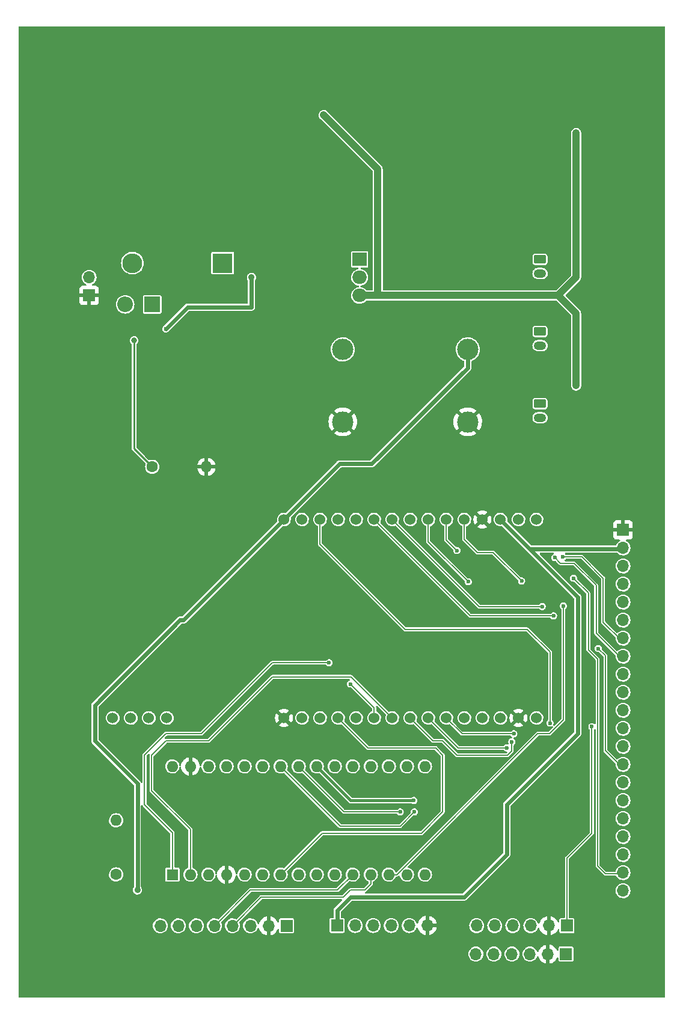
<source format=gbl>
G04 #@! TF.GenerationSoftware,KiCad,Pcbnew,(6.0.9)*
G04 #@! TF.CreationDate,2023-01-12T19:49:21+01:00*
G04 #@! TF.ProjectId,vogelhuisje_kicad,766f6765-6c68-4756-9973-6a655f6b6963,rev?*
G04 #@! TF.SameCoordinates,Original*
G04 #@! TF.FileFunction,Copper,L2,Bot*
G04 #@! TF.FilePolarity,Positive*
%FSLAX46Y46*%
G04 Gerber Fmt 4.6, Leading zero omitted, Abs format (unit mm)*
G04 Created by KiCad (PCBNEW (6.0.9)) date 2023-01-12 19:49:21*
%MOMM*%
%LPD*%
G01*
G04 APERTURE LIST*
G04 Aperture macros list*
%AMRoundRect*
0 Rectangle with rounded corners*
0 $1 Rounding radius*
0 $2 $3 $4 $5 $6 $7 $8 $9 X,Y pos of 4 corners*
0 Add a 4 corners polygon primitive as box body*
4,1,4,$2,$3,$4,$5,$6,$7,$8,$9,$2,$3,0*
0 Add four circle primitives for the rounded corners*
1,1,$1+$1,$2,$3*
1,1,$1+$1,$4,$5*
1,1,$1+$1,$6,$7*
1,1,$1+$1,$8,$9*
0 Add four rect primitives between the rounded corners*
20,1,$1+$1,$2,$3,$4,$5,0*
20,1,$1+$1,$4,$5,$6,$7,0*
20,1,$1+$1,$6,$7,$8,$9,0*
20,1,$1+$1,$8,$9,$2,$3,0*%
G04 Aperture macros list end*
G04 #@! TA.AperFunction,ComponentPad*
%ADD10R,1.700000X1.700000*%
G04 #@! TD*
G04 #@! TA.AperFunction,ComponentPad*
%ADD11O,1.700000X1.700000*%
G04 #@! TD*
G04 #@! TA.AperFunction,ComponentPad*
%ADD12R,2.200000X2.200000*%
G04 #@! TD*
G04 #@! TA.AperFunction,ComponentPad*
%ADD13O,2.200000X2.200000*%
G04 #@! TD*
G04 #@! TA.AperFunction,ComponentPad*
%ADD14C,3.000000*%
G04 #@! TD*
G04 #@! TA.AperFunction,ComponentPad*
%ADD15C,1.600000*%
G04 #@! TD*
G04 #@! TA.AperFunction,ComponentPad*
%ADD16O,1.600000X1.600000*%
G04 #@! TD*
G04 #@! TA.AperFunction,ComponentPad*
%ADD17RoundRect,0.250000X-0.625000X0.350000X-0.625000X-0.350000X0.625000X-0.350000X0.625000X0.350000X0*%
G04 #@! TD*
G04 #@! TA.AperFunction,ComponentPad*
%ADD18O,1.750000X1.200000*%
G04 #@! TD*
G04 #@! TA.AperFunction,ComponentPad*
%ADD19R,2.000000X1.905000*%
G04 #@! TD*
G04 #@! TA.AperFunction,ComponentPad*
%ADD20O,2.000000X1.905000*%
G04 #@! TD*
G04 #@! TA.AperFunction,ComponentPad*
%ADD21R,2.800000X2.800000*%
G04 #@! TD*
G04 #@! TA.AperFunction,ComponentPad*
%ADD22O,2.800000X2.800000*%
G04 #@! TD*
G04 #@! TA.AperFunction,ComponentPad*
%ADD23R,1.600000X1.600000*%
G04 #@! TD*
G04 #@! TA.AperFunction,ComponentPad*
%ADD24C,1.524000*%
G04 #@! TD*
G04 #@! TA.AperFunction,ViaPad*
%ADD25C,0.800000*%
G04 #@! TD*
G04 #@! TA.AperFunction,ViaPad*
%ADD26C,0.600000*%
G04 #@! TD*
G04 #@! TA.AperFunction,ViaPad*
%ADD27C,0.900000*%
G04 #@! TD*
G04 #@! TA.AperFunction,Conductor*
%ADD28C,0.250000*%
G04 #@! TD*
G04 #@! TA.AperFunction,Conductor*
%ADD29C,0.400000*%
G04 #@! TD*
G04 #@! TA.AperFunction,Conductor*
%ADD30C,0.150000*%
G04 #@! TD*
G04 #@! TA.AperFunction,Conductor*
%ADD31C,0.127000*%
G04 #@! TD*
G04 #@! TA.AperFunction,Conductor*
%ADD32C,0.600000*%
G04 #@! TD*
G04 #@! TA.AperFunction,Conductor*
%ADD33C,1.000000*%
G04 #@! TD*
G04 APERTURE END LIST*
D10*
X76200000Y-81280000D03*
D11*
X76200000Y-78740000D03*
D12*
X85090000Y-82550000D03*
D13*
X81280000Y-82550000D03*
D14*
X111920000Y-88885000D03*
X111920000Y-99085000D03*
X129520000Y-88885000D03*
X129520000Y-99085000D03*
D15*
X85090000Y-105410000D03*
D16*
X92710000Y-105410000D03*
D17*
X139700000Y-96520000D03*
D18*
X139700000Y-98520000D03*
D19*
X114300000Y-76200000D03*
D20*
X114300000Y-78740000D03*
X114300000Y-81280000D03*
D10*
X143350000Y-174025000D03*
D11*
X140810000Y-174025000D03*
X138270000Y-174025000D03*
X135730000Y-174025000D03*
X133190000Y-174025000D03*
X130650000Y-174025000D03*
D15*
X80000000Y-162810000D03*
D16*
X80000000Y-155190000D03*
D21*
X95000000Y-76730000D03*
D22*
X82300000Y-76730000D03*
D10*
X104000000Y-170050000D03*
D11*
X101460000Y-170050000D03*
X98920000Y-170050000D03*
X96380000Y-170050000D03*
X93840000Y-170050000D03*
X91300000Y-170050000D03*
X88760000Y-170050000D03*
X86220000Y-170050000D03*
D17*
X139700000Y-76200000D03*
D18*
X139700000Y-78200000D03*
D23*
X87925000Y-162835000D03*
D16*
X90465000Y-162835000D03*
X93005000Y-162835000D03*
X95545000Y-162835000D03*
X98085000Y-162835000D03*
X100625000Y-162835000D03*
X103165000Y-162835000D03*
X105705000Y-162835000D03*
X108245000Y-162835000D03*
X110785000Y-162835000D03*
X113325000Y-162835000D03*
X115865000Y-162835000D03*
X118405000Y-162835000D03*
X120945000Y-162835000D03*
X123485000Y-162835000D03*
X123485000Y-147595000D03*
X120945000Y-147595000D03*
X118405000Y-147595000D03*
X115865000Y-147595000D03*
X113325000Y-147595000D03*
X110785000Y-147595000D03*
X108245000Y-147595000D03*
X105705000Y-147595000D03*
X103165000Y-147595000D03*
X100625000Y-147595000D03*
X98085000Y-147595000D03*
X95545000Y-147595000D03*
X93005000Y-147595000D03*
X90465000Y-147595000D03*
X87925000Y-147595000D03*
D10*
X151384000Y-114300000D03*
D11*
X151384000Y-116840000D03*
X151384000Y-119380000D03*
X151384000Y-121920000D03*
X151384000Y-124460000D03*
X151384000Y-127000000D03*
X151384000Y-129540000D03*
X151384000Y-132080000D03*
X151384000Y-134620000D03*
X151384000Y-137160000D03*
X151384000Y-139700000D03*
X151384000Y-142240000D03*
X151384000Y-144780000D03*
X151384000Y-147320000D03*
X151384000Y-149860000D03*
X151384000Y-152400000D03*
X151384000Y-154940000D03*
X151384000Y-157480000D03*
X151384000Y-160020000D03*
X151384000Y-162560000D03*
X151384000Y-165100000D03*
D10*
X143475000Y-170025000D03*
D11*
X140935000Y-170025000D03*
X138395000Y-170025000D03*
X135855000Y-170025000D03*
X133315000Y-170025000D03*
X130775000Y-170025000D03*
D10*
X111125000Y-170000000D03*
D11*
X113665000Y-170000000D03*
X116205000Y-170000000D03*
X118745000Y-170000000D03*
X121285000Y-170000000D03*
X123825000Y-170000000D03*
D24*
X139200000Y-112840000D03*
X136660000Y-112840000D03*
X134120000Y-112840000D03*
X131580000Y-112840000D03*
X129040000Y-112840000D03*
X126500000Y-112840000D03*
X123960000Y-112840000D03*
X121420000Y-112840000D03*
X118880000Y-112840000D03*
X116340000Y-112840000D03*
X113800000Y-112840000D03*
X111260000Y-112840000D03*
X108720000Y-112840000D03*
X106180000Y-112840000D03*
X103640000Y-112840000D03*
X139200000Y-140780000D03*
X136660000Y-140780000D03*
X134120000Y-140780000D03*
X131580000Y-140780000D03*
X129040000Y-140780000D03*
X126500000Y-140780000D03*
X123960000Y-140780000D03*
X121420000Y-140780000D03*
X118880000Y-140780000D03*
X116340000Y-140780000D03*
X113800000Y-140780000D03*
X111260000Y-140780000D03*
X108720000Y-140780000D03*
X106180000Y-140780000D03*
X103640000Y-140780000D03*
X87140000Y-140780000D03*
X84600000Y-140780000D03*
X82060000Y-140780000D03*
X79520000Y-140780000D03*
D17*
X139700000Y-86360000D03*
D18*
X139700000Y-88360000D03*
D25*
X82550000Y-87630000D03*
D26*
X110000000Y-133000000D03*
X113000000Y-136000000D03*
X143000000Y-125000000D03*
X120000000Y-154000000D03*
X122000000Y-154000000D03*
D27*
X83000000Y-165000000D03*
D26*
X142900000Y-118100000D03*
X140000000Y-125100000D03*
X128000000Y-117200000D03*
X141800000Y-118200000D03*
X141600000Y-126400000D03*
X144400000Y-121100000D03*
X137100000Y-121500000D03*
X141100000Y-141500000D03*
X147900000Y-131000000D03*
X129600000Y-121600000D03*
X136000000Y-143000000D03*
X135730000Y-144140000D03*
X135000000Y-145000000D03*
X87000000Y-86000000D03*
D27*
X99060000Y-78740000D03*
D26*
X121920000Y-152400000D03*
X147000000Y-142000000D03*
X109220000Y-55880000D03*
X144780000Y-93980000D03*
X144780000Y-58420000D03*
D28*
X85090000Y-105410000D02*
X83820000Y-104140000D01*
X82550000Y-102870000D02*
X82550000Y-87630000D01*
X83820000Y-104140000D02*
X82550000Y-102870000D01*
D29*
X105595000Y-105410000D02*
X111920000Y-99085000D01*
X92710000Y-105410000D02*
X105595000Y-105410000D01*
D30*
X102000000Y-133000000D02*
X110000000Y-133000000D01*
X113000000Y-136000000D02*
X116340000Y-139340000D01*
X87000000Y-143000000D02*
X91000000Y-143000000D01*
X84000000Y-146000000D02*
X87000000Y-143000000D01*
X92000000Y-143000000D02*
X102000000Y-133000000D01*
X116340000Y-139340000D02*
X116340000Y-140780000D01*
X84000000Y-153000000D02*
X84000000Y-146000000D01*
X87925000Y-162835000D02*
X87925000Y-156925000D01*
X87925000Y-156925000D02*
X84000000Y-153000000D01*
X91000000Y-143000000D02*
X92000000Y-143000000D01*
X93000000Y-144000000D02*
X102000000Y-135000000D01*
X113100000Y-135000000D02*
X118880000Y-140780000D01*
X102000000Y-135000000D02*
X113100000Y-135000000D01*
X85000000Y-146000000D02*
X87000000Y-144000000D01*
X85000000Y-151000000D02*
X85000000Y-146000000D01*
X90465000Y-162835000D02*
X90465000Y-156465000D01*
X90465000Y-156465000D02*
X85000000Y-151000000D01*
X87000000Y-144000000D02*
X93000000Y-144000000D01*
X109000000Y-157000000D02*
X103165000Y-162835000D01*
X119000000Y-157000000D02*
X109000000Y-157000000D01*
X126000000Y-154000000D02*
X126000000Y-150000000D01*
X111260000Y-140780000D02*
X115480000Y-145000000D01*
X115480000Y-145000000D02*
X125000000Y-145000000D01*
X126000000Y-146000000D02*
X126000000Y-150000000D01*
X123000000Y-157000000D02*
X126000000Y-154000000D01*
X119000000Y-157000000D02*
X123000000Y-157000000D01*
X125000000Y-145000000D02*
X126000000Y-146000000D01*
X111160000Y-165000000D02*
X98890000Y-165000000D01*
X98890000Y-165000000D02*
X93840000Y-170050000D01*
X113325000Y-162835000D02*
X111160000Y-165000000D01*
X115000000Y-165000000D02*
X115865000Y-164135000D01*
X112000000Y-166000000D02*
X113000000Y-165000000D01*
X113000000Y-165000000D02*
X115000000Y-165000000D01*
X100430000Y-166000000D02*
X112000000Y-166000000D01*
X115865000Y-164135000D02*
X115865000Y-162835000D01*
X96380000Y-170050000D02*
X100430000Y-166000000D01*
D31*
X141000000Y-143000000D02*
X143000000Y-141000000D01*
X118405000Y-162835000D02*
X119536370Y-162835000D01*
X139371370Y-143000000D02*
X141000000Y-143000000D01*
X119536370Y-162835000D02*
X139371370Y-143000000D01*
X143000000Y-141000000D02*
X143000000Y-125000000D01*
X105705000Y-147595000D02*
X112110000Y-154000000D01*
X112110000Y-154000000D02*
X120000000Y-154000000D01*
X111570000Y-156000000D02*
X112000000Y-156000000D01*
X103165000Y-147595000D02*
X111570000Y-156000000D01*
X112000000Y-156000000D02*
X120000000Y-156000000D01*
X120000000Y-156000000D02*
X122000000Y-154000000D01*
D32*
X103640000Y-112840000D02*
X111480000Y-105000000D01*
X111480000Y-105000000D02*
X116000000Y-105000000D01*
X77000000Y-144000000D02*
X77000000Y-139000000D01*
X89000000Y-127000000D02*
X89480000Y-127000000D01*
X129520000Y-91480000D02*
X129520000Y-88885000D01*
X77000000Y-139000000D02*
X89000000Y-127000000D01*
X83000000Y-150000000D02*
X77000000Y-144000000D01*
X116000000Y-105000000D02*
X129520000Y-91480000D01*
X83000000Y-165000000D02*
X83000000Y-150000000D01*
X89480000Y-127000000D02*
X103640000Y-112840000D01*
D31*
X151000000Y-129700000D02*
X148600000Y-127300000D01*
X145600000Y-118100000D02*
X142900000Y-118100000D01*
X148600000Y-121100000D02*
X145600000Y-118100000D01*
X148600000Y-127300000D02*
X148600000Y-121100000D01*
X118880000Y-112840000D02*
X131140000Y-125100000D01*
X131140000Y-125100000D02*
X140000000Y-125100000D01*
X151000000Y-132240000D02*
X147600000Y-128840000D01*
X126500000Y-115700000D02*
X126500000Y-112840000D01*
X147600000Y-122100000D02*
X144500000Y-119000000D01*
X142600000Y-119000000D02*
X141800000Y-118200000D01*
X144500000Y-119000000D02*
X142600000Y-119000000D01*
X147600000Y-128840000D02*
X147600000Y-122100000D01*
X128000000Y-117200000D02*
X126500000Y-115700000D01*
X129900000Y-126400000D02*
X141600000Y-126400000D01*
X116340000Y-112840000D02*
X129900000Y-126400000D01*
X151000000Y-162720000D02*
X148920000Y-162720000D01*
X146500000Y-125100000D02*
X146500000Y-123200000D01*
X147800000Y-132500000D02*
X146500000Y-131200000D01*
X130900000Y-117500000D02*
X129040000Y-115640000D01*
X146500000Y-123200000D02*
X144400000Y-121100000D01*
X133100000Y-117500000D02*
X130900000Y-117500000D01*
X148920000Y-162720000D02*
X148400000Y-162200000D01*
X146500000Y-131200000D02*
X146500000Y-125100000D01*
X148400000Y-162200000D02*
X147800000Y-161600000D01*
X129040000Y-115640000D02*
X129040000Y-112840000D01*
X137100000Y-121500000D02*
X133100000Y-117500000D01*
X147800000Y-161600000D02*
X147800000Y-132500000D01*
X137900000Y-128300000D02*
X120700000Y-128300000D01*
X141100000Y-141500000D02*
X141100000Y-131500000D01*
X120700000Y-128300000D02*
X108720000Y-116320000D01*
X141100000Y-131500000D02*
X137900000Y-128300000D01*
X108720000Y-116320000D02*
X108720000Y-112840000D01*
X148900000Y-132000000D02*
X147900000Y-131000000D01*
X151000000Y-147480000D02*
X148900000Y-145380000D01*
X148900000Y-145380000D02*
X148900000Y-143900000D01*
X123960000Y-115960000D02*
X123960000Y-112840000D01*
X129600000Y-121600000D02*
X123960000Y-115960000D01*
X148900000Y-143900000D02*
X148900000Y-132000000D01*
X128720000Y-143000000D02*
X136000000Y-143000000D01*
X126500000Y-140780000D02*
X128720000Y-143000000D01*
X124640000Y-144000000D02*
X126000000Y-144000000D01*
X126000000Y-144000000D02*
X128000000Y-146000000D01*
X135100000Y-146040000D02*
X135730000Y-145410000D01*
X121420000Y-140780000D02*
X124640000Y-144000000D01*
X128000000Y-146000000D02*
X128040000Y-146040000D01*
X128040000Y-146040000D02*
X135100000Y-146040000D01*
X135730000Y-145410000D02*
X135730000Y-144140000D01*
X123960000Y-140780000D02*
X128180000Y-145000000D01*
X128180000Y-145000000D02*
X135000000Y-145000000D01*
D32*
X90060000Y-82940000D02*
X87000000Y-86000000D01*
X99060000Y-82940000D02*
X90060000Y-82940000D01*
X99060000Y-78740000D02*
X99060000Y-82940000D01*
D29*
X121920000Y-152400000D02*
X113050000Y-152400000D01*
X113050000Y-152400000D02*
X108245000Y-147595000D01*
D31*
X143475000Y-160525000D02*
X143475000Y-170025000D01*
X147000000Y-157000000D02*
X143475000Y-160525000D01*
X147000000Y-142000000D02*
X147000000Y-157000000D01*
D33*
X144780000Y-78740000D02*
X144780000Y-58420000D01*
X144780000Y-83820000D02*
X142240000Y-81280000D01*
X116840000Y-63500000D02*
X109220000Y-55880000D01*
X144780000Y-93980000D02*
X144780000Y-83820000D01*
X116840000Y-73660000D02*
X116840000Y-63500000D01*
X142240000Y-81280000D02*
X144780000Y-78740000D01*
X114300000Y-81280000D02*
X142240000Y-81280000D01*
X116840000Y-81280000D02*
X116840000Y-73660000D01*
X114300000Y-81280000D02*
X116840000Y-81280000D01*
D32*
X129000000Y-166000000D02*
X135000000Y-160000000D01*
X111125000Y-170000000D02*
X111125000Y-167875000D01*
X113000000Y-166000000D02*
X129000000Y-166000000D01*
X138280000Y-117000000D02*
X151000000Y-117000000D01*
X145000000Y-123720000D02*
X138280000Y-117000000D01*
X134120000Y-112840000D02*
X138280000Y-117000000D01*
X135000000Y-153000000D02*
X145000000Y-143000000D01*
X135000000Y-160000000D02*
X135000000Y-153000000D01*
X145000000Y-143000000D02*
X145000000Y-123720000D01*
X111125000Y-167875000D02*
X113000000Y-166000000D01*
G04 #@! TA.AperFunction,Conductor*
G36*
X157221621Y-43400502D02*
G01*
X157268114Y-43454158D01*
X157279500Y-43506500D01*
X157279500Y-180013500D01*
X157259498Y-180081621D01*
X157205842Y-180128114D01*
X157153500Y-180139500D01*
X66366500Y-180139500D01*
X66298379Y-180119498D01*
X66251886Y-180065842D01*
X66240500Y-180013500D01*
X66240500Y-174010262D01*
X129594520Y-174010262D01*
X129611759Y-174215553D01*
X129613458Y-174221478D01*
X129659395Y-174381678D01*
X129668544Y-174413586D01*
X129671359Y-174419063D01*
X129671360Y-174419066D01*
X129747321Y-174566870D01*
X129762712Y-174596818D01*
X129890677Y-174758270D01*
X129895370Y-174762264D01*
X129895371Y-174762265D01*
X129969541Y-174825388D01*
X130047564Y-174891791D01*
X130052942Y-174894797D01*
X130052944Y-174894798D01*
X130083387Y-174911812D01*
X130227398Y-174992297D01*
X130311280Y-175019552D01*
X130417471Y-175054056D01*
X130417475Y-175054057D01*
X130423329Y-175055959D01*
X130627894Y-175080351D01*
X130634029Y-175079879D01*
X130634031Y-175079879D01*
X130706625Y-175074293D01*
X130833300Y-175064546D01*
X130839230Y-175062890D01*
X130839232Y-175062890D01*
X131025797Y-175010800D01*
X131025796Y-175010800D01*
X131031725Y-175009145D01*
X131037214Y-175006372D01*
X131037220Y-175006370D01*
X131210116Y-174919033D01*
X131215610Y-174916258D01*
X131231345Y-174903965D01*
X131373101Y-174793213D01*
X131377951Y-174789424D01*
X131435992Y-174722183D01*
X131508540Y-174638134D01*
X131508540Y-174638133D01*
X131512564Y-174633472D01*
X131522673Y-174615678D01*
X131611276Y-174459707D01*
X131614323Y-174454344D01*
X131679351Y-174258863D01*
X131705171Y-174054474D01*
X131705583Y-174025000D01*
X131704138Y-174010262D01*
X132134520Y-174010262D01*
X132151759Y-174215553D01*
X132153458Y-174221478D01*
X132199395Y-174381678D01*
X132208544Y-174413586D01*
X132211359Y-174419063D01*
X132211360Y-174419066D01*
X132287321Y-174566870D01*
X132302712Y-174596818D01*
X132430677Y-174758270D01*
X132435370Y-174762264D01*
X132435371Y-174762265D01*
X132509541Y-174825388D01*
X132587564Y-174891791D01*
X132592942Y-174894797D01*
X132592944Y-174894798D01*
X132623387Y-174911812D01*
X132767398Y-174992297D01*
X132851280Y-175019552D01*
X132957471Y-175054056D01*
X132957475Y-175054057D01*
X132963329Y-175055959D01*
X133167894Y-175080351D01*
X133174029Y-175079879D01*
X133174031Y-175079879D01*
X133246625Y-175074293D01*
X133373300Y-175064546D01*
X133379230Y-175062890D01*
X133379232Y-175062890D01*
X133565797Y-175010800D01*
X133565796Y-175010800D01*
X133571725Y-175009145D01*
X133577214Y-175006372D01*
X133577220Y-175006370D01*
X133750116Y-174919033D01*
X133755610Y-174916258D01*
X133771345Y-174903965D01*
X133913101Y-174793213D01*
X133917951Y-174789424D01*
X133975992Y-174722183D01*
X134048540Y-174638134D01*
X134048540Y-174638133D01*
X134052564Y-174633472D01*
X134062673Y-174615678D01*
X134151276Y-174459707D01*
X134154323Y-174454344D01*
X134219351Y-174258863D01*
X134245171Y-174054474D01*
X134245583Y-174025000D01*
X134244138Y-174010262D01*
X134674520Y-174010262D01*
X134691759Y-174215553D01*
X134693458Y-174221478D01*
X134739395Y-174381678D01*
X134748544Y-174413586D01*
X134751359Y-174419063D01*
X134751360Y-174419066D01*
X134827321Y-174566870D01*
X134842712Y-174596818D01*
X134970677Y-174758270D01*
X134975370Y-174762264D01*
X134975371Y-174762265D01*
X135049541Y-174825388D01*
X135127564Y-174891791D01*
X135132942Y-174894797D01*
X135132944Y-174894798D01*
X135163387Y-174911812D01*
X135307398Y-174992297D01*
X135391280Y-175019552D01*
X135497471Y-175054056D01*
X135497475Y-175054057D01*
X135503329Y-175055959D01*
X135707894Y-175080351D01*
X135714029Y-175079879D01*
X135714031Y-175079879D01*
X135786625Y-175074293D01*
X135913300Y-175064546D01*
X135919230Y-175062890D01*
X135919232Y-175062890D01*
X136105797Y-175010800D01*
X136105796Y-175010800D01*
X136111725Y-175009145D01*
X136117214Y-175006372D01*
X136117220Y-175006370D01*
X136290116Y-174919033D01*
X136295610Y-174916258D01*
X136311345Y-174903965D01*
X136453101Y-174793213D01*
X136457951Y-174789424D01*
X136515992Y-174722183D01*
X136588540Y-174638134D01*
X136588540Y-174638133D01*
X136592564Y-174633472D01*
X136602673Y-174615678D01*
X136691276Y-174459707D01*
X136694323Y-174454344D01*
X136759351Y-174258863D01*
X136785171Y-174054474D01*
X136785583Y-174025000D01*
X136784138Y-174010262D01*
X137214520Y-174010262D01*
X137231759Y-174215553D01*
X137233458Y-174221478D01*
X137279395Y-174381678D01*
X137288544Y-174413586D01*
X137291359Y-174419063D01*
X137291360Y-174419066D01*
X137367321Y-174566870D01*
X137382712Y-174596818D01*
X137510677Y-174758270D01*
X137515370Y-174762264D01*
X137515371Y-174762265D01*
X137589541Y-174825388D01*
X137667564Y-174891791D01*
X137672942Y-174894797D01*
X137672944Y-174894798D01*
X137703387Y-174911812D01*
X137847398Y-174992297D01*
X137931280Y-175019552D01*
X138037471Y-175054056D01*
X138037475Y-175054057D01*
X138043329Y-175055959D01*
X138247894Y-175080351D01*
X138254029Y-175079879D01*
X138254031Y-175079879D01*
X138326625Y-175074293D01*
X138453300Y-175064546D01*
X138459230Y-175062890D01*
X138459232Y-175062890D01*
X138645797Y-175010800D01*
X138645796Y-175010800D01*
X138651725Y-175009145D01*
X138657214Y-175006372D01*
X138657220Y-175006370D01*
X138830116Y-174919033D01*
X138835610Y-174916258D01*
X138851345Y-174903965D01*
X138993101Y-174793213D01*
X138997951Y-174789424D01*
X139055992Y-174722183D01*
X139128540Y-174638134D01*
X139128540Y-174638133D01*
X139132564Y-174633472D01*
X139142673Y-174615678D01*
X139231276Y-174459707D01*
X139234323Y-174454344D01*
X139243271Y-174427444D01*
X139258496Y-174381678D01*
X139298978Y-174323354D01*
X139364566Y-174296175D01*
X139434437Y-174308770D01*
X139486406Y-174357141D01*
X139500971Y-174393751D01*
X139508564Y-174427444D01*
X139511645Y-174437275D01*
X139591770Y-174634603D01*
X139596413Y-174643794D01*
X139707694Y-174825388D01*
X139713777Y-174833699D01*
X139853213Y-174994667D01*
X139860580Y-175001883D01*
X140024434Y-175137916D01*
X140032881Y-175143831D01*
X140216756Y-175251279D01*
X140226042Y-175255729D01*
X140425001Y-175331703D01*
X140434899Y-175334579D01*
X140538250Y-175355606D01*
X140552299Y-175354410D01*
X140556000Y-175344065D01*
X140556000Y-175343517D01*
X141064000Y-175343517D01*
X141068064Y-175357359D01*
X141081478Y-175359393D01*
X141088184Y-175358534D01*
X141098262Y-175356392D01*
X141302255Y-175295191D01*
X141311842Y-175291433D01*
X141503095Y-175197739D01*
X141511945Y-175192464D01*
X141685328Y-175068792D01*
X141693200Y-175062139D01*
X141844052Y-174911812D01*
X141850730Y-174903965D01*
X141975003Y-174731020D01*
X141980313Y-174722183D01*
X142060543Y-174559851D01*
X142108657Y-174507644D01*
X142177358Y-174489737D01*
X142244834Y-174511816D01*
X142289663Y-174566870D01*
X142299500Y-174615678D01*
X142299500Y-174894748D01*
X142300707Y-174900816D01*
X142304331Y-174919033D01*
X142311133Y-174953231D01*
X142355448Y-175019552D01*
X142421769Y-175063867D01*
X142433938Y-175066288D01*
X142433939Y-175066288D01*
X142474184Y-175074293D01*
X142480252Y-175075500D01*
X144219748Y-175075500D01*
X144225816Y-175074293D01*
X144266061Y-175066288D01*
X144266062Y-175066288D01*
X144278231Y-175063867D01*
X144344552Y-175019552D01*
X144388867Y-174953231D01*
X144395670Y-174919033D01*
X144399293Y-174900816D01*
X144400500Y-174894748D01*
X144400500Y-173155252D01*
X144388867Y-173096769D01*
X144344552Y-173030448D01*
X144278231Y-172986133D01*
X144266062Y-172983712D01*
X144266061Y-172983712D01*
X144225816Y-172975707D01*
X144219748Y-172974500D01*
X142480252Y-172974500D01*
X142474184Y-172975707D01*
X142433939Y-172983712D01*
X142433938Y-172983712D01*
X142421769Y-172986133D01*
X142355448Y-173030448D01*
X142311133Y-173096769D01*
X142299500Y-173155252D01*
X142299500Y-173439016D01*
X142279498Y-173507137D01*
X142225842Y-173553630D01*
X142155568Y-173563734D01*
X142090988Y-173534240D01*
X142057950Y-173489258D01*
X142012972Y-173385814D01*
X142008105Y-173376739D01*
X141892426Y-173197926D01*
X141886136Y-173189757D01*
X141742806Y-173032240D01*
X141735273Y-173025215D01*
X141568139Y-172893222D01*
X141559552Y-172887517D01*
X141373117Y-172784599D01*
X141363705Y-172780369D01*
X141162959Y-172709280D01*
X141152988Y-172706646D01*
X141081837Y-172693972D01*
X141068540Y-172695432D01*
X141064000Y-172709989D01*
X141064000Y-175343517D01*
X140556000Y-175343517D01*
X140556000Y-172708102D01*
X140552082Y-172694758D01*
X140537806Y-172692771D01*
X140499324Y-172698660D01*
X140489288Y-172701051D01*
X140286868Y-172767212D01*
X140277359Y-172771209D01*
X140088463Y-172869542D01*
X140079738Y-172875036D01*
X139909433Y-173002905D01*
X139901726Y-173009748D01*
X139754590Y-173163717D01*
X139748104Y-173171727D01*
X139628098Y-173347649D01*
X139623000Y-173356623D01*
X139533338Y-173549783D01*
X139529775Y-173559470D01*
X139501012Y-173663185D01*
X139463533Y-173723483D01*
X139399405Y-173753946D01*
X139328986Y-173744903D01*
X139274636Y-173699224D01*
X139258973Y-173665933D01*
X139258143Y-173663185D01*
X139245935Y-173622749D01*
X139149218Y-173440849D01*
X139073206Y-173347649D01*
X139022906Y-173285975D01*
X139022903Y-173285972D01*
X139019011Y-173281200D01*
X139001786Y-173266950D01*
X138865025Y-173153811D01*
X138865021Y-173153809D01*
X138860275Y-173149882D01*
X138679055Y-173051897D01*
X138482254Y-172990977D01*
X138476129Y-172990333D01*
X138476128Y-172990333D01*
X138283498Y-172970087D01*
X138283496Y-172970087D01*
X138277369Y-172969443D01*
X138190529Y-172977346D01*
X138078342Y-172987555D01*
X138078339Y-172987556D01*
X138072203Y-172988114D01*
X137874572Y-173046280D01*
X137692002Y-173141726D01*
X137687201Y-173145586D01*
X137687198Y-173145588D01*
X137654688Y-173171727D01*
X137531447Y-173270815D01*
X137399024Y-173428630D01*
X137396056Y-173434028D01*
X137396053Y-173434033D01*
X137332420Y-173549783D01*
X137299776Y-173609162D01*
X137237484Y-173805532D01*
X137236798Y-173811649D01*
X137236797Y-173811653D01*
X137215207Y-174004137D01*
X137214520Y-174010262D01*
X136784138Y-174010262D01*
X136765480Y-173819970D01*
X136705935Y-173622749D01*
X136609218Y-173440849D01*
X136533206Y-173347649D01*
X136482906Y-173285975D01*
X136482903Y-173285972D01*
X136479011Y-173281200D01*
X136461786Y-173266950D01*
X136325025Y-173153811D01*
X136325021Y-173153809D01*
X136320275Y-173149882D01*
X136139055Y-173051897D01*
X135942254Y-172990977D01*
X135936129Y-172990333D01*
X135936128Y-172990333D01*
X135743498Y-172970087D01*
X135743496Y-172970087D01*
X135737369Y-172969443D01*
X135650529Y-172977346D01*
X135538342Y-172987555D01*
X135538339Y-172987556D01*
X135532203Y-172988114D01*
X135334572Y-173046280D01*
X135152002Y-173141726D01*
X135147201Y-173145586D01*
X135147198Y-173145588D01*
X135114688Y-173171727D01*
X134991447Y-173270815D01*
X134859024Y-173428630D01*
X134856056Y-173434028D01*
X134856053Y-173434033D01*
X134792420Y-173549783D01*
X134759776Y-173609162D01*
X134697484Y-173805532D01*
X134696798Y-173811649D01*
X134696797Y-173811653D01*
X134675207Y-174004137D01*
X134674520Y-174010262D01*
X134244138Y-174010262D01*
X134225480Y-173819970D01*
X134165935Y-173622749D01*
X134069218Y-173440849D01*
X133993206Y-173347649D01*
X133942906Y-173285975D01*
X133942903Y-173285972D01*
X133939011Y-173281200D01*
X133921786Y-173266950D01*
X133785025Y-173153811D01*
X133785021Y-173153809D01*
X133780275Y-173149882D01*
X133599055Y-173051897D01*
X133402254Y-172990977D01*
X133396129Y-172990333D01*
X133396128Y-172990333D01*
X133203498Y-172970087D01*
X133203496Y-172970087D01*
X133197369Y-172969443D01*
X133110529Y-172977346D01*
X132998342Y-172987555D01*
X132998339Y-172987556D01*
X132992203Y-172988114D01*
X132794572Y-173046280D01*
X132612002Y-173141726D01*
X132607201Y-173145586D01*
X132607198Y-173145588D01*
X132574688Y-173171727D01*
X132451447Y-173270815D01*
X132319024Y-173428630D01*
X132316056Y-173434028D01*
X132316053Y-173434033D01*
X132252420Y-173549783D01*
X132219776Y-173609162D01*
X132157484Y-173805532D01*
X132156798Y-173811649D01*
X132156797Y-173811653D01*
X132135207Y-174004137D01*
X132134520Y-174010262D01*
X131704138Y-174010262D01*
X131685480Y-173819970D01*
X131625935Y-173622749D01*
X131529218Y-173440849D01*
X131453206Y-173347649D01*
X131402906Y-173285975D01*
X131402903Y-173285972D01*
X131399011Y-173281200D01*
X131381786Y-173266950D01*
X131245025Y-173153811D01*
X131245021Y-173153809D01*
X131240275Y-173149882D01*
X131059055Y-173051897D01*
X130862254Y-172990977D01*
X130856129Y-172990333D01*
X130856128Y-172990333D01*
X130663498Y-172970087D01*
X130663496Y-172970087D01*
X130657369Y-172969443D01*
X130570529Y-172977346D01*
X130458342Y-172987555D01*
X130458339Y-172987556D01*
X130452203Y-172988114D01*
X130254572Y-173046280D01*
X130072002Y-173141726D01*
X130067201Y-173145586D01*
X130067198Y-173145588D01*
X130034688Y-173171727D01*
X129911447Y-173270815D01*
X129779024Y-173428630D01*
X129776056Y-173434028D01*
X129776053Y-173434033D01*
X129712420Y-173549783D01*
X129679776Y-173609162D01*
X129617484Y-173805532D01*
X129616798Y-173811649D01*
X129616797Y-173811653D01*
X129595207Y-174004137D01*
X129594520Y-174010262D01*
X66240500Y-174010262D01*
X66240500Y-170035262D01*
X85164520Y-170035262D01*
X85165036Y-170041406D01*
X85179660Y-170215553D01*
X85181759Y-170240553D01*
X85183458Y-170246478D01*
X85234216Y-170423491D01*
X85238544Y-170438586D01*
X85241359Y-170444063D01*
X85241360Y-170444066D01*
X85317049Y-170591341D01*
X85332712Y-170621818D01*
X85460677Y-170783270D01*
X85465370Y-170787264D01*
X85465371Y-170787265D01*
X85612486Y-170912469D01*
X85617564Y-170916791D01*
X85622942Y-170919797D01*
X85622944Y-170919798D01*
X85701224Y-170963547D01*
X85797398Y-171017297D01*
X85867326Y-171040018D01*
X85987471Y-171079056D01*
X85987475Y-171079057D01*
X85993329Y-171080959D01*
X86197894Y-171105351D01*
X86204029Y-171104879D01*
X86204031Y-171104879D01*
X86276625Y-171099293D01*
X86403300Y-171089546D01*
X86409230Y-171087890D01*
X86409232Y-171087890D01*
X86567173Y-171043792D01*
X86601725Y-171034145D01*
X86607214Y-171031372D01*
X86607220Y-171031370D01*
X86780116Y-170944033D01*
X86785610Y-170941258D01*
X86801345Y-170928965D01*
X86923280Y-170833699D01*
X86947951Y-170814424D01*
X86960067Y-170800388D01*
X87078540Y-170663134D01*
X87078540Y-170663133D01*
X87082564Y-170658472D01*
X87092673Y-170640678D01*
X87134902Y-170566341D01*
X87184323Y-170479344D01*
X87249351Y-170283863D01*
X87275171Y-170079474D01*
X87275390Y-170063806D01*
X87275534Y-170053522D01*
X87275534Y-170053518D01*
X87275583Y-170050000D01*
X87274138Y-170035262D01*
X87704520Y-170035262D01*
X87705036Y-170041406D01*
X87719660Y-170215553D01*
X87721759Y-170240553D01*
X87723458Y-170246478D01*
X87774216Y-170423491D01*
X87778544Y-170438586D01*
X87781359Y-170444063D01*
X87781360Y-170444066D01*
X87857049Y-170591341D01*
X87872712Y-170621818D01*
X88000677Y-170783270D01*
X88005370Y-170787264D01*
X88005371Y-170787265D01*
X88152486Y-170912469D01*
X88157564Y-170916791D01*
X88162942Y-170919797D01*
X88162944Y-170919798D01*
X88241224Y-170963547D01*
X88337398Y-171017297D01*
X88407326Y-171040018D01*
X88527471Y-171079056D01*
X88527475Y-171079057D01*
X88533329Y-171080959D01*
X88737894Y-171105351D01*
X88744029Y-171104879D01*
X88744031Y-171104879D01*
X88816625Y-171099293D01*
X88943300Y-171089546D01*
X88949230Y-171087890D01*
X88949232Y-171087890D01*
X89107173Y-171043792D01*
X89141725Y-171034145D01*
X89147214Y-171031372D01*
X89147220Y-171031370D01*
X89320116Y-170944033D01*
X89325610Y-170941258D01*
X89341345Y-170928965D01*
X89463280Y-170833699D01*
X89487951Y-170814424D01*
X89500067Y-170800388D01*
X89618540Y-170663134D01*
X89618540Y-170663133D01*
X89622564Y-170658472D01*
X89632673Y-170640678D01*
X89674902Y-170566341D01*
X89724323Y-170479344D01*
X89789351Y-170283863D01*
X89815171Y-170079474D01*
X89815390Y-170063806D01*
X89815534Y-170053522D01*
X89815534Y-170053518D01*
X89815583Y-170050000D01*
X89814138Y-170035262D01*
X90244520Y-170035262D01*
X90245036Y-170041406D01*
X90259660Y-170215553D01*
X90261759Y-170240553D01*
X90263458Y-170246478D01*
X90314216Y-170423491D01*
X90318544Y-170438586D01*
X90321359Y-170444063D01*
X90321360Y-170444066D01*
X90397049Y-170591341D01*
X90412712Y-170621818D01*
X90540677Y-170783270D01*
X90545370Y-170787264D01*
X90545371Y-170787265D01*
X90692486Y-170912469D01*
X90697564Y-170916791D01*
X90702942Y-170919797D01*
X90702944Y-170919798D01*
X90781224Y-170963547D01*
X90877398Y-171017297D01*
X90947326Y-171040018D01*
X91067471Y-171079056D01*
X91067475Y-171079057D01*
X91073329Y-171080959D01*
X91277894Y-171105351D01*
X91284029Y-171104879D01*
X91284031Y-171104879D01*
X91356625Y-171099293D01*
X91483300Y-171089546D01*
X91489230Y-171087890D01*
X91489232Y-171087890D01*
X91647173Y-171043792D01*
X91681725Y-171034145D01*
X91687214Y-171031372D01*
X91687220Y-171031370D01*
X91860116Y-170944033D01*
X91865610Y-170941258D01*
X91881345Y-170928965D01*
X92003280Y-170833699D01*
X92027951Y-170814424D01*
X92040067Y-170800388D01*
X92158540Y-170663134D01*
X92158540Y-170663133D01*
X92162564Y-170658472D01*
X92172673Y-170640678D01*
X92214902Y-170566341D01*
X92264323Y-170479344D01*
X92329351Y-170283863D01*
X92355171Y-170079474D01*
X92355390Y-170063806D01*
X92355534Y-170053522D01*
X92355534Y-170053518D01*
X92355583Y-170050000D01*
X92354138Y-170035262D01*
X92784520Y-170035262D01*
X92785036Y-170041406D01*
X92799660Y-170215553D01*
X92801759Y-170240553D01*
X92803458Y-170246478D01*
X92854216Y-170423491D01*
X92858544Y-170438586D01*
X92861359Y-170444063D01*
X92861360Y-170444066D01*
X92937049Y-170591341D01*
X92952712Y-170621818D01*
X93080677Y-170783270D01*
X93085370Y-170787264D01*
X93085371Y-170787265D01*
X93232486Y-170912469D01*
X93237564Y-170916791D01*
X93242942Y-170919797D01*
X93242944Y-170919798D01*
X93321224Y-170963547D01*
X93417398Y-171017297D01*
X93487326Y-171040018D01*
X93607471Y-171079056D01*
X93607475Y-171079057D01*
X93613329Y-171080959D01*
X93817894Y-171105351D01*
X93824029Y-171104879D01*
X93824031Y-171104879D01*
X93896625Y-171099293D01*
X94023300Y-171089546D01*
X94029230Y-171087890D01*
X94029232Y-171087890D01*
X94187173Y-171043792D01*
X94221725Y-171034145D01*
X94227214Y-171031372D01*
X94227220Y-171031370D01*
X94400116Y-170944033D01*
X94405610Y-170941258D01*
X94421345Y-170928965D01*
X94543280Y-170833699D01*
X94567951Y-170814424D01*
X94580067Y-170800388D01*
X94698540Y-170663134D01*
X94698540Y-170663133D01*
X94702564Y-170658472D01*
X94712673Y-170640678D01*
X94754902Y-170566341D01*
X94804323Y-170479344D01*
X94869351Y-170283863D01*
X94895171Y-170079474D01*
X94895390Y-170063806D01*
X94895534Y-170053522D01*
X94895534Y-170053518D01*
X94895583Y-170050000D01*
X94894138Y-170035262D01*
X95324520Y-170035262D01*
X95325036Y-170041406D01*
X95339660Y-170215553D01*
X95341759Y-170240553D01*
X95343458Y-170246478D01*
X95394216Y-170423491D01*
X95398544Y-170438586D01*
X95401359Y-170444063D01*
X95401360Y-170444066D01*
X95477049Y-170591341D01*
X95492712Y-170621818D01*
X95620677Y-170783270D01*
X95625370Y-170787264D01*
X95625371Y-170787265D01*
X95772486Y-170912469D01*
X95777564Y-170916791D01*
X95782942Y-170919797D01*
X95782944Y-170919798D01*
X95861224Y-170963547D01*
X95957398Y-171017297D01*
X96027326Y-171040018D01*
X96147471Y-171079056D01*
X96147475Y-171079057D01*
X96153329Y-171080959D01*
X96357894Y-171105351D01*
X96364029Y-171104879D01*
X96364031Y-171104879D01*
X96436625Y-171099293D01*
X96563300Y-171089546D01*
X96569230Y-171087890D01*
X96569232Y-171087890D01*
X96727173Y-171043792D01*
X96761725Y-171034145D01*
X96767214Y-171031372D01*
X96767220Y-171031370D01*
X96940116Y-170944033D01*
X96945610Y-170941258D01*
X96961345Y-170928965D01*
X97083280Y-170833699D01*
X97107951Y-170814424D01*
X97120067Y-170800388D01*
X97238540Y-170663134D01*
X97238540Y-170663133D01*
X97242564Y-170658472D01*
X97252673Y-170640678D01*
X97294902Y-170566341D01*
X97344323Y-170479344D01*
X97409351Y-170283863D01*
X97435171Y-170079474D01*
X97435390Y-170063806D01*
X97435534Y-170053522D01*
X97435534Y-170053518D01*
X97435583Y-170050000D01*
X97434138Y-170035262D01*
X97864520Y-170035262D01*
X97865036Y-170041406D01*
X97879660Y-170215553D01*
X97881759Y-170240553D01*
X97883458Y-170246478D01*
X97934216Y-170423491D01*
X97938544Y-170438586D01*
X97941359Y-170444063D01*
X97941360Y-170444066D01*
X98017049Y-170591341D01*
X98032712Y-170621818D01*
X98160677Y-170783270D01*
X98165370Y-170787264D01*
X98165371Y-170787265D01*
X98312486Y-170912469D01*
X98317564Y-170916791D01*
X98322942Y-170919797D01*
X98322944Y-170919798D01*
X98401224Y-170963547D01*
X98497398Y-171017297D01*
X98567326Y-171040018D01*
X98687471Y-171079056D01*
X98687475Y-171079057D01*
X98693329Y-171080959D01*
X98897894Y-171105351D01*
X98904029Y-171104879D01*
X98904031Y-171104879D01*
X98976625Y-171099293D01*
X99103300Y-171089546D01*
X99109230Y-171087890D01*
X99109232Y-171087890D01*
X99267173Y-171043792D01*
X99301725Y-171034145D01*
X99307214Y-171031372D01*
X99307220Y-171031370D01*
X99480116Y-170944033D01*
X99485610Y-170941258D01*
X99501345Y-170928965D01*
X99623280Y-170833699D01*
X99647951Y-170814424D01*
X99660067Y-170800388D01*
X99778540Y-170663134D01*
X99778540Y-170663133D01*
X99782564Y-170658472D01*
X99792673Y-170640678D01*
X99834902Y-170566341D01*
X99884323Y-170479344D01*
X99894586Y-170448491D01*
X99908496Y-170406678D01*
X99948978Y-170348354D01*
X100014566Y-170321175D01*
X100084437Y-170333770D01*
X100136406Y-170382141D01*
X100150971Y-170418751D01*
X100158564Y-170452444D01*
X100161645Y-170462275D01*
X100241770Y-170659603D01*
X100246413Y-170668794D01*
X100357694Y-170850388D01*
X100363777Y-170858699D01*
X100503213Y-171019667D01*
X100510580Y-171026883D01*
X100674434Y-171162916D01*
X100682881Y-171168831D01*
X100866756Y-171276279D01*
X100876042Y-171280729D01*
X101075001Y-171356703D01*
X101084899Y-171359579D01*
X101188250Y-171380606D01*
X101202299Y-171379410D01*
X101206000Y-171369065D01*
X101206000Y-171368517D01*
X101714000Y-171368517D01*
X101718064Y-171382359D01*
X101731478Y-171384393D01*
X101738184Y-171383534D01*
X101748262Y-171381392D01*
X101952255Y-171320191D01*
X101961842Y-171316433D01*
X102153095Y-171222739D01*
X102161945Y-171217464D01*
X102335328Y-171093792D01*
X102343200Y-171087139D01*
X102494052Y-170936812D01*
X102500730Y-170928965D01*
X102625003Y-170756020D01*
X102630313Y-170747183D01*
X102710543Y-170584851D01*
X102758657Y-170532644D01*
X102827358Y-170514737D01*
X102894834Y-170536816D01*
X102939663Y-170591870D01*
X102949500Y-170640678D01*
X102949500Y-170919748D01*
X102950707Y-170925816D01*
X102954331Y-170944033D01*
X102961133Y-170978231D01*
X102968026Y-170988547D01*
X102972115Y-170994667D01*
X103005448Y-171044552D01*
X103071769Y-171088867D01*
X103083938Y-171091288D01*
X103083939Y-171091288D01*
X103124184Y-171099293D01*
X103130252Y-171100500D01*
X104869748Y-171100500D01*
X104875816Y-171099293D01*
X104916061Y-171091288D01*
X104916062Y-171091288D01*
X104928231Y-171088867D01*
X104994552Y-171044552D01*
X105027885Y-170994667D01*
X105031974Y-170988547D01*
X105038867Y-170978231D01*
X105045670Y-170944033D01*
X105049293Y-170925816D01*
X105050500Y-170919748D01*
X105050500Y-169180252D01*
X105043876Y-169146951D01*
X105041288Y-169133939D01*
X105041288Y-169133938D01*
X105038867Y-169121769D01*
X104994552Y-169055448D01*
X104928231Y-169011133D01*
X104916062Y-169008712D01*
X104916061Y-169008712D01*
X104875816Y-169000707D01*
X104869748Y-168999500D01*
X103130252Y-168999500D01*
X103124184Y-169000707D01*
X103083939Y-169008712D01*
X103083938Y-169008712D01*
X103071769Y-169011133D01*
X103005448Y-169055448D01*
X102961133Y-169121769D01*
X102958712Y-169133938D01*
X102958712Y-169133939D01*
X102956124Y-169146951D01*
X102949500Y-169180252D01*
X102949500Y-169464016D01*
X102929498Y-169532137D01*
X102875842Y-169578630D01*
X102805568Y-169588734D01*
X102740988Y-169559240D01*
X102707950Y-169514258D01*
X102662972Y-169410814D01*
X102658105Y-169401739D01*
X102542426Y-169222926D01*
X102536136Y-169214757D01*
X102392806Y-169057240D01*
X102385273Y-169050215D01*
X102218139Y-168918222D01*
X102209552Y-168912517D01*
X102023117Y-168809599D01*
X102013705Y-168805369D01*
X101812959Y-168734280D01*
X101802988Y-168731646D01*
X101731837Y-168718972D01*
X101718540Y-168720432D01*
X101714000Y-168734989D01*
X101714000Y-171368517D01*
X101206000Y-171368517D01*
X101206000Y-168733102D01*
X101202082Y-168719758D01*
X101187806Y-168717771D01*
X101149324Y-168723660D01*
X101139288Y-168726051D01*
X100936868Y-168792212D01*
X100927359Y-168796209D01*
X100738463Y-168894542D01*
X100729738Y-168900036D01*
X100559433Y-169027905D01*
X100551726Y-169034748D01*
X100404590Y-169188717D01*
X100398104Y-169196727D01*
X100278098Y-169372649D01*
X100273000Y-169381623D01*
X100183338Y-169574783D01*
X100179775Y-169584470D01*
X100151012Y-169688185D01*
X100113533Y-169748483D01*
X100049405Y-169778946D01*
X99978986Y-169769903D01*
X99924636Y-169724224D01*
X99908973Y-169690933D01*
X99903928Y-169674224D01*
X99895935Y-169647749D01*
X99799218Y-169465849D01*
X99682427Y-169322649D01*
X99672906Y-169310975D01*
X99672903Y-169310972D01*
X99669011Y-169306200D01*
X99651786Y-169291950D01*
X99515025Y-169178811D01*
X99515021Y-169178809D01*
X99510275Y-169174882D01*
X99329055Y-169076897D01*
X99132254Y-169015977D01*
X99126129Y-169015333D01*
X99126128Y-169015333D01*
X98933498Y-168995087D01*
X98933496Y-168995087D01*
X98927369Y-168994443D01*
X98840529Y-169002346D01*
X98728342Y-169012555D01*
X98728339Y-169012556D01*
X98722203Y-169013114D01*
X98524572Y-169071280D01*
X98519107Y-169074137D01*
X98447729Y-169111453D01*
X98342002Y-169166726D01*
X98337201Y-169170586D01*
X98337198Y-169170588D01*
X98186254Y-169291950D01*
X98181447Y-169295815D01*
X98049024Y-169453630D01*
X98046056Y-169459028D01*
X98046053Y-169459033D01*
X97966487Y-169603765D01*
X97949776Y-169634162D01*
X97887484Y-169830532D01*
X97886798Y-169836649D01*
X97886797Y-169836653D01*
X97870815Y-169979137D01*
X97864520Y-170035262D01*
X97434138Y-170035262D01*
X97415480Y-169844970D01*
X97355935Y-169647749D01*
X97353046Y-169642315D01*
X97353042Y-169642306D01*
X97335810Y-169609899D01*
X97321490Y-169540362D01*
X97347037Y-169474121D01*
X97357966Y-169461650D01*
X100507211Y-166312405D01*
X100569523Y-166278379D01*
X100596306Y-166275500D01*
X111712497Y-166275500D01*
X111780618Y-166295502D01*
X111827111Y-166349158D01*
X111837215Y-166419432D01*
X111807721Y-166484012D01*
X111801592Y-166490595D01*
X110820720Y-167471466D01*
X110811376Y-167478932D01*
X110811708Y-167479322D01*
X110804872Y-167485140D01*
X110797280Y-167489930D01*
X110791338Y-167496658D01*
X110791337Y-167496659D01*
X110762244Y-167529601D01*
X110756897Y-167535289D01*
X110745680Y-167546506D01*
X110742991Y-167550094D01*
X110742990Y-167550095D01*
X110739550Y-167554684D01*
X110733168Y-167562523D01*
X110702377Y-167597388D01*
X110698563Y-167605511D01*
X110696492Y-167608664D01*
X110688673Y-167621676D01*
X110686856Y-167624995D01*
X110681474Y-167632176D01*
X110678325Y-167640577D01*
X110678324Y-167640578D01*
X110665144Y-167675736D01*
X110661217Y-167685053D01*
X110645263Y-167719034D01*
X110645262Y-167719037D01*
X110641447Y-167727163D01*
X110640065Y-167736037D01*
X110638961Y-167739650D01*
X110635115Y-167754307D01*
X110634301Y-167758010D01*
X110631148Y-167766420D01*
X110627698Y-167812843D01*
X110626548Y-167822856D01*
X110624500Y-167836009D01*
X110624500Y-167851204D01*
X110624154Y-167860541D01*
X110620524Y-167909392D01*
X110622397Y-167918168D01*
X110623008Y-167927125D01*
X110623002Y-167927125D01*
X110624500Y-167941318D01*
X110624500Y-168823500D01*
X110604498Y-168891621D01*
X110550842Y-168938114D01*
X110498500Y-168949500D01*
X110255252Y-168949500D01*
X110249184Y-168950707D01*
X110208939Y-168958712D01*
X110208938Y-168958712D01*
X110196769Y-168961133D01*
X110130448Y-169005448D01*
X110123557Y-169015761D01*
X110097039Y-169055448D01*
X110086133Y-169071769D01*
X110074500Y-169130252D01*
X110074500Y-170869748D01*
X110075707Y-170875816D01*
X110079331Y-170894033D01*
X110086133Y-170928231D01*
X110093026Y-170938547D01*
X110096692Y-170944033D01*
X110130448Y-170994552D01*
X110196769Y-171038867D01*
X110208938Y-171041288D01*
X110208939Y-171041288D01*
X110225349Y-171044552D01*
X110255252Y-171050500D01*
X111994748Y-171050500D01*
X112024651Y-171044552D01*
X112041061Y-171041288D01*
X112041062Y-171041288D01*
X112053231Y-171038867D01*
X112119552Y-170994552D01*
X112153308Y-170944033D01*
X112156974Y-170938547D01*
X112163867Y-170928231D01*
X112170670Y-170894033D01*
X112174293Y-170875816D01*
X112175500Y-170869748D01*
X112175500Y-169985262D01*
X112609520Y-169985262D01*
X112610036Y-169991406D01*
X112617726Y-170082978D01*
X112626759Y-170190553D01*
X112628458Y-170196478D01*
X112674395Y-170356678D01*
X112683544Y-170388586D01*
X112686359Y-170394063D01*
X112686360Y-170394066D01*
X112771562Y-170559851D01*
X112777712Y-170571818D01*
X112905677Y-170733270D01*
X112910370Y-170737264D01*
X112910371Y-170737265D01*
X113013916Y-170825388D01*
X113062564Y-170866791D01*
X113067942Y-170869797D01*
X113067944Y-170869798D01*
X113123444Y-170900816D01*
X113242398Y-170967297D01*
X113319340Y-170992297D01*
X113432471Y-171029056D01*
X113432475Y-171029057D01*
X113438329Y-171030959D01*
X113642894Y-171055351D01*
X113649029Y-171054879D01*
X113649031Y-171054879D01*
X113721625Y-171049293D01*
X113848300Y-171039546D01*
X113854230Y-171037890D01*
X113854232Y-171037890D01*
X114010708Y-170994201D01*
X114046725Y-170984145D01*
X114052214Y-170981372D01*
X114052220Y-170981370D01*
X114225116Y-170894033D01*
X114230610Y-170891258D01*
X114246345Y-170878965D01*
X114328954Y-170814424D01*
X114392951Y-170764424D01*
X114421785Y-170731020D01*
X114523540Y-170613134D01*
X114523540Y-170613133D01*
X114527564Y-170608472D01*
X114534185Y-170596818D01*
X114584842Y-170507644D01*
X114629323Y-170429344D01*
X114694351Y-170233863D01*
X114720171Y-170029474D01*
X114720583Y-170000000D01*
X114719138Y-169985262D01*
X115149520Y-169985262D01*
X115150036Y-169991406D01*
X115157726Y-170082978D01*
X115166759Y-170190553D01*
X115168458Y-170196478D01*
X115214395Y-170356678D01*
X115223544Y-170388586D01*
X115226359Y-170394063D01*
X115226360Y-170394066D01*
X115311562Y-170559851D01*
X115317712Y-170571818D01*
X115445677Y-170733270D01*
X115450370Y-170737264D01*
X115450371Y-170737265D01*
X115553916Y-170825388D01*
X115602564Y-170866791D01*
X115607942Y-170869797D01*
X115607944Y-170869798D01*
X115663444Y-170900816D01*
X115782398Y-170967297D01*
X115859340Y-170992297D01*
X115972471Y-171029056D01*
X115972475Y-171029057D01*
X115978329Y-171030959D01*
X116182894Y-171055351D01*
X116189029Y-171054879D01*
X116189031Y-171054879D01*
X116261625Y-171049293D01*
X116388300Y-171039546D01*
X116394230Y-171037890D01*
X116394232Y-171037890D01*
X116550708Y-170994201D01*
X116586725Y-170984145D01*
X116592214Y-170981372D01*
X116592220Y-170981370D01*
X116765116Y-170894033D01*
X116770610Y-170891258D01*
X116786345Y-170878965D01*
X116868954Y-170814424D01*
X116932951Y-170764424D01*
X116961785Y-170731020D01*
X117063540Y-170613134D01*
X117063540Y-170613133D01*
X117067564Y-170608472D01*
X117074185Y-170596818D01*
X117124842Y-170507644D01*
X117169323Y-170429344D01*
X117234351Y-170233863D01*
X117260171Y-170029474D01*
X117260583Y-170000000D01*
X117259138Y-169985262D01*
X117689520Y-169985262D01*
X117690036Y-169991406D01*
X117697726Y-170082978D01*
X117706759Y-170190553D01*
X117708458Y-170196478D01*
X117754395Y-170356678D01*
X117763544Y-170388586D01*
X117766359Y-170394063D01*
X117766360Y-170394066D01*
X117851562Y-170559851D01*
X117857712Y-170571818D01*
X117985677Y-170733270D01*
X117990370Y-170737264D01*
X117990371Y-170737265D01*
X118093916Y-170825388D01*
X118142564Y-170866791D01*
X118147942Y-170869797D01*
X118147944Y-170869798D01*
X118203444Y-170900816D01*
X118322398Y-170967297D01*
X118399340Y-170992297D01*
X118512471Y-171029056D01*
X118512475Y-171029057D01*
X118518329Y-171030959D01*
X118722894Y-171055351D01*
X118729029Y-171054879D01*
X118729031Y-171054879D01*
X118801625Y-171049293D01*
X118928300Y-171039546D01*
X118934230Y-171037890D01*
X118934232Y-171037890D01*
X119090708Y-170994201D01*
X119126725Y-170984145D01*
X119132214Y-170981372D01*
X119132220Y-170981370D01*
X119305116Y-170894033D01*
X119310610Y-170891258D01*
X119326345Y-170878965D01*
X119408954Y-170814424D01*
X119472951Y-170764424D01*
X119501785Y-170731020D01*
X119603540Y-170613134D01*
X119603540Y-170613133D01*
X119607564Y-170608472D01*
X119614185Y-170596818D01*
X119664842Y-170507644D01*
X119709323Y-170429344D01*
X119774351Y-170233863D01*
X119800171Y-170029474D01*
X119800583Y-170000000D01*
X119799138Y-169985262D01*
X120229520Y-169985262D01*
X120230036Y-169991406D01*
X120237726Y-170082978D01*
X120246759Y-170190553D01*
X120248458Y-170196478D01*
X120294395Y-170356678D01*
X120303544Y-170388586D01*
X120306359Y-170394063D01*
X120306360Y-170394066D01*
X120391562Y-170559851D01*
X120397712Y-170571818D01*
X120525677Y-170733270D01*
X120530370Y-170737264D01*
X120530371Y-170737265D01*
X120633916Y-170825388D01*
X120682564Y-170866791D01*
X120687942Y-170869797D01*
X120687944Y-170869798D01*
X120743444Y-170900816D01*
X120862398Y-170967297D01*
X120939340Y-170992297D01*
X121052471Y-171029056D01*
X121052475Y-171029057D01*
X121058329Y-171030959D01*
X121262894Y-171055351D01*
X121269029Y-171054879D01*
X121269031Y-171054879D01*
X121341625Y-171049293D01*
X121468300Y-171039546D01*
X121474230Y-171037890D01*
X121474232Y-171037890D01*
X121630708Y-170994201D01*
X121666725Y-170984145D01*
X121672214Y-170981372D01*
X121672220Y-170981370D01*
X121845116Y-170894033D01*
X121850610Y-170891258D01*
X121866345Y-170878965D01*
X121948954Y-170814424D01*
X122012951Y-170764424D01*
X122041785Y-170731020D01*
X122143540Y-170613134D01*
X122143540Y-170613133D01*
X122147564Y-170608472D01*
X122154185Y-170596818D01*
X122204842Y-170507644D01*
X122249323Y-170429344D01*
X122258271Y-170402444D01*
X122273496Y-170356678D01*
X122313978Y-170298354D01*
X122379566Y-170271175D01*
X122449437Y-170283770D01*
X122501406Y-170332141D01*
X122515971Y-170368751D01*
X122523564Y-170402444D01*
X122526645Y-170412275D01*
X122606770Y-170609603D01*
X122611413Y-170618794D01*
X122722694Y-170800388D01*
X122728777Y-170808699D01*
X122868213Y-170969667D01*
X122875580Y-170976883D01*
X123039434Y-171112916D01*
X123047881Y-171118831D01*
X123231756Y-171226279D01*
X123241042Y-171230729D01*
X123440001Y-171306703D01*
X123449899Y-171309579D01*
X123553250Y-171330606D01*
X123567299Y-171329410D01*
X123571000Y-171319065D01*
X123571000Y-171318517D01*
X124079000Y-171318517D01*
X124083064Y-171332359D01*
X124096478Y-171334393D01*
X124103184Y-171333534D01*
X124113262Y-171331392D01*
X124317255Y-171270191D01*
X124326842Y-171266433D01*
X124518095Y-171172739D01*
X124526945Y-171167464D01*
X124700328Y-171043792D01*
X124708200Y-171037139D01*
X124859052Y-170886812D01*
X124865730Y-170878965D01*
X124990003Y-170706020D01*
X124995313Y-170697183D01*
X125089670Y-170506267D01*
X125093469Y-170496672D01*
X125155377Y-170292910D01*
X125157555Y-170282837D01*
X125158986Y-170271962D01*
X125156775Y-170257778D01*
X125143617Y-170254000D01*
X124097115Y-170254000D01*
X124081876Y-170258475D01*
X124080671Y-170259865D01*
X124079000Y-170267548D01*
X124079000Y-171318517D01*
X123571000Y-171318517D01*
X123571000Y-170010262D01*
X129719520Y-170010262D01*
X129720036Y-170016406D01*
X129734660Y-170190553D01*
X129736759Y-170215553D01*
X129738458Y-170221478D01*
X129787947Y-170394066D01*
X129793544Y-170413586D01*
X129796359Y-170419063D01*
X129796360Y-170419066D01*
X129872049Y-170566341D01*
X129887712Y-170596818D01*
X130015677Y-170758270D01*
X130020370Y-170762264D01*
X130020371Y-170762265D01*
X130167486Y-170887469D01*
X130172564Y-170891791D01*
X130177942Y-170894797D01*
X130177944Y-170894798D01*
X130239079Y-170928965D01*
X130352398Y-170992297D01*
X130429340Y-171017297D01*
X130542471Y-171054056D01*
X130542475Y-171054057D01*
X130548329Y-171055959D01*
X130752894Y-171080351D01*
X130759029Y-171079879D01*
X130759031Y-171079879D01*
X130831625Y-171074293D01*
X130958300Y-171064546D01*
X130964230Y-171062890D01*
X130964232Y-171062890D01*
X131120708Y-171019201D01*
X131156725Y-171009145D01*
X131162214Y-171006372D01*
X131162220Y-171006370D01*
X131335116Y-170919033D01*
X131340610Y-170916258D01*
X131356345Y-170903965D01*
X131456919Y-170825388D01*
X131502951Y-170789424D01*
X131524531Y-170764424D01*
X131633540Y-170638134D01*
X131633540Y-170638133D01*
X131637564Y-170633472D01*
X131644185Y-170621818D01*
X131709044Y-170507644D01*
X131739323Y-170454344D01*
X131804351Y-170258863D01*
X131830171Y-170054474D01*
X131830440Y-170035262D01*
X131830534Y-170028522D01*
X131830534Y-170028518D01*
X131830583Y-170025000D01*
X131829138Y-170010262D01*
X132259520Y-170010262D01*
X132260036Y-170016406D01*
X132274660Y-170190553D01*
X132276759Y-170215553D01*
X132278458Y-170221478D01*
X132327947Y-170394066D01*
X132333544Y-170413586D01*
X132336359Y-170419063D01*
X132336360Y-170419066D01*
X132412049Y-170566341D01*
X132427712Y-170596818D01*
X132555677Y-170758270D01*
X132560370Y-170762264D01*
X132560371Y-170762265D01*
X132707486Y-170887469D01*
X132712564Y-170891791D01*
X132717942Y-170894797D01*
X132717944Y-170894798D01*
X132779079Y-170928965D01*
X132892398Y-170992297D01*
X132969340Y-171017297D01*
X133082471Y-171054056D01*
X133082475Y-171054057D01*
X133088329Y-171055959D01*
X133292894Y-171080351D01*
X133299029Y-171079879D01*
X133299031Y-171079879D01*
X133371625Y-171074293D01*
X133498300Y-171064546D01*
X133504230Y-171062890D01*
X133504232Y-171062890D01*
X133660708Y-171019201D01*
X133696725Y-171009145D01*
X133702214Y-171006372D01*
X133702220Y-171006370D01*
X133875116Y-170919033D01*
X133880610Y-170916258D01*
X133896345Y-170903965D01*
X133996919Y-170825388D01*
X134042951Y-170789424D01*
X134064531Y-170764424D01*
X134173540Y-170638134D01*
X134173540Y-170638133D01*
X134177564Y-170633472D01*
X134184185Y-170621818D01*
X134249044Y-170507644D01*
X134279323Y-170454344D01*
X134344351Y-170258863D01*
X134370171Y-170054474D01*
X134370440Y-170035262D01*
X134370534Y-170028522D01*
X134370534Y-170028518D01*
X134370583Y-170025000D01*
X134369138Y-170010262D01*
X134799520Y-170010262D01*
X134800036Y-170016406D01*
X134814660Y-170190553D01*
X134816759Y-170215553D01*
X134818458Y-170221478D01*
X134867947Y-170394066D01*
X134873544Y-170413586D01*
X134876359Y-170419063D01*
X134876360Y-170419066D01*
X134952049Y-170566341D01*
X134967712Y-170596818D01*
X135095677Y-170758270D01*
X135100370Y-170762264D01*
X135100371Y-170762265D01*
X135247486Y-170887469D01*
X135252564Y-170891791D01*
X135257942Y-170894797D01*
X135257944Y-170894798D01*
X135319079Y-170928965D01*
X135432398Y-170992297D01*
X135509340Y-171017297D01*
X135622471Y-171054056D01*
X135622475Y-171054057D01*
X135628329Y-171055959D01*
X135832894Y-171080351D01*
X135839029Y-171079879D01*
X135839031Y-171079879D01*
X135911625Y-171074293D01*
X136038300Y-171064546D01*
X136044230Y-171062890D01*
X136044232Y-171062890D01*
X136200708Y-171019201D01*
X136236725Y-171009145D01*
X136242214Y-171006372D01*
X136242220Y-171006370D01*
X136415116Y-170919033D01*
X136420610Y-170916258D01*
X136436345Y-170903965D01*
X136536919Y-170825388D01*
X136582951Y-170789424D01*
X136604531Y-170764424D01*
X136713540Y-170638134D01*
X136713540Y-170638133D01*
X136717564Y-170633472D01*
X136724185Y-170621818D01*
X136789044Y-170507644D01*
X136819323Y-170454344D01*
X136884351Y-170258863D01*
X136910171Y-170054474D01*
X136910440Y-170035262D01*
X136910534Y-170028522D01*
X136910534Y-170028518D01*
X136910583Y-170025000D01*
X136909138Y-170010262D01*
X137339520Y-170010262D01*
X137340036Y-170016406D01*
X137354660Y-170190553D01*
X137356759Y-170215553D01*
X137358458Y-170221478D01*
X137407947Y-170394066D01*
X137413544Y-170413586D01*
X137416359Y-170419063D01*
X137416360Y-170419066D01*
X137492049Y-170566341D01*
X137507712Y-170596818D01*
X137635677Y-170758270D01*
X137640370Y-170762264D01*
X137640371Y-170762265D01*
X137787486Y-170887469D01*
X137792564Y-170891791D01*
X137797942Y-170894797D01*
X137797944Y-170894798D01*
X137859079Y-170928965D01*
X137972398Y-170992297D01*
X138049340Y-171017297D01*
X138162471Y-171054056D01*
X138162475Y-171054057D01*
X138168329Y-171055959D01*
X138372894Y-171080351D01*
X138379029Y-171079879D01*
X138379031Y-171079879D01*
X138451625Y-171074293D01*
X138578300Y-171064546D01*
X138584230Y-171062890D01*
X138584232Y-171062890D01*
X138740708Y-171019201D01*
X138776725Y-171009145D01*
X138782214Y-171006372D01*
X138782220Y-171006370D01*
X138955116Y-170919033D01*
X138960610Y-170916258D01*
X138976345Y-170903965D01*
X139076919Y-170825388D01*
X139122951Y-170789424D01*
X139144531Y-170764424D01*
X139253540Y-170638134D01*
X139253540Y-170638133D01*
X139257564Y-170633472D01*
X139264185Y-170621818D01*
X139329044Y-170507644D01*
X139359323Y-170454344D01*
X139369586Y-170423491D01*
X139383496Y-170381678D01*
X139423978Y-170323354D01*
X139489566Y-170296175D01*
X139559437Y-170308770D01*
X139611406Y-170357141D01*
X139625971Y-170393751D01*
X139633564Y-170427444D01*
X139636645Y-170437275D01*
X139716770Y-170634603D01*
X139721413Y-170643794D01*
X139832694Y-170825388D01*
X139838777Y-170833699D01*
X139978213Y-170994667D01*
X139985580Y-171001883D01*
X140149434Y-171137916D01*
X140157881Y-171143831D01*
X140341756Y-171251279D01*
X140351042Y-171255729D01*
X140550001Y-171331703D01*
X140559899Y-171334579D01*
X140663250Y-171355606D01*
X140677299Y-171354410D01*
X140681000Y-171344065D01*
X140681000Y-171343517D01*
X141189000Y-171343517D01*
X141193064Y-171357359D01*
X141206478Y-171359393D01*
X141213184Y-171358534D01*
X141223262Y-171356392D01*
X141427255Y-171295191D01*
X141436842Y-171291433D01*
X141628095Y-171197739D01*
X141636945Y-171192464D01*
X141810328Y-171068792D01*
X141818200Y-171062139D01*
X141969052Y-170911812D01*
X141975730Y-170903965D01*
X142100003Y-170731020D01*
X142105313Y-170722183D01*
X142185543Y-170559851D01*
X142233657Y-170507644D01*
X142302358Y-170489737D01*
X142369834Y-170511816D01*
X142414663Y-170566870D01*
X142424500Y-170615678D01*
X142424500Y-170894748D01*
X142425707Y-170900816D01*
X142429331Y-170919033D01*
X142436133Y-170953231D01*
X142443026Y-170963547D01*
X142444706Y-170966061D01*
X142480448Y-171019552D01*
X142546769Y-171063867D01*
X142558938Y-171066288D01*
X142558939Y-171066288D01*
X142599184Y-171074293D01*
X142605252Y-171075500D01*
X144344748Y-171075500D01*
X144350816Y-171074293D01*
X144391061Y-171066288D01*
X144391062Y-171066288D01*
X144403231Y-171063867D01*
X144469552Y-171019552D01*
X144505294Y-170966061D01*
X144506974Y-170963547D01*
X144513867Y-170953231D01*
X144520670Y-170919033D01*
X144524293Y-170900816D01*
X144525500Y-170894748D01*
X144525500Y-169155252D01*
X144517837Y-169116726D01*
X144516288Y-169108939D01*
X144516288Y-169108938D01*
X144513867Y-169096769D01*
X144469552Y-169030448D01*
X144403231Y-168986133D01*
X144391062Y-168983712D01*
X144391061Y-168983712D01*
X144350816Y-168975707D01*
X144344748Y-168974500D01*
X143865000Y-168974500D01*
X143796879Y-168954498D01*
X143750386Y-168900842D01*
X143739000Y-168848500D01*
X143739000Y-165085262D01*
X150328520Y-165085262D01*
X150329036Y-165091406D01*
X150344737Y-165278379D01*
X150345759Y-165290553D01*
X150347458Y-165296478D01*
X150385221Y-165428172D01*
X150402544Y-165488586D01*
X150405359Y-165494063D01*
X150405360Y-165494066D01*
X150493897Y-165666341D01*
X150496712Y-165671818D01*
X150624677Y-165833270D01*
X150781564Y-165966791D01*
X150961398Y-166067297D01*
X151056238Y-166098112D01*
X151151471Y-166129056D01*
X151151475Y-166129057D01*
X151157329Y-166130959D01*
X151361894Y-166155351D01*
X151368029Y-166154879D01*
X151368031Y-166154879D01*
X151424039Y-166150569D01*
X151567300Y-166139546D01*
X151573230Y-166137890D01*
X151573232Y-166137890D01*
X151759797Y-166085800D01*
X151759796Y-166085800D01*
X151765725Y-166084145D01*
X151771214Y-166081372D01*
X151771220Y-166081370D01*
X151944116Y-165994033D01*
X151949610Y-165991258D01*
X152111951Y-165864424D01*
X152146519Y-165824377D01*
X152242540Y-165713134D01*
X152242540Y-165713133D01*
X152246564Y-165708472D01*
X152267387Y-165671818D01*
X152304982Y-165605637D01*
X152348323Y-165529344D01*
X152413351Y-165333863D01*
X152439171Y-165129474D01*
X152439583Y-165100000D01*
X152419480Y-164894970D01*
X152359935Y-164697749D01*
X152263218Y-164515849D01*
X152189859Y-164425902D01*
X152136906Y-164360975D01*
X152136903Y-164360972D01*
X152133011Y-164356200D01*
X152126173Y-164350543D01*
X151979025Y-164228811D01*
X151979021Y-164228809D01*
X151974275Y-164224882D01*
X151793055Y-164126897D01*
X151596254Y-164065977D01*
X151590129Y-164065333D01*
X151590128Y-164065333D01*
X151397498Y-164045087D01*
X151397496Y-164045087D01*
X151391369Y-164044443D01*
X151304529Y-164052346D01*
X151192342Y-164062555D01*
X151192339Y-164062556D01*
X151186203Y-164063114D01*
X150988572Y-164121280D01*
X150983107Y-164124137D01*
X150910430Y-164162132D01*
X150806002Y-164216726D01*
X150801201Y-164220586D01*
X150801198Y-164220588D01*
X150652035Y-164340518D01*
X150645447Y-164345815D01*
X150513024Y-164503630D01*
X150510056Y-164509028D01*
X150510053Y-164509033D01*
X150452682Y-164613392D01*
X150413776Y-164684162D01*
X150351484Y-164880532D01*
X150350798Y-164886649D01*
X150350797Y-164886653D01*
X150338006Y-165000688D01*
X150328520Y-165085262D01*
X143739000Y-165085262D01*
X143739000Y-160686542D01*
X143759002Y-160618421D01*
X143775905Y-160597447D01*
X147159517Y-157213836D01*
X147178604Y-157198170D01*
X147190333Y-157190333D01*
X147205060Y-157168293D01*
X147205063Y-157168290D01*
X147248683Y-157103008D01*
X147269172Y-157000000D01*
X147266421Y-156986168D01*
X147264000Y-156961588D01*
X147264000Y-142495523D01*
X147284002Y-142427402D01*
X147309516Y-142398578D01*
X147315341Y-142393742D01*
X147322991Y-142389045D01*
X147329014Y-142382391D01*
X147329516Y-142381974D01*
X147394705Y-142353851D01*
X147464750Y-142365436D01*
X147517412Y-142413051D01*
X147536000Y-142478919D01*
X147536000Y-161561588D01*
X147533579Y-161586168D01*
X147530828Y-161600000D01*
X147533249Y-161612171D01*
X147536000Y-161626002D01*
X147547712Y-161684882D01*
X147551317Y-161703008D01*
X147609667Y-161790333D01*
X147621399Y-161798172D01*
X147640486Y-161813838D01*
X148706162Y-162879514D01*
X148721828Y-162898601D01*
X148729667Y-162910333D01*
X148816992Y-162968683D01*
X148829161Y-162971103D01*
X148829162Y-162971104D01*
X148893991Y-162983999D01*
X148893996Y-162984000D01*
X148893999Y-162984000D01*
X148894007Y-162984001D01*
X148920000Y-162989171D01*
X148933826Y-162986421D01*
X148958406Y-162984000D01*
X150343833Y-162984000D01*
X150411954Y-163004002D01*
X150455900Y-163052406D01*
X150496712Y-163131818D01*
X150624677Y-163293270D01*
X150629370Y-163297264D01*
X150629371Y-163297265D01*
X150731795Y-163384434D01*
X150781564Y-163426791D01*
X150961398Y-163527297D01*
X151056238Y-163558113D01*
X151151471Y-163589056D01*
X151151475Y-163589057D01*
X151157329Y-163590959D01*
X151361894Y-163615351D01*
X151368029Y-163614879D01*
X151368031Y-163614879D01*
X151424039Y-163610569D01*
X151567300Y-163599546D01*
X151573230Y-163597890D01*
X151573232Y-163597890D01*
X151698050Y-163563040D01*
X151765725Y-163544145D01*
X151771214Y-163541372D01*
X151771220Y-163541370D01*
X151944116Y-163454033D01*
X151949610Y-163451258D01*
X152111951Y-163324424D01*
X152203029Y-163218909D01*
X152242540Y-163173134D01*
X152242540Y-163173133D01*
X152246564Y-163168472D01*
X152267387Y-163131818D01*
X152309473Y-163057732D01*
X152348323Y-162989344D01*
X152413351Y-162793863D01*
X152439171Y-162589474D01*
X152439583Y-162560000D01*
X152419480Y-162354970D01*
X152359935Y-162157749D01*
X152263218Y-161975849D01*
X152179253Y-161872898D01*
X152136906Y-161820975D01*
X152136903Y-161820972D01*
X152133011Y-161816200D01*
X152119765Y-161805242D01*
X151979025Y-161688811D01*
X151979021Y-161688809D01*
X151974275Y-161684882D01*
X151793055Y-161586897D01*
X151596254Y-161525977D01*
X151590129Y-161525333D01*
X151590128Y-161525333D01*
X151397498Y-161505087D01*
X151397496Y-161505087D01*
X151391369Y-161504443D01*
X151304529Y-161512346D01*
X151192342Y-161522555D01*
X151192339Y-161522556D01*
X151186203Y-161523114D01*
X150988572Y-161581280D01*
X150806002Y-161676726D01*
X150801201Y-161680586D01*
X150801198Y-161680588D01*
X150677551Y-161780003D01*
X150645447Y-161805815D01*
X150513024Y-161963630D01*
X150510056Y-161969028D01*
X150510053Y-161969033D01*
X150442611Y-162091711D01*
X150413776Y-162144162D01*
X150351484Y-162340532D01*
X150350797Y-162346653D01*
X150349515Y-162352686D01*
X150347631Y-162352286D01*
X150323620Y-162409510D01*
X150265117Y-162449733D01*
X150225875Y-162456000D01*
X149081542Y-162456000D01*
X149013421Y-162435998D01*
X148992447Y-162419095D01*
X148100905Y-161527553D01*
X148066879Y-161465241D01*
X148064000Y-161438458D01*
X148064000Y-160005262D01*
X150328520Y-160005262D01*
X150329036Y-160011406D01*
X150340493Y-160147837D01*
X150345759Y-160210553D01*
X150347458Y-160216478D01*
X150398955Y-160396068D01*
X150402544Y-160408586D01*
X150405359Y-160414063D01*
X150405360Y-160414066D01*
X150482113Y-160563412D01*
X150496712Y-160591818D01*
X150624677Y-160753270D01*
X150781564Y-160886791D01*
X150961398Y-160987297D01*
X151056238Y-161018113D01*
X151151471Y-161049056D01*
X151151475Y-161049057D01*
X151157329Y-161050959D01*
X151361894Y-161075351D01*
X151368029Y-161074879D01*
X151368031Y-161074879D01*
X151424039Y-161070569D01*
X151567300Y-161059546D01*
X151573230Y-161057890D01*
X151573232Y-161057890D01*
X151759797Y-161005800D01*
X151759796Y-161005800D01*
X151765725Y-161004145D01*
X151771214Y-161001372D01*
X151771220Y-161001370D01*
X151944116Y-160914033D01*
X151949610Y-160911258D01*
X152111951Y-160784424D01*
X152246564Y-160628472D01*
X152267387Y-160591818D01*
X152345276Y-160454707D01*
X152348323Y-160449344D01*
X152413351Y-160253863D01*
X152439171Y-160049474D01*
X152439583Y-160020000D01*
X152419480Y-159814970D01*
X152359935Y-159617749D01*
X152263218Y-159435849D01*
X152189859Y-159345902D01*
X152136906Y-159280975D01*
X152136903Y-159280972D01*
X152133011Y-159276200D01*
X152115786Y-159261950D01*
X151979025Y-159148811D01*
X151979021Y-159148809D01*
X151974275Y-159144882D01*
X151793055Y-159046897D01*
X151596254Y-158985977D01*
X151590129Y-158985333D01*
X151590128Y-158985333D01*
X151397498Y-158965087D01*
X151397496Y-158965087D01*
X151391369Y-158964443D01*
X151304529Y-158972346D01*
X151192342Y-158982555D01*
X151192339Y-158982556D01*
X151186203Y-158983114D01*
X150988572Y-159041280D01*
X150806002Y-159136726D01*
X150801201Y-159140586D01*
X150801198Y-159140588D01*
X150790971Y-159148811D01*
X150645447Y-159265815D01*
X150513024Y-159423630D01*
X150510056Y-159429028D01*
X150510053Y-159429033D01*
X150503315Y-159441290D01*
X150413776Y-159604162D01*
X150351484Y-159800532D01*
X150350798Y-159806649D01*
X150350797Y-159806653D01*
X150348224Y-159829592D01*
X150328520Y-160005262D01*
X148064000Y-160005262D01*
X148064000Y-157465262D01*
X150328520Y-157465262D01*
X150345759Y-157670553D01*
X150402544Y-157868586D01*
X150405359Y-157874063D01*
X150405360Y-157874066D01*
X150426247Y-157914707D01*
X150496712Y-158051818D01*
X150624677Y-158213270D01*
X150781564Y-158346791D01*
X150961398Y-158447297D01*
X151056238Y-158478113D01*
X151151471Y-158509056D01*
X151151475Y-158509057D01*
X151157329Y-158510959D01*
X151361894Y-158535351D01*
X151368029Y-158534879D01*
X151368031Y-158534879D01*
X151424039Y-158530569D01*
X151567300Y-158519546D01*
X151573230Y-158517890D01*
X151573232Y-158517890D01*
X151759797Y-158465800D01*
X151759796Y-158465800D01*
X151765725Y-158464145D01*
X151771214Y-158461372D01*
X151771220Y-158461370D01*
X151944116Y-158374033D01*
X151949610Y-158371258D01*
X152111951Y-158244424D01*
X152246564Y-158088472D01*
X152267387Y-158051818D01*
X152345276Y-157914707D01*
X152348323Y-157909344D01*
X152413351Y-157713863D01*
X152439171Y-157509474D01*
X152439583Y-157480000D01*
X152419480Y-157274970D01*
X152359935Y-157077749D01*
X152263218Y-156895849D01*
X152159378Y-156768529D01*
X152136906Y-156740975D01*
X152136903Y-156740972D01*
X152133011Y-156736200D01*
X152120458Y-156725815D01*
X151979025Y-156608811D01*
X151979021Y-156608809D01*
X151974275Y-156604882D01*
X151793055Y-156506897D01*
X151596254Y-156445977D01*
X151590129Y-156445333D01*
X151590128Y-156445333D01*
X151397498Y-156425087D01*
X151397496Y-156425087D01*
X151391369Y-156424443D01*
X151304529Y-156432346D01*
X151192342Y-156442555D01*
X151192339Y-156442556D01*
X151186203Y-156443114D01*
X150988572Y-156501280D01*
X150983107Y-156504137D01*
X150981313Y-156505075D01*
X150806002Y-156596726D01*
X150801201Y-156600586D01*
X150801198Y-156600588D01*
X150655294Y-156717898D01*
X150645447Y-156725815D01*
X150513024Y-156883630D01*
X150510056Y-156889028D01*
X150510053Y-156889033D01*
X150427545Y-157039116D01*
X150413776Y-157064162D01*
X150351484Y-157260532D01*
X150350798Y-157266649D01*
X150350797Y-157266653D01*
X150329207Y-157459137D01*
X150328520Y-157465262D01*
X148064000Y-157465262D01*
X148064000Y-154925262D01*
X150328520Y-154925262D01*
X150329036Y-154931406D01*
X150333858Y-154988824D01*
X150345759Y-155130553D01*
X150347458Y-155136478D01*
X150369844Y-155214546D01*
X150402544Y-155328586D01*
X150405359Y-155334063D01*
X150405360Y-155334066D01*
X150424590Y-155371483D01*
X150496712Y-155511818D01*
X150624677Y-155673270D01*
X150629370Y-155677264D01*
X150629371Y-155677265D01*
X150702420Y-155739434D01*
X150781564Y-155806791D01*
X150961398Y-155907297D01*
X151056238Y-155938112D01*
X151151471Y-155969056D01*
X151151475Y-155969057D01*
X151157329Y-155970959D01*
X151361894Y-155995351D01*
X151368029Y-155994879D01*
X151368031Y-155994879D01*
X151424039Y-155990569D01*
X151567300Y-155979546D01*
X151573230Y-155977890D01*
X151573232Y-155977890D01*
X151759797Y-155925800D01*
X151759796Y-155925800D01*
X151765725Y-155924145D01*
X151771214Y-155921372D01*
X151771220Y-155921370D01*
X151944116Y-155834033D01*
X151949610Y-155831258D01*
X152111951Y-155704424D01*
X152203029Y-155598909D01*
X152242540Y-155553134D01*
X152242540Y-155553133D01*
X152246564Y-155548472D01*
X152267387Y-155511818D01*
X152327151Y-155406613D01*
X152348323Y-155369344D01*
X152413351Y-155173863D01*
X152439171Y-154969474D01*
X152439583Y-154940000D01*
X152419480Y-154734970D01*
X152359935Y-154537749D01*
X152263218Y-154355849D01*
X152147523Y-154213993D01*
X152136906Y-154200975D01*
X152136903Y-154200972D01*
X152133011Y-154196200D01*
X152119765Y-154185242D01*
X151979025Y-154068811D01*
X151979021Y-154068809D01*
X151974275Y-154064882D01*
X151793055Y-153966897D01*
X151596254Y-153905977D01*
X151590129Y-153905333D01*
X151590128Y-153905333D01*
X151397498Y-153885087D01*
X151397496Y-153885087D01*
X151391369Y-153884443D01*
X151304529Y-153892346D01*
X151192342Y-153902555D01*
X151192339Y-153902556D01*
X151186203Y-153903114D01*
X150988572Y-153961280D01*
X150806002Y-154056726D01*
X150801201Y-154060586D01*
X150801198Y-154060588D01*
X150685349Y-154153733D01*
X150645447Y-154185815D01*
X150513024Y-154343630D01*
X150510056Y-154349028D01*
X150510053Y-154349033D01*
X150426177Y-154501605D01*
X150413776Y-154524162D01*
X150351484Y-154720532D01*
X150350798Y-154726649D01*
X150350797Y-154726653D01*
X150343248Y-154793954D01*
X150328520Y-154925262D01*
X148064000Y-154925262D01*
X148064000Y-152385262D01*
X150328520Y-152385262D01*
X150329036Y-152391406D01*
X150343346Y-152561814D01*
X150345759Y-152590553D01*
X150347458Y-152596478D01*
X150400768Y-152782391D01*
X150402544Y-152788586D01*
X150405359Y-152794063D01*
X150405360Y-152794066D01*
X150484400Y-152947861D01*
X150496712Y-152971818D01*
X150624677Y-153133270D01*
X150629370Y-153137264D01*
X150629371Y-153137265D01*
X150711679Y-153207314D01*
X150781564Y-153266791D01*
X150961398Y-153367297D01*
X151056238Y-153398112D01*
X151151471Y-153429056D01*
X151151475Y-153429057D01*
X151157329Y-153430959D01*
X151361894Y-153455351D01*
X151368029Y-153454879D01*
X151368031Y-153454879D01*
X151424039Y-153450569D01*
X151567300Y-153439546D01*
X151573230Y-153437890D01*
X151573232Y-153437890D01*
X151759797Y-153385800D01*
X151759796Y-153385800D01*
X151765725Y-153384145D01*
X151771214Y-153381372D01*
X151771220Y-153381370D01*
X151944116Y-153294033D01*
X151949610Y-153291258D01*
X151990254Y-153259504D01*
X152081383Y-153188306D01*
X152111951Y-153164424D01*
X152161091Y-153107495D01*
X152242540Y-153013134D01*
X152242540Y-153013133D01*
X152246564Y-153008472D01*
X152267387Y-152971818D01*
X152328266Y-152864650D01*
X152348323Y-152829344D01*
X152413351Y-152633863D01*
X152439171Y-152429474D01*
X152439583Y-152400000D01*
X152419480Y-152194970D01*
X152359935Y-151997749D01*
X152263218Y-151815849D01*
X152189859Y-151725902D01*
X152136906Y-151660975D01*
X152136903Y-151660972D01*
X152133011Y-151656200D01*
X152115786Y-151641950D01*
X151979025Y-151528811D01*
X151979021Y-151528809D01*
X151974275Y-151524882D01*
X151793055Y-151426897D01*
X151596254Y-151365977D01*
X151590129Y-151365333D01*
X151590128Y-151365333D01*
X151397498Y-151345087D01*
X151397496Y-151345087D01*
X151391369Y-151344443D01*
X151304529Y-151352346D01*
X151192342Y-151362555D01*
X151192339Y-151362556D01*
X151186203Y-151363114D01*
X150988572Y-151421280D01*
X150806002Y-151516726D01*
X150801201Y-151520586D01*
X150801198Y-151520588D01*
X150790971Y-151528811D01*
X150645447Y-151645815D01*
X150513024Y-151803630D01*
X150510056Y-151809028D01*
X150510053Y-151809033D01*
X150416743Y-151978765D01*
X150413776Y-151984162D01*
X150351484Y-152180532D01*
X150350798Y-152186649D01*
X150350797Y-152186653D01*
X150329207Y-152379137D01*
X150328520Y-152385262D01*
X148064000Y-152385262D01*
X148064000Y-149845262D01*
X150328520Y-149845262D01*
X150345759Y-150050553D01*
X150347458Y-150056478D01*
X150397995Y-150232721D01*
X150402544Y-150248586D01*
X150405359Y-150254063D01*
X150405360Y-150254066D01*
X150426247Y-150294707D01*
X150496712Y-150431818D01*
X150624677Y-150593270D01*
X150781564Y-150726791D01*
X150961398Y-150827297D01*
X151056238Y-150858113D01*
X151151471Y-150889056D01*
X151151475Y-150889057D01*
X151157329Y-150890959D01*
X151361894Y-150915351D01*
X151368029Y-150914879D01*
X151368031Y-150914879D01*
X151424039Y-150910569D01*
X151567300Y-150899546D01*
X151573230Y-150897890D01*
X151573232Y-150897890D01*
X151759797Y-150845800D01*
X151759796Y-150845800D01*
X151765725Y-150844145D01*
X151771214Y-150841372D01*
X151771220Y-150841370D01*
X151944116Y-150754033D01*
X151949610Y-150751258D01*
X152111951Y-150624424D01*
X152246564Y-150468472D01*
X152267387Y-150431818D01*
X152345276Y-150294707D01*
X152348323Y-150289344D01*
X152413351Y-150093863D01*
X152439171Y-149889474D01*
X152439583Y-149860000D01*
X152419480Y-149654970D01*
X152359935Y-149457749D01*
X152263218Y-149275849D01*
X152189859Y-149185902D01*
X152136906Y-149120975D01*
X152136903Y-149120972D01*
X152133011Y-149116200D01*
X152115786Y-149101950D01*
X151979025Y-148988811D01*
X151979021Y-148988809D01*
X151974275Y-148984882D01*
X151793055Y-148886897D01*
X151596254Y-148825977D01*
X151590129Y-148825333D01*
X151590128Y-148825333D01*
X151397498Y-148805087D01*
X151397496Y-148805087D01*
X151391369Y-148804443D01*
X151304529Y-148812346D01*
X151192342Y-148822555D01*
X151192339Y-148822556D01*
X151186203Y-148823114D01*
X150988572Y-148881280D01*
X150806002Y-148976726D01*
X150801201Y-148980586D01*
X150801198Y-148980588D01*
X150790971Y-148988811D01*
X150645447Y-149105815D01*
X150513024Y-149263630D01*
X150510056Y-149269028D01*
X150510053Y-149269033D01*
X150503315Y-149281290D01*
X150413776Y-149444162D01*
X150351484Y-149640532D01*
X150350798Y-149646649D01*
X150350797Y-149646653D01*
X150332883Y-149806367D01*
X150328520Y-149845262D01*
X148064000Y-149845262D01*
X148064000Y-132538412D01*
X148066421Y-132513832D01*
X148066751Y-132512173D01*
X148066751Y-132512171D01*
X148069172Y-132500000D01*
X148048683Y-132396992D01*
X148005063Y-132331710D01*
X148005060Y-132331707D01*
X147990333Y-132309667D01*
X147978604Y-132301830D01*
X147959517Y-132286164D01*
X146800905Y-131127553D01*
X146766880Y-131065241D01*
X146764000Y-131038458D01*
X146764000Y-130993823D01*
X147394391Y-130993823D01*
X147395555Y-131002725D01*
X147395555Y-131002728D01*
X147403685Y-131064901D01*
X147412980Y-131135979D01*
X147470720Y-131267203D01*
X147476497Y-131274076D01*
X147476498Y-131274077D01*
X147547655Y-131358729D01*
X147562970Y-131376948D01*
X147682313Y-131456390D01*
X147819157Y-131499142D01*
X147828129Y-131499306D01*
X147828132Y-131499307D01*
X147890828Y-131500456D01*
X147962499Y-131501770D01*
X147963039Y-131501623D01*
X148028929Y-131512370D01*
X148063528Y-131536880D01*
X148336314Y-131809667D01*
X148599096Y-132072449D01*
X148633121Y-132134761D01*
X148636000Y-132161544D01*
X148636000Y-145341588D01*
X148633579Y-145366168D01*
X148630828Y-145380000D01*
X148647548Y-145464060D01*
X148651317Y-145483008D01*
X148709667Y-145570333D01*
X148721399Y-145578172D01*
X148740486Y-145593838D01*
X150298085Y-147151437D01*
X150332111Y-147213749D01*
X150334205Y-147254576D01*
X150328520Y-147305262D01*
X150345759Y-147510553D01*
X150347458Y-147516478D01*
X150392753Y-147674439D01*
X150402544Y-147708586D01*
X150405359Y-147714063D01*
X150405360Y-147714066D01*
X150493897Y-147886341D01*
X150496712Y-147891818D01*
X150624677Y-148053270D01*
X150629370Y-148057264D01*
X150629371Y-148057265D01*
X150731795Y-148144434D01*
X150781564Y-148186791D01*
X150961398Y-148287297D01*
X151056238Y-148318113D01*
X151151471Y-148349056D01*
X151151475Y-148349057D01*
X151157329Y-148350959D01*
X151361894Y-148375351D01*
X151368029Y-148374879D01*
X151368031Y-148374879D01*
X151424039Y-148370569D01*
X151567300Y-148359546D01*
X151573230Y-148357890D01*
X151573232Y-148357890D01*
X151698050Y-148323040D01*
X151765725Y-148304145D01*
X151771214Y-148301372D01*
X151771220Y-148301370D01*
X151944116Y-148214033D01*
X151949610Y-148211258D01*
X152111951Y-148084424D01*
X152246564Y-147928472D01*
X152267387Y-147891818D01*
X152309473Y-147817732D01*
X152348323Y-147749344D01*
X152413351Y-147553863D01*
X152439171Y-147349474D01*
X152439583Y-147320000D01*
X152419480Y-147114970D01*
X152359935Y-146917749D01*
X152263218Y-146735849D01*
X152158055Y-146606907D01*
X152136906Y-146580975D01*
X152136903Y-146580972D01*
X152133011Y-146576200D01*
X152128262Y-146572271D01*
X151979025Y-146448811D01*
X151979021Y-146448809D01*
X151974275Y-146444882D01*
X151793055Y-146346897D01*
X151596254Y-146285977D01*
X151590129Y-146285333D01*
X151590128Y-146285333D01*
X151397498Y-146265087D01*
X151397496Y-146265087D01*
X151391369Y-146264443D01*
X151304529Y-146272346D01*
X151192342Y-146282555D01*
X151192339Y-146282556D01*
X151186203Y-146283114D01*
X150988572Y-146341280D01*
X150806002Y-146436726D01*
X150801201Y-146440586D01*
X150801198Y-146440588D01*
X150775725Y-146461069D01*
X150645447Y-146565815D01*
X150641491Y-146570529D01*
X150640839Y-146571168D01*
X150578173Y-146604537D01*
X150507414Y-146598729D01*
X150463589Y-146570237D01*
X149200905Y-145307553D01*
X149166879Y-145245241D01*
X149164000Y-145218458D01*
X149164000Y-144765262D01*
X150328520Y-144765262D01*
X150345759Y-144970553D01*
X150347458Y-144976478D01*
X150399943Y-145159514D01*
X150402544Y-145168586D01*
X150405359Y-145174063D01*
X150405360Y-145174066D01*
X150493897Y-145346341D01*
X150496712Y-145351818D01*
X150624677Y-145513270D01*
X150629370Y-145517264D01*
X150629371Y-145517265D01*
X150736179Y-145608165D01*
X150781564Y-145646791D01*
X150961398Y-145747297D01*
X151040876Y-145773121D01*
X151151471Y-145809056D01*
X151151475Y-145809057D01*
X151157329Y-145810959D01*
X151361894Y-145835351D01*
X151368029Y-145834879D01*
X151368031Y-145834879D01*
X151424039Y-145830569D01*
X151567300Y-145819546D01*
X151573230Y-145817890D01*
X151573232Y-145817890D01*
X151759797Y-145765800D01*
X151759796Y-145765800D01*
X151765725Y-145764145D01*
X151771214Y-145761372D01*
X151771220Y-145761370D01*
X151944116Y-145674033D01*
X151949610Y-145671258D01*
X152111951Y-145544424D01*
X152123972Y-145530498D01*
X152242540Y-145393134D01*
X152242540Y-145393133D01*
X152246564Y-145388472D01*
X152256156Y-145371588D01*
X152307675Y-145280897D01*
X152348323Y-145209344D01*
X152413351Y-145013863D01*
X152439171Y-144809474D01*
X152439583Y-144780000D01*
X152419480Y-144574970D01*
X152359935Y-144377749D01*
X152263218Y-144195849D01*
X152149246Y-144056106D01*
X152136906Y-144040975D01*
X152136903Y-144040972D01*
X152133011Y-144036200D01*
X152108792Y-144016164D01*
X151979025Y-143908811D01*
X151979021Y-143908809D01*
X151974275Y-143904882D01*
X151793055Y-143806897D01*
X151596254Y-143745977D01*
X151590129Y-143745333D01*
X151590128Y-143745333D01*
X151397498Y-143725087D01*
X151397496Y-143725087D01*
X151391369Y-143724443D01*
X151321208Y-143730828D01*
X151192342Y-143742555D01*
X151192339Y-143742556D01*
X151186203Y-143743114D01*
X150988572Y-143801280D01*
X150983107Y-143804137D01*
X150950096Y-143821395D01*
X150806002Y-143896726D01*
X150801201Y-143900586D01*
X150801198Y-143900588D01*
X150790971Y-143908811D01*
X150645447Y-144025815D01*
X150513024Y-144183630D01*
X150510056Y-144189028D01*
X150510053Y-144189033D01*
X150424901Y-144343926D01*
X150413776Y-144364162D01*
X150351484Y-144560532D01*
X150350798Y-144566649D01*
X150350797Y-144566653D01*
X150332338Y-144731226D01*
X150328520Y-144765262D01*
X149164000Y-144765262D01*
X149164000Y-142225262D01*
X150328520Y-142225262D01*
X150329036Y-142231406D01*
X150342200Y-142388165D01*
X150345759Y-142430553D01*
X150347458Y-142436478D01*
X150400558Y-142621659D01*
X150402544Y-142628586D01*
X150405359Y-142634063D01*
X150405360Y-142634066D01*
X150492064Y-142802774D01*
X150496712Y-142811818D01*
X150624677Y-142973270D01*
X150629370Y-142977264D01*
X150629371Y-142977265D01*
X150729150Y-143062183D01*
X150781564Y-143106791D01*
X150786942Y-143109797D01*
X150786944Y-143109798D01*
X150818563Y-143127469D01*
X150961398Y-143207297D01*
X151035792Y-143231469D01*
X151151471Y-143269056D01*
X151151475Y-143269057D01*
X151157329Y-143270959D01*
X151361894Y-143295351D01*
X151368029Y-143294879D01*
X151368031Y-143294879D01*
X151424039Y-143290569D01*
X151567300Y-143279546D01*
X151573230Y-143277890D01*
X151573232Y-143277890D01*
X151702535Y-143241788D01*
X151765725Y-143224145D01*
X151771214Y-143221372D01*
X151771220Y-143221370D01*
X151944116Y-143134033D01*
X151949610Y-143131258D01*
X151963146Y-143120683D01*
X152093147Y-143019115D01*
X152111951Y-143004424D01*
X152160763Y-142947875D01*
X152242540Y-142853134D01*
X152242540Y-142853133D01*
X152246564Y-142848472D01*
X152266111Y-142814064D01*
X152312020Y-142733249D01*
X152348323Y-142669344D01*
X152413351Y-142473863D01*
X152439171Y-142269474D01*
X152439583Y-142240000D01*
X152419480Y-142034970D01*
X152359935Y-141837749D01*
X152263218Y-141655849D01*
X152169537Y-141540985D01*
X152136906Y-141500975D01*
X152136903Y-141500972D01*
X152133011Y-141496200D01*
X152113898Y-141480388D01*
X151979025Y-141368811D01*
X151979021Y-141368809D01*
X151974275Y-141364882D01*
X151793055Y-141266897D01*
X151596254Y-141205977D01*
X151590129Y-141205333D01*
X151590128Y-141205333D01*
X151397498Y-141185087D01*
X151397496Y-141185087D01*
X151391369Y-141184443D01*
X151304529Y-141192346D01*
X151192342Y-141202555D01*
X151192339Y-141202556D01*
X151186203Y-141203114D01*
X150988572Y-141261280D01*
X150806002Y-141356726D01*
X150801201Y-141360586D01*
X150801198Y-141360588D01*
X150658001Y-141475721D01*
X150645447Y-141485815D01*
X150513024Y-141643630D01*
X150510056Y-141649028D01*
X150510053Y-141649033D01*
X150456226Y-141746945D01*
X150413776Y-141824162D01*
X150351484Y-142020532D01*
X150350798Y-142026649D01*
X150350797Y-142026653D01*
X150336543Y-142153733D01*
X150328520Y-142225262D01*
X149164000Y-142225262D01*
X149164000Y-139685262D01*
X150328520Y-139685262D01*
X150329036Y-139691406D01*
X150339290Y-139813511D01*
X150345759Y-139890553D01*
X150347458Y-139896478D01*
X150367928Y-139967864D01*
X150402544Y-140088586D01*
X150405359Y-140094063D01*
X150405360Y-140094066D01*
X150479842Y-140238992D01*
X150496712Y-140271818D01*
X150624677Y-140433270D01*
X150629370Y-140437264D01*
X150629371Y-140437265D01*
X150765723Y-140553309D01*
X150781564Y-140566791D01*
X150786942Y-140569797D01*
X150786944Y-140569798D01*
X150830308Y-140594033D01*
X150961398Y-140667297D01*
X151056238Y-140698113D01*
X151151471Y-140729056D01*
X151151475Y-140729057D01*
X151157329Y-140730959D01*
X151361894Y-140755351D01*
X151368029Y-140754879D01*
X151368031Y-140754879D01*
X151424039Y-140750569D01*
X151567300Y-140739546D01*
X151573230Y-140737890D01*
X151573232Y-140737890D01*
X151759797Y-140685800D01*
X151759796Y-140685800D01*
X151765725Y-140684145D01*
X151771214Y-140681372D01*
X151771220Y-140681370D01*
X151903952Y-140614322D01*
X151949610Y-140591258D01*
X152111951Y-140464424D01*
X152154102Y-140415592D01*
X152242540Y-140313134D01*
X152242540Y-140313133D01*
X152246564Y-140308472D01*
X152267387Y-140271818D01*
X152345276Y-140134707D01*
X152348323Y-140129344D01*
X152413351Y-139933863D01*
X152439171Y-139729474D01*
X152439583Y-139700000D01*
X152419480Y-139494970D01*
X152359935Y-139297749D01*
X152263218Y-139115849D01*
X152140901Y-138965874D01*
X152136906Y-138960975D01*
X152136903Y-138960972D01*
X152133011Y-138956200D01*
X152120458Y-138945815D01*
X151979025Y-138828811D01*
X151979021Y-138828809D01*
X151974275Y-138824882D01*
X151793055Y-138726897D01*
X151596254Y-138665977D01*
X151590129Y-138665333D01*
X151590128Y-138665333D01*
X151397498Y-138645087D01*
X151397496Y-138645087D01*
X151391369Y-138644443D01*
X151304529Y-138652346D01*
X151192342Y-138662555D01*
X151192339Y-138662556D01*
X151186203Y-138663114D01*
X150988572Y-138721280D01*
X150806002Y-138816726D01*
X150801201Y-138820586D01*
X150801198Y-138820588D01*
X150650254Y-138941950D01*
X150645447Y-138945815D01*
X150513024Y-139103630D01*
X150510056Y-139109028D01*
X150510053Y-139109033D01*
X150435481Y-139244680D01*
X150413776Y-139284162D01*
X150351484Y-139480532D01*
X150350798Y-139486649D01*
X150350797Y-139486653D01*
X150329825Y-139673624D01*
X150328520Y-139685262D01*
X149164000Y-139685262D01*
X149164000Y-137145262D01*
X150328520Y-137145262D01*
X150345759Y-137350553D01*
X150402544Y-137548586D01*
X150405359Y-137554063D01*
X150405360Y-137554066D01*
X150426247Y-137594707D01*
X150496712Y-137731818D01*
X150624677Y-137893270D01*
X150781564Y-138026791D01*
X150961398Y-138127297D01*
X151056238Y-138158113D01*
X151151471Y-138189056D01*
X151151475Y-138189057D01*
X151157329Y-138190959D01*
X151361894Y-138215351D01*
X151368029Y-138214879D01*
X151368031Y-138214879D01*
X151424039Y-138210569D01*
X151567300Y-138199546D01*
X151573230Y-138197890D01*
X151573232Y-138197890D01*
X151759797Y-138145800D01*
X151759796Y-138145800D01*
X151765725Y-138144145D01*
X151771214Y-138141372D01*
X151771220Y-138141370D01*
X151944116Y-138054033D01*
X151949610Y-138051258D01*
X152111951Y-137924424D01*
X152246564Y-137768472D01*
X152267387Y-137731818D01*
X152345276Y-137594707D01*
X152348323Y-137589344D01*
X152413351Y-137393863D01*
X152439171Y-137189474D01*
X152439583Y-137160000D01*
X152419480Y-136954970D01*
X152359935Y-136757749D01*
X152263218Y-136575849D01*
X152167974Y-136459069D01*
X152136906Y-136420975D01*
X152136903Y-136420972D01*
X152133011Y-136416200D01*
X152077252Y-136370072D01*
X151979025Y-136288811D01*
X151979021Y-136288809D01*
X151974275Y-136284882D01*
X151793055Y-136186897D01*
X151596254Y-136125977D01*
X151590129Y-136125333D01*
X151590128Y-136125333D01*
X151397498Y-136105087D01*
X151397496Y-136105087D01*
X151391369Y-136104443D01*
X151304529Y-136112346D01*
X151192342Y-136122555D01*
X151192339Y-136122556D01*
X151186203Y-136123114D01*
X150988572Y-136181280D01*
X150806002Y-136276726D01*
X150801201Y-136280586D01*
X150801198Y-136280588D01*
X150681350Y-136376948D01*
X150645447Y-136405815D01*
X150513024Y-136563630D01*
X150510056Y-136569028D01*
X150510053Y-136569033D01*
X150503315Y-136581290D01*
X150413776Y-136744162D01*
X150351484Y-136940532D01*
X150350798Y-136946649D01*
X150350797Y-136946653D01*
X150329207Y-137139137D01*
X150328520Y-137145262D01*
X149164000Y-137145262D01*
X149164000Y-134605262D01*
X150328520Y-134605262D01*
X150329036Y-134611406D01*
X150344410Y-134794485D01*
X150345759Y-134810553D01*
X150402544Y-135008586D01*
X150405359Y-135014063D01*
X150405360Y-135014066D01*
X150426247Y-135054707D01*
X150496712Y-135191818D01*
X150624677Y-135353270D01*
X150781564Y-135486791D01*
X150961398Y-135587297D01*
X151056238Y-135618112D01*
X151151471Y-135649056D01*
X151151475Y-135649057D01*
X151157329Y-135650959D01*
X151361894Y-135675351D01*
X151368029Y-135674879D01*
X151368031Y-135674879D01*
X151424039Y-135670569D01*
X151567300Y-135659546D01*
X151573230Y-135657890D01*
X151573232Y-135657890D01*
X151727097Y-135614930D01*
X151765725Y-135604145D01*
X151771214Y-135601372D01*
X151771220Y-135601370D01*
X151903952Y-135534322D01*
X151949610Y-135511258D01*
X151984484Y-135484012D01*
X152030780Y-135447841D01*
X152111951Y-135384424D01*
X152246564Y-135228472D01*
X152267387Y-135191818D01*
X152345276Y-135054707D01*
X152348323Y-135049344D01*
X152413351Y-134853863D01*
X152439171Y-134649474D01*
X152439583Y-134620000D01*
X152419480Y-134414970D01*
X152359935Y-134217749D01*
X152263218Y-134035849D01*
X152189859Y-133945902D01*
X152136906Y-133880975D01*
X152136903Y-133880972D01*
X152133011Y-133876200D01*
X152115786Y-133861950D01*
X151979025Y-133748811D01*
X151979021Y-133748809D01*
X151974275Y-133744882D01*
X151793055Y-133646897D01*
X151596254Y-133585977D01*
X151590129Y-133585333D01*
X151590128Y-133585333D01*
X151397498Y-133565087D01*
X151397496Y-133565087D01*
X151391369Y-133564443D01*
X151304529Y-133572346D01*
X151192342Y-133582555D01*
X151192339Y-133582556D01*
X151186203Y-133583114D01*
X150988572Y-133641280D01*
X150806002Y-133736726D01*
X150801201Y-133740586D01*
X150801198Y-133740588D01*
X150790971Y-133748811D01*
X150645447Y-133865815D01*
X150513024Y-134023630D01*
X150510056Y-134029028D01*
X150510053Y-134029033D01*
X150503315Y-134041290D01*
X150413776Y-134204162D01*
X150351484Y-134400532D01*
X150350798Y-134406649D01*
X150350797Y-134406653D01*
X150329207Y-134599137D01*
X150328520Y-134605262D01*
X149164000Y-134605262D01*
X149164000Y-132038412D01*
X149166421Y-132013832D01*
X149166751Y-132012173D01*
X149166751Y-132012171D01*
X149169172Y-132000000D01*
X149148683Y-131896993D01*
X149148683Y-131896992D01*
X149124321Y-131860532D01*
X149124320Y-131860530D01*
X149105073Y-131831724D01*
X149105056Y-131831701D01*
X149097226Y-131819983D01*
X149090333Y-131809667D01*
X149078604Y-131801830D01*
X149059517Y-131786164D01*
X148434182Y-131160829D01*
X148400156Y-131098517D01*
X148399023Y-131050830D01*
X148404689Y-131017150D01*
X148405496Y-131012354D01*
X148405647Y-131000000D01*
X148385323Y-130858082D01*
X148325984Y-130727572D01*
X148307598Y-130706234D01*
X148238260Y-130625763D01*
X148238257Y-130625760D01*
X148232400Y-130618963D01*
X148112095Y-130540985D01*
X147974739Y-130499907D01*
X147965763Y-130499852D01*
X147965762Y-130499852D01*
X147905555Y-130499484D01*
X147831376Y-130499031D01*
X147693529Y-130538428D01*
X147572280Y-130614930D01*
X147477377Y-130722388D01*
X147416447Y-130852163D01*
X147394391Y-130993823D01*
X146764000Y-130993823D01*
X146764000Y-123238406D01*
X146766421Y-123213826D01*
X146766750Y-123212172D01*
X146769171Y-123200000D01*
X146764000Y-123174002D01*
X146764000Y-123173998D01*
X146748683Y-123096992D01*
X146690333Y-123009667D01*
X146678601Y-123001828D01*
X146659514Y-122986162D01*
X144934182Y-121260830D01*
X144900156Y-121198518D01*
X144899023Y-121150832D01*
X144904689Y-121117152D01*
X144904689Y-121117149D01*
X144905496Y-121112354D01*
X144905647Y-121100000D01*
X144897334Y-121041951D01*
X144886596Y-120966968D01*
X144886595Y-120966965D01*
X144885323Y-120958082D01*
X144873333Y-120931710D01*
X144863310Y-120909667D01*
X144825984Y-120827572D01*
X144807598Y-120806234D01*
X144738260Y-120725763D01*
X144738257Y-120725760D01*
X144732400Y-120718963D01*
X144612095Y-120640985D01*
X144474739Y-120599907D01*
X144465763Y-120599852D01*
X144465762Y-120599852D01*
X144405555Y-120599484D01*
X144331376Y-120599031D01*
X144193529Y-120638428D01*
X144072280Y-120714930D01*
X143977377Y-120822388D01*
X143916447Y-120952163D01*
X143914142Y-120966968D01*
X143899184Y-121063040D01*
X143894391Y-121093823D01*
X143895555Y-121102725D01*
X143895555Y-121102728D01*
X143900558Y-121140985D01*
X143912980Y-121235979D01*
X143941850Y-121301591D01*
X143950289Y-121320769D01*
X143970720Y-121367203D01*
X143976497Y-121374076D01*
X143976498Y-121374077D01*
X144054581Y-121466968D01*
X144062970Y-121476948D01*
X144182313Y-121556390D01*
X144319157Y-121599142D01*
X144328129Y-121599306D01*
X144328132Y-121599307D01*
X144388397Y-121600411D01*
X144462499Y-121601770D01*
X144463040Y-121601623D01*
X144528931Y-121612371D01*
X144563528Y-121636880D01*
X146199095Y-123272447D01*
X146233121Y-123334759D01*
X146236000Y-123361542D01*
X146236000Y-131161588D01*
X146233579Y-131186168D01*
X146230828Y-131200000D01*
X146251317Y-131303008D01*
X146255767Y-131309667D01*
X146309667Y-131390333D01*
X146321399Y-131398172D01*
X146340486Y-131413838D01*
X147499095Y-132572448D01*
X147533121Y-132634760D01*
X147536000Y-132661543D01*
X147536000Y-141521141D01*
X147515998Y-141589262D01*
X147462342Y-141635755D01*
X147392068Y-141645859D01*
X147332636Y-141618598D01*
X147332400Y-141618963D01*
X147329904Y-141617345D01*
X147329903Y-141617345D01*
X147212095Y-141540985D01*
X147074739Y-141499907D01*
X147065763Y-141499852D01*
X147065762Y-141499852D01*
X147005555Y-141499484D01*
X146931376Y-141499031D01*
X146793529Y-141538428D01*
X146672280Y-141614930D01*
X146577377Y-141722388D01*
X146516447Y-141852163D01*
X146494391Y-141993823D01*
X146495555Y-142002725D01*
X146495555Y-142002728D01*
X146502309Y-142054372D01*
X146512980Y-142135979D01*
X146570720Y-142267203D01*
X146662970Y-142376948D01*
X146670447Y-142381925D01*
X146670449Y-142381927D01*
X146679820Y-142388165D01*
X146725442Y-142442563D01*
X146736000Y-142493051D01*
X146736000Y-156838457D01*
X146715998Y-156906578D01*
X146699095Y-156927552D01*
X143315486Y-160311162D01*
X143296399Y-160326828D01*
X143284667Y-160334667D01*
X143269938Y-160356710D01*
X143226317Y-160421992D01*
X143223897Y-160434161D01*
X143223896Y-160434162D01*
X143220876Y-160449344D01*
X143205828Y-160525000D01*
X143208249Y-160537171D01*
X143208249Y-160537173D01*
X143208579Y-160538832D01*
X143211000Y-160563412D01*
X143211000Y-168848500D01*
X143190998Y-168916621D01*
X143137342Y-168963114D01*
X143085000Y-168974500D01*
X142605252Y-168974500D01*
X142599184Y-168975707D01*
X142558939Y-168983712D01*
X142558938Y-168983712D01*
X142546769Y-168986133D01*
X142480448Y-169030448D01*
X142436133Y-169096769D01*
X142433712Y-169108938D01*
X142433712Y-169108939D01*
X142432163Y-169116726D01*
X142424500Y-169155252D01*
X142424500Y-169439016D01*
X142404498Y-169507137D01*
X142350842Y-169553630D01*
X142280568Y-169563734D01*
X142215988Y-169534240D01*
X142182950Y-169489258D01*
X142137972Y-169385814D01*
X142133105Y-169376739D01*
X142017426Y-169197926D01*
X142011136Y-169189757D01*
X141867806Y-169032240D01*
X141860273Y-169025215D01*
X141693139Y-168893222D01*
X141684552Y-168887517D01*
X141498117Y-168784599D01*
X141488705Y-168780369D01*
X141287959Y-168709280D01*
X141277988Y-168706646D01*
X141206837Y-168693972D01*
X141193540Y-168695432D01*
X141189000Y-168709989D01*
X141189000Y-171343517D01*
X140681000Y-171343517D01*
X140681000Y-168708102D01*
X140677082Y-168694758D01*
X140662806Y-168692771D01*
X140624324Y-168698660D01*
X140614288Y-168701051D01*
X140411868Y-168767212D01*
X140402359Y-168771209D01*
X140213463Y-168869542D01*
X140204738Y-168875036D01*
X140034433Y-169002905D01*
X140026726Y-169009748D01*
X139879590Y-169163717D01*
X139873104Y-169171727D01*
X139753098Y-169347649D01*
X139748000Y-169356623D01*
X139658338Y-169549783D01*
X139654775Y-169559470D01*
X139626012Y-169663185D01*
X139588533Y-169723483D01*
X139524405Y-169753946D01*
X139453986Y-169744903D01*
X139399636Y-169699224D01*
X139383973Y-169665933D01*
X139380263Y-169653645D01*
X139370935Y-169622749D01*
X139274218Y-169440849D01*
X139164401Y-169306200D01*
X139147906Y-169285975D01*
X139147903Y-169285972D01*
X139144011Y-169281200D01*
X139126786Y-169266950D01*
X138990025Y-169153811D01*
X138990021Y-169153809D01*
X138985275Y-169149882D01*
X138813937Y-169057240D01*
X138809474Y-169054827D01*
X138804055Y-169051897D01*
X138607254Y-168990977D01*
X138601129Y-168990333D01*
X138601128Y-168990333D01*
X138408498Y-168970087D01*
X138408496Y-168970087D01*
X138402369Y-168969443D01*
X138315529Y-168977346D01*
X138203342Y-168987555D01*
X138203339Y-168987556D01*
X138197203Y-168988114D01*
X137999572Y-169046280D01*
X137994107Y-169049137D01*
X137922729Y-169086453D01*
X137817002Y-169141726D01*
X137812201Y-169145586D01*
X137812198Y-169145588D01*
X137661254Y-169266950D01*
X137656447Y-169270815D01*
X137524024Y-169428630D01*
X137521056Y-169434028D01*
X137521053Y-169434033D01*
X137465838Y-169534470D01*
X137424776Y-169609162D01*
X137362484Y-169805532D01*
X137361798Y-169811649D01*
X137361797Y-169811653D01*
X137358993Y-169836653D01*
X137339520Y-170010262D01*
X136909138Y-170010262D01*
X136890480Y-169819970D01*
X136830935Y-169622749D01*
X136734218Y-169440849D01*
X136624401Y-169306200D01*
X136607906Y-169285975D01*
X136607903Y-169285972D01*
X136604011Y-169281200D01*
X136586786Y-169266950D01*
X136450025Y-169153811D01*
X136450021Y-169153809D01*
X136445275Y-169149882D01*
X136273937Y-169057240D01*
X136269474Y-169054827D01*
X136264055Y-169051897D01*
X136067254Y-168990977D01*
X136061129Y-168990333D01*
X136061128Y-168990333D01*
X135868498Y-168970087D01*
X135868496Y-168970087D01*
X135862369Y-168969443D01*
X135775529Y-168977346D01*
X135663342Y-168987555D01*
X135663339Y-168987556D01*
X135657203Y-168988114D01*
X135459572Y-169046280D01*
X135454107Y-169049137D01*
X135382729Y-169086453D01*
X135277002Y-169141726D01*
X135272201Y-169145586D01*
X135272198Y-169145588D01*
X135121254Y-169266950D01*
X135116447Y-169270815D01*
X134984024Y-169428630D01*
X134981056Y-169434028D01*
X134981053Y-169434033D01*
X134925838Y-169534470D01*
X134884776Y-169609162D01*
X134822484Y-169805532D01*
X134821798Y-169811649D01*
X134821797Y-169811653D01*
X134818993Y-169836653D01*
X134799520Y-170010262D01*
X134369138Y-170010262D01*
X134350480Y-169819970D01*
X134290935Y-169622749D01*
X134194218Y-169440849D01*
X134084401Y-169306200D01*
X134067906Y-169285975D01*
X134067903Y-169285972D01*
X134064011Y-169281200D01*
X134046786Y-169266950D01*
X133910025Y-169153811D01*
X133910021Y-169153809D01*
X133905275Y-169149882D01*
X133733937Y-169057240D01*
X133729474Y-169054827D01*
X133724055Y-169051897D01*
X133527254Y-168990977D01*
X133521129Y-168990333D01*
X133521128Y-168990333D01*
X133328498Y-168970087D01*
X133328496Y-168970087D01*
X133322369Y-168969443D01*
X133235529Y-168977346D01*
X133123342Y-168987555D01*
X133123339Y-168987556D01*
X133117203Y-168988114D01*
X132919572Y-169046280D01*
X132914107Y-169049137D01*
X132842729Y-169086453D01*
X132737002Y-169141726D01*
X132732201Y-169145586D01*
X132732198Y-169145588D01*
X132581254Y-169266950D01*
X132576447Y-169270815D01*
X132444024Y-169428630D01*
X132441056Y-169434028D01*
X132441053Y-169434033D01*
X132385838Y-169534470D01*
X132344776Y-169609162D01*
X132282484Y-169805532D01*
X132281798Y-169811649D01*
X132281797Y-169811653D01*
X132278993Y-169836653D01*
X132259520Y-170010262D01*
X131829138Y-170010262D01*
X131810480Y-169819970D01*
X131750935Y-169622749D01*
X131654218Y-169440849D01*
X131544401Y-169306200D01*
X131527906Y-169285975D01*
X131527903Y-169285972D01*
X131524011Y-169281200D01*
X131506786Y-169266950D01*
X131370025Y-169153811D01*
X131370021Y-169153809D01*
X131365275Y-169149882D01*
X131193937Y-169057240D01*
X131189474Y-169054827D01*
X131184055Y-169051897D01*
X130987254Y-168990977D01*
X130981129Y-168990333D01*
X130981128Y-168990333D01*
X130788498Y-168970087D01*
X130788496Y-168970087D01*
X130782369Y-168969443D01*
X130695529Y-168977346D01*
X130583342Y-168987555D01*
X130583339Y-168987556D01*
X130577203Y-168988114D01*
X130379572Y-169046280D01*
X130374107Y-169049137D01*
X130302729Y-169086453D01*
X130197002Y-169141726D01*
X130192201Y-169145586D01*
X130192198Y-169145588D01*
X130041254Y-169266950D01*
X130036447Y-169270815D01*
X129904024Y-169428630D01*
X129901056Y-169434028D01*
X129901053Y-169434033D01*
X129845838Y-169534470D01*
X129804776Y-169609162D01*
X129742484Y-169805532D01*
X129741798Y-169811649D01*
X129741797Y-169811653D01*
X129738993Y-169836653D01*
X129719520Y-170010262D01*
X123571000Y-170010262D01*
X123571000Y-169727885D01*
X124079000Y-169727885D01*
X124083475Y-169743124D01*
X124084865Y-169744329D01*
X124092548Y-169746000D01*
X125143344Y-169746000D01*
X125156875Y-169742027D01*
X125158180Y-169732947D01*
X125116214Y-169565875D01*
X125112894Y-169556124D01*
X125027972Y-169360814D01*
X125023105Y-169351739D01*
X124907426Y-169172926D01*
X124901136Y-169164757D01*
X124757806Y-169007240D01*
X124750273Y-169000215D01*
X124583139Y-168868222D01*
X124574552Y-168862517D01*
X124388117Y-168759599D01*
X124378705Y-168755369D01*
X124177959Y-168684280D01*
X124167988Y-168681646D01*
X124096837Y-168668972D01*
X124083540Y-168670432D01*
X124079000Y-168684989D01*
X124079000Y-169727885D01*
X123571000Y-169727885D01*
X123571000Y-168683102D01*
X123567082Y-168669758D01*
X123552806Y-168667771D01*
X123514324Y-168673660D01*
X123504288Y-168676051D01*
X123301868Y-168742212D01*
X123292359Y-168746209D01*
X123103463Y-168844542D01*
X123094738Y-168850036D01*
X122924433Y-168977905D01*
X122916726Y-168984748D01*
X122769590Y-169138717D01*
X122763104Y-169146727D01*
X122643098Y-169322649D01*
X122638000Y-169331623D01*
X122548338Y-169524783D01*
X122544775Y-169534470D01*
X122516012Y-169638185D01*
X122478533Y-169698483D01*
X122414405Y-169728946D01*
X122343986Y-169719903D01*
X122289636Y-169674224D01*
X122273973Y-169640933D01*
X122270263Y-169628645D01*
X122260935Y-169597749D01*
X122164218Y-169415849D01*
X122071586Y-169302271D01*
X122037906Y-169260975D01*
X122037903Y-169260972D01*
X122034011Y-169256200D01*
X121993790Y-169222926D01*
X121880025Y-169128811D01*
X121880021Y-169128809D01*
X121875275Y-169124882D01*
X121703937Y-169032240D01*
X121699474Y-169029827D01*
X121694055Y-169026897D01*
X121497254Y-168965977D01*
X121491129Y-168965333D01*
X121491128Y-168965333D01*
X121298498Y-168945087D01*
X121298496Y-168945087D01*
X121292369Y-168944443D01*
X121205529Y-168952346D01*
X121093342Y-168962555D01*
X121093339Y-168962556D01*
X121087203Y-168963114D01*
X120889572Y-169021280D01*
X120884107Y-169024137D01*
X120825403Y-169054827D01*
X120707002Y-169116726D01*
X120702201Y-169120586D01*
X120702198Y-169120588D01*
X120574915Y-169222926D01*
X120546447Y-169245815D01*
X120414024Y-169403630D01*
X120411056Y-169409028D01*
X120411053Y-169409033D01*
X120353206Y-169514258D01*
X120314776Y-169584162D01*
X120312913Y-169590035D01*
X120262651Y-169748483D01*
X120252484Y-169780532D01*
X120251798Y-169786649D01*
X120251797Y-169786653D01*
X120246189Y-169836653D01*
X120229520Y-169985262D01*
X119799138Y-169985262D01*
X119780480Y-169794970D01*
X119720935Y-169597749D01*
X119624218Y-169415849D01*
X119531586Y-169302271D01*
X119497906Y-169260975D01*
X119497903Y-169260972D01*
X119494011Y-169256200D01*
X119453790Y-169222926D01*
X119340025Y-169128811D01*
X119340021Y-169128809D01*
X119335275Y-169124882D01*
X119163937Y-169032240D01*
X119159474Y-169029827D01*
X119154055Y-169026897D01*
X118957254Y-168965977D01*
X118951129Y-168965333D01*
X118951128Y-168965333D01*
X118758498Y-168945087D01*
X118758496Y-168945087D01*
X118752369Y-168944443D01*
X118665529Y-168952346D01*
X118553342Y-168962555D01*
X118553339Y-168962556D01*
X118547203Y-168963114D01*
X118349572Y-169021280D01*
X118344107Y-169024137D01*
X118285403Y-169054827D01*
X118167002Y-169116726D01*
X118162201Y-169120586D01*
X118162198Y-169120588D01*
X118034915Y-169222926D01*
X118006447Y-169245815D01*
X117874024Y-169403630D01*
X117871056Y-169409028D01*
X117871053Y-169409033D01*
X117813206Y-169514258D01*
X117774776Y-169584162D01*
X117772913Y-169590035D01*
X117722651Y-169748483D01*
X117712484Y-169780532D01*
X117711798Y-169786649D01*
X117711797Y-169786653D01*
X117706189Y-169836653D01*
X117689520Y-169985262D01*
X117259138Y-169985262D01*
X117240480Y-169794970D01*
X117180935Y-169597749D01*
X117084218Y-169415849D01*
X116991586Y-169302271D01*
X116957906Y-169260975D01*
X116957903Y-169260972D01*
X116954011Y-169256200D01*
X116913790Y-169222926D01*
X116800025Y-169128811D01*
X116800021Y-169128809D01*
X116795275Y-169124882D01*
X116623937Y-169032240D01*
X116619474Y-169029827D01*
X116614055Y-169026897D01*
X116417254Y-168965977D01*
X116411129Y-168965333D01*
X116411128Y-168965333D01*
X116218498Y-168945087D01*
X116218496Y-168945087D01*
X116212369Y-168944443D01*
X116125529Y-168952346D01*
X116013342Y-168962555D01*
X116013339Y-168962556D01*
X116007203Y-168963114D01*
X115809572Y-169021280D01*
X115804107Y-169024137D01*
X115745403Y-169054827D01*
X115627002Y-169116726D01*
X115622201Y-169120586D01*
X115622198Y-169120588D01*
X115494915Y-169222926D01*
X115466447Y-169245815D01*
X115334024Y-169403630D01*
X115331056Y-169409028D01*
X115331053Y-169409033D01*
X115273206Y-169514258D01*
X115234776Y-169584162D01*
X115232913Y-169590035D01*
X115182651Y-169748483D01*
X115172484Y-169780532D01*
X115171798Y-169786649D01*
X115171797Y-169786653D01*
X115166189Y-169836653D01*
X115149520Y-169985262D01*
X114719138Y-169985262D01*
X114700480Y-169794970D01*
X114640935Y-169597749D01*
X114544218Y-169415849D01*
X114451586Y-169302271D01*
X114417906Y-169260975D01*
X114417903Y-169260972D01*
X114414011Y-169256200D01*
X114373790Y-169222926D01*
X114260025Y-169128811D01*
X114260021Y-169128809D01*
X114255275Y-169124882D01*
X114083937Y-169032240D01*
X114079474Y-169029827D01*
X114074055Y-169026897D01*
X113877254Y-168965977D01*
X113871129Y-168965333D01*
X113871128Y-168965333D01*
X113678498Y-168945087D01*
X113678496Y-168945087D01*
X113672369Y-168944443D01*
X113585529Y-168952346D01*
X113473342Y-168962555D01*
X113473339Y-168962556D01*
X113467203Y-168963114D01*
X113269572Y-169021280D01*
X113264107Y-169024137D01*
X113205403Y-169054827D01*
X113087002Y-169116726D01*
X113082201Y-169120586D01*
X113082198Y-169120588D01*
X112954915Y-169222926D01*
X112926447Y-169245815D01*
X112794024Y-169403630D01*
X112791056Y-169409028D01*
X112791053Y-169409033D01*
X112733206Y-169514258D01*
X112694776Y-169584162D01*
X112692913Y-169590035D01*
X112642651Y-169748483D01*
X112632484Y-169780532D01*
X112631798Y-169786649D01*
X112631797Y-169786653D01*
X112626189Y-169836653D01*
X112609520Y-169985262D01*
X112175500Y-169985262D01*
X112175500Y-169130252D01*
X112163867Y-169071769D01*
X112152962Y-169055448D01*
X112126443Y-169015761D01*
X112119552Y-169005448D01*
X112053231Y-168961133D01*
X112041062Y-168958712D01*
X112041061Y-168958712D01*
X112000816Y-168950707D01*
X111994748Y-168949500D01*
X111751500Y-168949500D01*
X111683379Y-168929498D01*
X111636886Y-168875842D01*
X111625500Y-168823500D01*
X111625500Y-168134504D01*
X111645502Y-168066383D01*
X111662405Y-168045409D01*
X113170409Y-166537405D01*
X113232721Y-166503379D01*
X113259504Y-166500500D01*
X128929819Y-166500500D01*
X128941704Y-166501828D01*
X128941745Y-166501318D01*
X128950691Y-166502038D01*
X128959447Y-166504019D01*
X129012263Y-166500742D01*
X129020067Y-166500500D01*
X129035940Y-166500500D01*
X129046052Y-166499052D01*
X129056106Y-166498022D01*
X129084097Y-166496285D01*
X129102538Y-166495141D01*
X129110982Y-166492093D01*
X129114694Y-166491324D01*
X129129399Y-166487657D01*
X129133027Y-166486596D01*
X129141918Y-166485323D01*
X129184282Y-166466061D01*
X129193637Y-166462254D01*
X129228943Y-166449509D01*
X129228947Y-166449507D01*
X129237387Y-166446460D01*
X129244635Y-166441165D01*
X129247975Y-166439389D01*
X129261089Y-166431726D01*
X129264261Y-166429697D01*
X129272428Y-166425984D01*
X129279223Y-166420129D01*
X129279226Y-166420127D01*
X129307675Y-166395613D01*
X129315596Y-166389324D01*
X129322402Y-166384352D01*
X129326336Y-166381478D01*
X129337079Y-166370735D01*
X129343926Y-166364377D01*
X129374237Y-166338259D01*
X129381037Y-166332400D01*
X129385920Y-166324866D01*
X129391819Y-166318104D01*
X129391824Y-166318108D01*
X129400800Y-166307014D01*
X135304280Y-160403534D01*
X135313624Y-160396068D01*
X135313292Y-160395678D01*
X135320128Y-160389860D01*
X135327720Y-160385070D01*
X135352767Y-160356710D01*
X135362755Y-160345400D01*
X135368102Y-160339712D01*
X135379320Y-160328494D01*
X135382010Y-160324905D01*
X135385450Y-160320316D01*
X135391832Y-160312477D01*
X135416682Y-160284339D01*
X135422623Y-160277612D01*
X135426437Y-160269489D01*
X135428508Y-160266336D01*
X135436327Y-160253324D01*
X135438143Y-160250006D01*
X135443526Y-160242824D01*
X135459858Y-160199259D01*
X135463783Y-160189944D01*
X135483553Y-160147837D01*
X135484935Y-160138964D01*
X135486042Y-160135342D01*
X135489891Y-160120672D01*
X135490702Y-160116983D01*
X135493852Y-160108581D01*
X135494517Y-160099636D01*
X135494519Y-160099626D01*
X135497302Y-160062172D01*
X135498452Y-160052145D01*
X135500500Y-160038991D01*
X135500500Y-160023797D01*
X135500846Y-160014460D01*
X135503811Y-159974557D01*
X135504476Y-159965609D01*
X135502603Y-159956833D01*
X135501992Y-159947876D01*
X135501998Y-159947876D01*
X135500500Y-159933683D01*
X135500500Y-153259504D01*
X135520502Y-153191383D01*
X135537405Y-153170409D01*
X145304280Y-143403534D01*
X145313624Y-143396068D01*
X145313292Y-143395678D01*
X145320128Y-143389860D01*
X145327720Y-143385070D01*
X145362756Y-143345399D01*
X145368102Y-143339712D01*
X145379321Y-143328493D01*
X145385450Y-143320316D01*
X145391832Y-143312477D01*
X145416684Y-143284337D01*
X145416685Y-143284336D01*
X145422623Y-143277612D01*
X145426434Y-143269494D01*
X145428506Y-143266341D01*
X145436329Y-143253320D01*
X145438141Y-143250011D01*
X145443527Y-143242824D01*
X145450530Y-143224145D01*
X145459857Y-143199263D01*
X145463784Y-143189943D01*
X145473950Y-143168290D01*
X145483553Y-143147837D01*
X145484934Y-143138965D01*
X145486042Y-143135342D01*
X145489888Y-143120683D01*
X145490701Y-143116986D01*
X145493852Y-143108580D01*
X145497302Y-143062157D01*
X145498453Y-143052139D01*
X145500500Y-143038991D01*
X145500500Y-143023796D01*
X145500846Y-143014459D01*
X145503811Y-142974556D01*
X145504476Y-142965608D01*
X145502603Y-142956832D01*
X145501992Y-142947875D01*
X145501998Y-142947875D01*
X145500500Y-142933682D01*
X145500500Y-123790180D01*
X145501828Y-123778295D01*
X145501318Y-123778254D01*
X145502038Y-123769308D01*
X145504019Y-123760552D01*
X145500742Y-123707735D01*
X145500500Y-123699932D01*
X145500500Y-123684060D01*
X145499052Y-123673948D01*
X145498022Y-123663894D01*
X145495697Y-123626425D01*
X145495141Y-123617462D01*
X145492093Y-123609018D01*
X145491324Y-123605306D01*
X145487657Y-123590601D01*
X145486596Y-123586973D01*
X145485323Y-123578082D01*
X145466061Y-123535718D01*
X145462254Y-123526363D01*
X145449509Y-123491057D01*
X145449507Y-123491053D01*
X145446460Y-123482613D01*
X145441165Y-123475365D01*
X145439389Y-123472025D01*
X145431726Y-123458911D01*
X145429697Y-123455739D01*
X145425984Y-123447572D01*
X145420129Y-123440777D01*
X145420127Y-123440774D01*
X145395613Y-123412325D01*
X145389324Y-123404404D01*
X145384352Y-123397598D01*
X145381478Y-123393664D01*
X145370735Y-123382921D01*
X145364377Y-123376074D01*
X145338259Y-123345763D01*
X145332400Y-123338963D01*
X145324866Y-123334080D01*
X145318104Y-123328181D01*
X145318108Y-123328176D01*
X145307014Y-123319200D01*
X139703409Y-117715595D01*
X139669383Y-117653283D01*
X139674448Y-117582468D01*
X139716995Y-117525632D01*
X139783515Y-117500821D01*
X139792504Y-117500500D01*
X141538290Y-117500500D01*
X141606411Y-117520502D01*
X141652904Y-117574158D01*
X141663008Y-117644432D01*
X141633514Y-117709012D01*
X141594131Y-117738256D01*
X141593529Y-117738428D01*
X141472280Y-117814930D01*
X141466338Y-117821658D01*
X141466337Y-117821659D01*
X141462713Y-117825763D01*
X141377377Y-117922388D01*
X141316447Y-118052163D01*
X141294391Y-118193823D01*
X141295555Y-118202725D01*
X141295555Y-118202728D01*
X141303686Y-118264901D01*
X141312980Y-118335979D01*
X141370720Y-118467203D01*
X141376497Y-118474076D01*
X141376498Y-118474077D01*
X141457190Y-118570072D01*
X141462970Y-118576948D01*
X141470447Y-118581925D01*
X141559156Y-118640975D01*
X141582313Y-118656390D01*
X141719157Y-118699142D01*
X141728129Y-118699306D01*
X141728132Y-118699307D01*
X141788397Y-118700411D01*
X141862499Y-118701770D01*
X141863040Y-118701623D01*
X141928931Y-118712371D01*
X141963528Y-118736880D01*
X142386162Y-119159514D01*
X142401828Y-119178601D01*
X142409667Y-119190333D01*
X142431710Y-119205062D01*
X142496992Y-119248683D01*
X142509161Y-119251103D01*
X142509162Y-119251104D01*
X142587828Y-119266751D01*
X142600000Y-119269172D01*
X142612171Y-119266751D01*
X142612173Y-119266751D01*
X142613832Y-119266421D01*
X142638412Y-119264000D01*
X144338458Y-119264000D01*
X144406579Y-119284002D01*
X144427553Y-119300905D01*
X147299095Y-122172447D01*
X147333121Y-122234759D01*
X147336000Y-122261542D01*
X147336000Y-128801588D01*
X147333579Y-128826168D01*
X147330828Y-128840000D01*
X147336000Y-128866002D01*
X147351317Y-128943008D01*
X147409667Y-129030333D01*
X147421399Y-129038172D01*
X147440486Y-129053838D01*
X150298085Y-131911437D01*
X150332111Y-131973749D01*
X150334205Y-132014576D01*
X150331532Y-132038412D01*
X150328520Y-132065262D01*
X150345759Y-132270553D01*
X150347458Y-132276478D01*
X150359933Y-132319982D01*
X150402544Y-132468586D01*
X150405359Y-132474063D01*
X150405360Y-132474066D01*
X150487945Y-132634760D01*
X150496712Y-132651818D01*
X150624677Y-132813270D01*
X150781564Y-132946791D01*
X150961398Y-133047297D01*
X151056238Y-133078112D01*
X151151471Y-133109056D01*
X151151475Y-133109057D01*
X151157329Y-133110959D01*
X151361894Y-133135351D01*
X151368029Y-133134879D01*
X151368031Y-133134879D01*
X151424039Y-133130569D01*
X151567300Y-133119546D01*
X151573230Y-133117890D01*
X151573232Y-133117890D01*
X151759797Y-133065800D01*
X151759796Y-133065800D01*
X151765725Y-133064145D01*
X151771214Y-133061372D01*
X151771220Y-133061370D01*
X151944116Y-132974033D01*
X151949610Y-132971258D01*
X152111951Y-132844424D01*
X152121678Y-132833156D01*
X152242540Y-132693134D01*
X152242540Y-132693133D01*
X152246564Y-132688472D01*
X152267387Y-132651818D01*
X152312475Y-132572448D01*
X152348323Y-132509344D01*
X152413351Y-132313863D01*
X152439171Y-132109474D01*
X152439583Y-132080000D01*
X152419480Y-131874970D01*
X152359935Y-131677749D01*
X152263218Y-131495849D01*
X152170304Y-131381925D01*
X152136906Y-131340975D01*
X152136903Y-131340972D01*
X152133011Y-131336200D01*
X152127584Y-131331710D01*
X151979025Y-131208811D01*
X151979021Y-131208809D01*
X151974275Y-131204882D01*
X151830372Y-131127074D01*
X151798474Y-131109827D01*
X151793055Y-131106897D01*
X151596254Y-131045977D01*
X151590129Y-131045333D01*
X151590128Y-131045333D01*
X151397498Y-131025087D01*
X151397496Y-131025087D01*
X151391369Y-131024443D01*
X151304529Y-131032346D01*
X151192342Y-131042555D01*
X151192339Y-131042556D01*
X151186203Y-131043114D01*
X150988572Y-131101280D01*
X150806002Y-131196726D01*
X150801201Y-131200586D01*
X150801198Y-131200588D01*
X150728570Y-131258983D01*
X150645447Y-131325815D01*
X150641491Y-131330529D01*
X150640839Y-131331168D01*
X150578173Y-131364537D01*
X150507414Y-131358729D01*
X150463589Y-131330237D01*
X147900905Y-128767553D01*
X147866879Y-128705241D01*
X147864000Y-128678458D01*
X147864000Y-122138406D01*
X147866421Y-122113826D01*
X147866750Y-122112172D01*
X147869171Y-122100000D01*
X147864000Y-122074002D01*
X147864000Y-122073998D01*
X147848683Y-121996992D01*
X147790333Y-121909667D01*
X147778601Y-121901828D01*
X147759514Y-121886162D01*
X144713838Y-118840486D01*
X144698172Y-118821399D01*
X144690333Y-118809667D01*
X144603008Y-118751317D01*
X144590839Y-118748897D01*
X144590838Y-118748896D01*
X144526002Y-118736000D01*
X144500000Y-118730828D01*
X144487829Y-118733249D01*
X144487827Y-118733249D01*
X144486168Y-118733579D01*
X144461588Y-118736000D01*
X143266803Y-118736000D01*
X143198682Y-118715998D01*
X143152189Y-118662342D01*
X143142085Y-118592068D01*
X143171579Y-118527488D01*
X143200874Y-118502625D01*
X143215134Y-118493869D01*
X143222991Y-118489045D01*
X143298662Y-118405445D01*
X143359204Y-118368364D01*
X143392077Y-118364000D01*
X145438458Y-118364000D01*
X145506579Y-118384002D01*
X145527553Y-118400905D01*
X148299095Y-121172448D01*
X148333121Y-121234760D01*
X148336000Y-121261543D01*
X148336000Y-127261588D01*
X148333579Y-127286168D01*
X148330828Y-127300000D01*
X148333249Y-127312171D01*
X148336000Y-127326002D01*
X148347035Y-127381478D01*
X148351317Y-127403008D01*
X148409667Y-127490333D01*
X148421399Y-127498172D01*
X148440486Y-127513838D01*
X150298085Y-129371438D01*
X150332111Y-129433750D01*
X150334205Y-129474577D01*
X150328520Y-129525262D01*
X150345759Y-129730553D01*
X150402544Y-129928586D01*
X150405359Y-129934063D01*
X150405360Y-129934066D01*
X150426247Y-129974707D01*
X150496712Y-130111818D01*
X150624677Y-130273270D01*
X150781564Y-130406791D01*
X150961398Y-130507297D01*
X151049620Y-130535962D01*
X151151471Y-130569056D01*
X151151475Y-130569057D01*
X151157329Y-130570959D01*
X151361894Y-130595351D01*
X151368029Y-130594879D01*
X151368031Y-130594879D01*
X151424039Y-130590569D01*
X151567300Y-130579546D01*
X151573230Y-130577890D01*
X151573232Y-130577890D01*
X151759797Y-130525800D01*
X151759796Y-130525800D01*
X151765725Y-130524145D01*
X151771214Y-130521372D01*
X151771220Y-130521370D01*
X151944116Y-130434033D01*
X151949610Y-130431258D01*
X152111951Y-130304424D01*
X152246564Y-130148472D01*
X152267387Y-130111818D01*
X152345276Y-129974707D01*
X152348323Y-129969344D01*
X152413351Y-129773863D01*
X152439171Y-129569474D01*
X152439583Y-129540000D01*
X152419480Y-129334970D01*
X152359935Y-129137749D01*
X152263218Y-128955849D01*
X152168734Y-128840000D01*
X152136906Y-128800975D01*
X152136903Y-128800972D01*
X152133011Y-128796200D01*
X152098383Y-128767553D01*
X151979025Y-128668811D01*
X151979021Y-128668809D01*
X151974275Y-128664882D01*
X151793055Y-128566897D01*
X151596254Y-128505977D01*
X151590129Y-128505333D01*
X151590128Y-128505333D01*
X151397498Y-128485087D01*
X151397496Y-128485087D01*
X151391369Y-128484443D01*
X151304529Y-128492346D01*
X151192342Y-128502555D01*
X151192339Y-128502556D01*
X151186203Y-128503114D01*
X150988572Y-128561280D01*
X150806002Y-128656726D01*
X150801201Y-128660586D01*
X150801198Y-128660588D01*
X150745661Y-128705241D01*
X150645447Y-128785815D01*
X150641487Y-128790534D01*
X150640843Y-128791165D01*
X150578179Y-128824536D01*
X150507420Y-128818731D01*
X150463590Y-128790237D01*
X148900905Y-127227553D01*
X148866880Y-127165241D01*
X148864000Y-127138458D01*
X148864000Y-126985262D01*
X150328520Y-126985262D01*
X150345759Y-127190553D01*
X150347458Y-127196478D01*
X150400506Y-127381478D01*
X150402544Y-127388586D01*
X150405359Y-127394063D01*
X150405360Y-127394066D01*
X150460184Y-127500742D01*
X150496712Y-127571818D01*
X150624677Y-127733270D01*
X150781564Y-127866791D01*
X150961398Y-127967297D01*
X151056238Y-127998113D01*
X151151471Y-128029056D01*
X151151475Y-128029057D01*
X151157329Y-128030959D01*
X151361894Y-128055351D01*
X151368029Y-128054879D01*
X151368031Y-128054879D01*
X151424039Y-128050569D01*
X151567300Y-128039546D01*
X151573230Y-128037890D01*
X151573232Y-128037890D01*
X151759797Y-127985800D01*
X151759796Y-127985800D01*
X151765725Y-127984145D01*
X151771214Y-127981372D01*
X151771220Y-127981370D01*
X151944116Y-127894033D01*
X151949610Y-127891258D01*
X152111951Y-127764424D01*
X152246564Y-127608472D01*
X152267387Y-127571818D01*
X152308723Y-127499052D01*
X152348323Y-127429344D01*
X152413351Y-127233863D01*
X152439171Y-127029474D01*
X152439583Y-127000000D01*
X152419480Y-126794970D01*
X152359935Y-126597749D01*
X152263218Y-126415849D01*
X152189859Y-126325902D01*
X152136906Y-126260975D01*
X152136903Y-126260972D01*
X152133011Y-126256200D01*
X152126173Y-126250543D01*
X151979025Y-126128811D01*
X151979021Y-126128809D01*
X151974275Y-126124882D01*
X151793055Y-126026897D01*
X151596254Y-125965977D01*
X151590129Y-125965333D01*
X151590128Y-125965333D01*
X151397498Y-125945087D01*
X151397496Y-125945087D01*
X151391369Y-125944443D01*
X151304529Y-125952346D01*
X151192342Y-125962555D01*
X151192339Y-125962556D01*
X151186203Y-125963114D01*
X150988572Y-126021280D01*
X150806002Y-126116726D01*
X150801201Y-126120586D01*
X150801198Y-126120588D01*
X150650254Y-126241950D01*
X150645447Y-126245815D01*
X150513024Y-126403630D01*
X150510056Y-126409028D01*
X150510053Y-126409033D01*
X150430504Y-126553733D01*
X150413776Y-126584162D01*
X150351484Y-126780532D01*
X150350798Y-126786649D01*
X150350797Y-126786653D01*
X150337885Y-126901770D01*
X150328520Y-126985262D01*
X148864000Y-126985262D01*
X148864000Y-124445262D01*
X150328520Y-124445262D01*
X150329036Y-124451406D01*
X150344956Y-124640985D01*
X150345759Y-124650553D01*
X150347458Y-124656478D01*
X150394568Y-124820769D01*
X150402544Y-124848586D01*
X150405359Y-124854063D01*
X150405360Y-124854066D01*
X150486709Y-125012354D01*
X150496712Y-125031818D01*
X150624677Y-125193270D01*
X150629370Y-125197264D01*
X150629371Y-125197265D01*
X150729821Y-125282754D01*
X150781564Y-125326791D01*
X150786942Y-125329797D01*
X150786944Y-125329798D01*
X150848143Y-125364001D01*
X150961398Y-125427297D01*
X151056238Y-125458113D01*
X151151471Y-125489056D01*
X151151475Y-125489057D01*
X151157329Y-125490959D01*
X151361894Y-125515351D01*
X151368029Y-125514879D01*
X151368031Y-125514879D01*
X151424039Y-125510569D01*
X151567300Y-125499546D01*
X151573230Y-125497890D01*
X151573232Y-125497890D01*
X151759797Y-125445800D01*
X151759796Y-125445800D01*
X151765725Y-125444145D01*
X151771214Y-125441372D01*
X151771220Y-125441370D01*
X151944116Y-125354033D01*
X151949610Y-125351258D01*
X152111951Y-125224424D01*
X152172970Y-125153733D01*
X152242540Y-125073134D01*
X152242540Y-125073133D01*
X152246564Y-125068472D01*
X152267387Y-125031818D01*
X152345276Y-124894707D01*
X152348323Y-124889344D01*
X152413351Y-124693863D01*
X152439171Y-124489474D01*
X152439583Y-124460000D01*
X152419480Y-124254970D01*
X152359935Y-124057749D01*
X152263218Y-123875849D01*
X152161876Y-123751592D01*
X152136906Y-123720975D01*
X152136903Y-123720972D01*
X152133011Y-123716200D01*
X152120458Y-123705815D01*
X151979025Y-123588811D01*
X151979021Y-123588809D01*
X151974275Y-123584882D01*
X151793055Y-123486897D01*
X151596254Y-123425977D01*
X151590129Y-123425333D01*
X151590128Y-123425333D01*
X151397498Y-123405087D01*
X151397496Y-123405087D01*
X151391369Y-123404443D01*
X151304758Y-123412325D01*
X151192342Y-123422555D01*
X151192339Y-123422556D01*
X151186203Y-123423114D01*
X150988572Y-123481280D01*
X150806002Y-123576726D01*
X150801201Y-123580586D01*
X150801198Y-123580588D01*
X150652764Y-123699932D01*
X150645447Y-123705815D01*
X150513024Y-123863630D01*
X150510056Y-123869028D01*
X150510053Y-123869033D01*
X150464046Y-123952721D01*
X150413776Y-124044162D01*
X150351484Y-124240532D01*
X150350798Y-124246649D01*
X150350797Y-124246653D01*
X150329207Y-124439137D01*
X150328520Y-124445262D01*
X148864000Y-124445262D01*
X148864000Y-121905262D01*
X150328520Y-121905262D01*
X150329036Y-121911406D01*
X150345008Y-122101605D01*
X150345759Y-122110553D01*
X150402544Y-122308586D01*
X150405359Y-122314063D01*
X150405360Y-122314066D01*
X150426247Y-122354707D01*
X150496712Y-122491818D01*
X150624677Y-122653270D01*
X150781564Y-122786791D01*
X150961398Y-122887297D01*
X151056238Y-122918113D01*
X151151471Y-122949056D01*
X151151475Y-122949057D01*
X151157329Y-122950959D01*
X151361894Y-122975351D01*
X151368029Y-122974879D01*
X151368031Y-122974879D01*
X151424039Y-122970569D01*
X151567300Y-122959546D01*
X151573230Y-122957890D01*
X151573232Y-122957890D01*
X151759797Y-122905800D01*
X151759796Y-122905800D01*
X151765725Y-122904145D01*
X151771214Y-122901372D01*
X151771220Y-122901370D01*
X151944116Y-122814033D01*
X151949610Y-122811258D01*
X152111951Y-122684424D01*
X152246564Y-122528472D01*
X152267387Y-122491818D01*
X152345276Y-122354707D01*
X152348323Y-122349344D01*
X152413351Y-122153863D01*
X152439171Y-121949474D01*
X152439583Y-121920000D01*
X152419480Y-121714970D01*
X152359935Y-121517749D01*
X152263218Y-121335849D01*
X152167888Y-121218963D01*
X152136906Y-121180975D01*
X152136903Y-121180972D01*
X152133011Y-121176200D01*
X152115786Y-121161950D01*
X151979025Y-121048811D01*
X151979021Y-121048809D01*
X151974275Y-121044882D01*
X151793055Y-120946897D01*
X151596254Y-120885977D01*
X151590129Y-120885333D01*
X151590128Y-120885333D01*
X151397498Y-120865087D01*
X151397496Y-120865087D01*
X151391369Y-120864443D01*
X151304529Y-120872346D01*
X151192342Y-120882555D01*
X151192339Y-120882556D01*
X151186203Y-120883114D01*
X150988572Y-120941280D01*
X150806002Y-121036726D01*
X150801201Y-121040586D01*
X150801198Y-121040588D01*
X150676329Y-121140985D01*
X150645447Y-121165815D01*
X150513024Y-121323630D01*
X150510056Y-121329028D01*
X150510053Y-121329033D01*
X150432517Y-121470072D01*
X150413776Y-121504162D01*
X150351484Y-121700532D01*
X150350798Y-121706649D01*
X150350797Y-121706653D01*
X150343167Y-121774677D01*
X150328520Y-121905262D01*
X148864000Y-121905262D01*
X148864000Y-121138412D01*
X148866421Y-121113832D01*
X148866751Y-121112173D01*
X148866751Y-121112171D01*
X148869172Y-121100000D01*
X148866179Y-121084950D01*
X148857626Y-121041951D01*
X148848683Y-120996992D01*
X148805063Y-120931710D01*
X148805060Y-120931707D01*
X148790333Y-120909667D01*
X148778604Y-120901830D01*
X148759517Y-120886164D01*
X147238614Y-119365262D01*
X150328520Y-119365262D01*
X150345759Y-119570553D01*
X150402544Y-119768586D01*
X150405359Y-119774063D01*
X150405360Y-119774066D01*
X150426247Y-119814707D01*
X150496712Y-119951818D01*
X150624677Y-120113270D01*
X150781564Y-120246791D01*
X150961398Y-120347297D01*
X151056238Y-120378113D01*
X151151471Y-120409056D01*
X151151475Y-120409057D01*
X151157329Y-120410959D01*
X151361894Y-120435351D01*
X151368029Y-120434879D01*
X151368031Y-120434879D01*
X151424039Y-120430569D01*
X151567300Y-120419546D01*
X151573230Y-120417890D01*
X151573232Y-120417890D01*
X151759797Y-120365800D01*
X151759796Y-120365800D01*
X151765725Y-120364145D01*
X151771214Y-120361372D01*
X151771220Y-120361370D01*
X151944116Y-120274033D01*
X151949610Y-120271258D01*
X152111951Y-120144424D01*
X152246564Y-119988472D01*
X152267387Y-119951818D01*
X152345276Y-119814707D01*
X152348323Y-119809344D01*
X152413351Y-119613863D01*
X152439171Y-119409474D01*
X152439583Y-119380000D01*
X152419480Y-119174970D01*
X152359935Y-118977749D01*
X152263218Y-118795849D01*
X152149478Y-118656390D01*
X152136906Y-118640975D01*
X152136903Y-118640972D01*
X152133011Y-118636200D01*
X152115786Y-118621950D01*
X151979025Y-118508811D01*
X151979021Y-118508809D01*
X151974275Y-118504882D01*
X151793055Y-118406897D01*
X151596254Y-118345977D01*
X151590129Y-118345333D01*
X151590128Y-118345333D01*
X151397498Y-118325087D01*
X151397496Y-118325087D01*
X151391369Y-118324443D01*
X151304529Y-118332346D01*
X151192342Y-118342555D01*
X151192339Y-118342556D01*
X151186203Y-118343114D01*
X150988572Y-118401280D01*
X150806002Y-118496726D01*
X150801201Y-118500586D01*
X150801198Y-118500588D01*
X150675353Y-118601770D01*
X150645447Y-118625815D01*
X150513024Y-118783630D01*
X150510056Y-118789028D01*
X150510053Y-118789033D01*
X150481767Y-118840486D01*
X150413776Y-118964162D01*
X150351484Y-119160532D01*
X150350798Y-119166649D01*
X150350797Y-119166653D01*
X150339298Y-119269172D01*
X150328520Y-119365262D01*
X147238614Y-119365262D01*
X145813838Y-117940486D01*
X145798172Y-117921399D01*
X145790333Y-117909667D01*
X145703008Y-117851317D01*
X145690839Y-117848897D01*
X145690838Y-117848896D01*
X145626002Y-117836000D01*
X145600000Y-117830828D01*
X145587829Y-117833249D01*
X145587827Y-117833249D01*
X145586168Y-117833579D01*
X145561588Y-117836000D01*
X143391000Y-117836000D01*
X143322879Y-117815998D01*
X143295547Y-117792248D01*
X143238260Y-117725763D01*
X143238257Y-117725760D01*
X143232400Y-117718963D01*
X143231255Y-117718221D01*
X143195130Y-117661597D01*
X143195365Y-117590601D01*
X143233947Y-117531002D01*
X143298625Y-117501724D01*
X143316143Y-117500500D01*
X150506089Y-117500500D01*
X150574210Y-117520502D01*
X150604833Y-117548234D01*
X150612502Y-117557909D01*
X150624677Y-117573270D01*
X150629370Y-117577264D01*
X150629371Y-117577265D01*
X150766710Y-117694149D01*
X150781564Y-117706791D01*
X150786942Y-117709797D01*
X150786944Y-117709798D01*
X150851486Y-117745869D01*
X150961398Y-117807297D01*
X151049737Y-117836000D01*
X151151471Y-117869056D01*
X151151475Y-117869057D01*
X151157329Y-117870959D01*
X151361894Y-117895351D01*
X151368029Y-117894879D01*
X151368031Y-117894879D01*
X151424039Y-117890569D01*
X151567300Y-117879546D01*
X151573230Y-117877890D01*
X151573232Y-117877890D01*
X151742899Y-117830518D01*
X151765725Y-117824145D01*
X151771214Y-117821372D01*
X151771220Y-117821370D01*
X151928764Y-117741788D01*
X151949610Y-117731258D01*
X151956644Y-117725763D01*
X152065155Y-117640985D01*
X152111951Y-117604424D01*
X152121173Y-117593741D01*
X152242540Y-117453134D01*
X152242540Y-117453133D01*
X152246564Y-117448472D01*
X152348323Y-117269344D01*
X152413351Y-117073863D01*
X152439171Y-116869474D01*
X152439583Y-116840000D01*
X152419480Y-116634970D01*
X152359935Y-116437749D01*
X152263218Y-116255849D01*
X152177161Y-116150333D01*
X152136906Y-116100975D01*
X152136903Y-116100972D01*
X152133011Y-116096200D01*
X152115786Y-116081950D01*
X151979025Y-115968811D01*
X151979021Y-115968809D01*
X151974275Y-115964882D01*
X151846255Y-115895662D01*
X151844726Y-115894835D01*
X151794317Y-115844840D01*
X151778940Y-115775529D01*
X151803476Y-115708907D01*
X151860136Y-115666126D01*
X151904655Y-115657999D01*
X152278669Y-115657999D01*
X152285490Y-115657629D01*
X152336352Y-115652105D01*
X152351604Y-115648479D01*
X152472054Y-115603324D01*
X152487649Y-115594786D01*
X152589724Y-115518285D01*
X152602285Y-115505724D01*
X152678786Y-115403649D01*
X152687324Y-115388054D01*
X152732478Y-115267606D01*
X152736105Y-115252351D01*
X152741631Y-115201486D01*
X152742000Y-115194672D01*
X152742000Y-114572115D01*
X152737525Y-114556876D01*
X152736135Y-114555671D01*
X152728452Y-114554000D01*
X150044116Y-114554000D01*
X150028877Y-114558475D01*
X150027672Y-114559865D01*
X150026001Y-114567548D01*
X150026001Y-115194669D01*
X150026371Y-115201490D01*
X150031895Y-115252352D01*
X150035521Y-115267604D01*
X150080676Y-115388054D01*
X150089214Y-115403649D01*
X150165715Y-115505724D01*
X150178276Y-115518285D01*
X150280351Y-115594786D01*
X150295946Y-115603324D01*
X150416394Y-115648478D01*
X150431649Y-115652105D01*
X150482514Y-115657631D01*
X150489328Y-115658000D01*
X150864432Y-115658000D01*
X150932553Y-115678002D01*
X150979046Y-115731658D01*
X150989150Y-115801932D01*
X150959656Y-115866512D01*
X150922812Y-115895659D01*
X150806002Y-115956726D01*
X150801201Y-115960586D01*
X150801198Y-115960588D01*
X150688950Y-116050838D01*
X150645447Y-116085815D01*
X150513024Y-116243630D01*
X150510056Y-116249028D01*
X150510053Y-116249033D01*
X150426810Y-116400454D01*
X150413776Y-116424162D01*
X150413622Y-116424647D01*
X150369646Y-116477871D01*
X150299058Y-116499500D01*
X138539503Y-116499500D01*
X138471382Y-116479498D01*
X138450408Y-116462595D01*
X136015699Y-114027885D01*
X150026000Y-114027885D01*
X150030475Y-114043124D01*
X150031865Y-114044329D01*
X150039548Y-114046000D01*
X151111885Y-114046000D01*
X151127124Y-114041525D01*
X151128329Y-114040135D01*
X151130000Y-114032452D01*
X151130000Y-114027885D01*
X151638000Y-114027885D01*
X151642475Y-114043124D01*
X151643865Y-114044329D01*
X151651548Y-114046000D01*
X152723884Y-114046000D01*
X152739123Y-114041525D01*
X152740328Y-114040135D01*
X152741999Y-114032452D01*
X152741999Y-113405331D01*
X152741629Y-113398510D01*
X152736105Y-113347648D01*
X152732479Y-113332396D01*
X152687324Y-113211946D01*
X152678786Y-113196351D01*
X152602285Y-113094276D01*
X152589724Y-113081715D01*
X152487649Y-113005214D01*
X152472054Y-112996676D01*
X152351606Y-112951522D01*
X152336351Y-112947895D01*
X152285486Y-112942369D01*
X152278672Y-112942000D01*
X151656115Y-112942000D01*
X151640876Y-112946475D01*
X151639671Y-112947865D01*
X151638000Y-112955548D01*
X151638000Y-114027885D01*
X151130000Y-114027885D01*
X151130000Y-112960116D01*
X151125525Y-112944877D01*
X151124135Y-112943672D01*
X151116452Y-112942001D01*
X150489331Y-112942001D01*
X150482510Y-112942371D01*
X150431648Y-112947895D01*
X150416396Y-112951521D01*
X150295946Y-112996676D01*
X150280351Y-113005214D01*
X150178276Y-113081715D01*
X150165715Y-113094276D01*
X150089214Y-113196351D01*
X150080676Y-113211946D01*
X150035522Y-113332394D01*
X150031895Y-113347649D01*
X150026369Y-113398514D01*
X150026000Y-113405328D01*
X150026000Y-114027885D01*
X136015699Y-114027885D01*
X135104411Y-113116597D01*
X135070385Y-113054285D01*
X135068499Y-113011714D01*
X135086780Y-112867005D01*
X135087157Y-112840000D01*
X135085833Y-112826496D01*
X135692937Y-112826496D01*
X135696633Y-112870509D01*
X135707945Y-113005214D01*
X135708732Y-113014590D01*
X135760760Y-113196034D01*
X135847040Y-113363917D01*
X135850865Y-113368743D01*
X135850867Y-113368746D01*
X135960456Y-113507014D01*
X135960460Y-113507019D01*
X135964285Y-113511844D01*
X136108030Y-113634180D01*
X136113408Y-113637186D01*
X136113410Y-113637187D01*
X136190415Y-113680223D01*
X136272800Y-113726267D01*
X136452317Y-113784595D01*
X136639745Y-113806945D01*
X136645880Y-113806473D01*
X136645882Y-113806473D01*
X136821803Y-113792937D01*
X136821807Y-113792936D01*
X136827945Y-113792464D01*
X136833877Y-113790808D01*
X136833881Y-113790807D01*
X137003804Y-113743363D01*
X137003808Y-113743362D01*
X137009748Y-113741703D01*
X137089297Y-113701520D01*
X137172728Y-113659377D01*
X137172730Y-113659376D01*
X137178229Y-113656598D01*
X137326970Y-113540388D01*
X137330996Y-113535724D01*
X137330999Y-113535721D01*
X137446278Y-113402169D01*
X137446279Y-113402167D01*
X137450307Y-113397501D01*
X137543542Y-113233378D01*
X137603123Y-113054272D01*
X137626780Y-112867005D01*
X137627157Y-112840000D01*
X137625833Y-112826496D01*
X138232937Y-112826496D01*
X138236633Y-112870509D01*
X138247945Y-113005214D01*
X138248732Y-113014590D01*
X138300760Y-113196034D01*
X138387040Y-113363917D01*
X138390865Y-113368743D01*
X138390867Y-113368746D01*
X138500456Y-113507014D01*
X138500460Y-113507019D01*
X138504285Y-113511844D01*
X138648030Y-113634180D01*
X138653408Y-113637186D01*
X138653410Y-113637187D01*
X138730415Y-113680223D01*
X138812800Y-113726267D01*
X138992317Y-113784595D01*
X139179745Y-113806945D01*
X139185880Y-113806473D01*
X139185882Y-113806473D01*
X139361803Y-113792937D01*
X139361807Y-113792936D01*
X139367945Y-113792464D01*
X139373877Y-113790808D01*
X139373881Y-113790807D01*
X139543804Y-113743363D01*
X139543808Y-113743362D01*
X139549748Y-113741703D01*
X139629297Y-113701520D01*
X139712728Y-113659377D01*
X139712730Y-113659376D01*
X139718229Y-113656598D01*
X139866970Y-113540388D01*
X139870996Y-113535724D01*
X139870999Y-113535721D01*
X139986278Y-113402169D01*
X139986279Y-113402167D01*
X139990307Y-113397501D01*
X140083542Y-113233378D01*
X140143123Y-113054272D01*
X140166780Y-112867005D01*
X140167157Y-112840000D01*
X140148738Y-112652145D01*
X140094181Y-112471445D01*
X140005566Y-112304783D01*
X139886266Y-112158508D01*
X139879521Y-112152928D01*
X139745577Y-112042120D01*
X139745574Y-112042118D01*
X139740827Y-112038191D01*
X139574788Y-111948414D01*
X139394474Y-111892597D01*
X139388356Y-111891954D01*
X139388351Y-111891953D01*
X139212881Y-111873511D01*
X139212879Y-111873511D01*
X139206752Y-111872867D01*
X139091125Y-111883390D01*
X139024914Y-111889415D01*
X139024913Y-111889415D01*
X139018773Y-111889974D01*
X138837697Y-111943268D01*
X138670420Y-112030718D01*
X138523316Y-112148993D01*
X138401986Y-112293588D01*
X138311052Y-112458996D01*
X138253978Y-112638917D01*
X138253292Y-112645036D01*
X138253291Y-112645039D01*
X138233624Y-112820371D01*
X138232937Y-112826496D01*
X137625833Y-112826496D01*
X137608738Y-112652145D01*
X137554181Y-112471445D01*
X137465566Y-112304783D01*
X137346266Y-112158508D01*
X137339521Y-112152928D01*
X137205577Y-112042120D01*
X137205574Y-112042118D01*
X137200827Y-112038191D01*
X137034788Y-111948414D01*
X136854474Y-111892597D01*
X136848356Y-111891954D01*
X136848351Y-111891953D01*
X136672881Y-111873511D01*
X136672879Y-111873511D01*
X136666752Y-111872867D01*
X136551125Y-111883390D01*
X136484914Y-111889415D01*
X136484913Y-111889415D01*
X136478773Y-111889974D01*
X136297697Y-111943268D01*
X136130420Y-112030718D01*
X135983316Y-112148993D01*
X135861986Y-112293588D01*
X135771052Y-112458996D01*
X135713978Y-112638917D01*
X135713292Y-112645036D01*
X135713291Y-112645039D01*
X135693624Y-112820371D01*
X135692937Y-112826496D01*
X135085833Y-112826496D01*
X135068738Y-112652145D01*
X135014181Y-112471445D01*
X134925566Y-112304783D01*
X134806266Y-112158508D01*
X134799521Y-112152928D01*
X134665577Y-112042120D01*
X134665574Y-112042118D01*
X134660827Y-112038191D01*
X134494788Y-111948414D01*
X134314474Y-111892597D01*
X134308356Y-111891954D01*
X134308351Y-111891953D01*
X134132881Y-111873511D01*
X134132879Y-111873511D01*
X134126752Y-111872867D01*
X134011125Y-111883390D01*
X133944914Y-111889415D01*
X133944913Y-111889415D01*
X133938773Y-111889974D01*
X133757697Y-111943268D01*
X133590420Y-112030718D01*
X133443316Y-112148993D01*
X133321986Y-112293588D01*
X133231052Y-112458996D01*
X133173978Y-112638917D01*
X133173292Y-112645036D01*
X133173291Y-112645039D01*
X133153624Y-112820371D01*
X133152937Y-112826496D01*
X133156633Y-112870509D01*
X133167945Y-113005214D01*
X133168732Y-113014590D01*
X133220760Y-113196034D01*
X133307040Y-113363917D01*
X133310865Y-113368743D01*
X133310867Y-113368746D01*
X133420456Y-113507014D01*
X133420460Y-113507019D01*
X133424285Y-113511844D01*
X133568030Y-113634180D01*
X133573408Y-113637186D01*
X133573410Y-113637187D01*
X133650415Y-113680223D01*
X133732800Y-113726267D01*
X133912317Y-113784595D01*
X134099745Y-113806945D01*
X134105880Y-113806473D01*
X134105882Y-113806473D01*
X134281800Y-113792937D01*
X134281802Y-113792937D01*
X134287945Y-113792464D01*
X134289571Y-113792010D01*
X134358589Y-113799702D01*
X134399013Y-113826827D01*
X137876466Y-117304280D01*
X137883932Y-117313624D01*
X137884322Y-117313292D01*
X137890140Y-117320128D01*
X137894930Y-117327720D01*
X137901658Y-117333662D01*
X137901659Y-117333663D01*
X137909385Y-117340486D01*
X137933535Y-117361814D01*
X137934600Y-117362755D01*
X137940288Y-117368102D01*
X144462595Y-123890409D01*
X144496621Y-123952721D01*
X144499500Y-123979504D01*
X144499500Y-142740496D01*
X144479498Y-142808617D01*
X144462595Y-142829591D01*
X134695720Y-152596466D01*
X134686376Y-152603932D01*
X134686708Y-152604322D01*
X134679872Y-152610140D01*
X134672280Y-152614930D01*
X134666338Y-152621658D01*
X134666337Y-152621659D01*
X134637245Y-152654600D01*
X134631898Y-152660288D01*
X134620680Y-152671506D01*
X134617991Y-152675094D01*
X134617990Y-152675095D01*
X134614550Y-152679684D01*
X134608168Y-152687523D01*
X134583318Y-152715661D01*
X134577377Y-152722388D01*
X134573563Y-152730511D01*
X134571492Y-152733664D01*
X134563673Y-152746676D01*
X134561856Y-152749995D01*
X134556474Y-152757176D01*
X134542781Y-152793703D01*
X134540144Y-152800736D01*
X134536217Y-152810053D01*
X134520263Y-152844034D01*
X134520262Y-152844037D01*
X134516447Y-152852163D01*
X134515065Y-152861037D01*
X134513961Y-152864650D01*
X134510115Y-152879307D01*
X134509301Y-152883010D01*
X134506148Y-152891420D01*
X134502698Y-152937843D01*
X134501548Y-152947856D01*
X134499500Y-152961009D01*
X134499500Y-152976204D01*
X134499154Y-152985541D01*
X134495524Y-153034392D01*
X134497397Y-153043168D01*
X134498008Y-153052125D01*
X134498002Y-153052125D01*
X134499500Y-153066318D01*
X134499500Y-159740497D01*
X134479498Y-159808618D01*
X134462595Y-159829592D01*
X128829591Y-165462595D01*
X128767279Y-165496621D01*
X128740496Y-165499500D01*
X115155238Y-165499500D01*
X115087117Y-165479498D01*
X115040624Y-165425842D01*
X115030520Y-165355568D01*
X115060014Y-165290988D01*
X115102198Y-165260569D01*
X115107495Y-165259515D01*
X115149465Y-165231471D01*
X115149465Y-165231472D01*
X115149468Y-165231469D01*
X115175622Y-165213994D01*
X115178189Y-165217835D01*
X115178190Y-165217834D01*
X115175623Y-165213993D01*
X115188311Y-165205515D01*
X115198624Y-165198624D01*
X115207104Y-165185934D01*
X115222771Y-165166845D01*
X116031844Y-164357772D01*
X116050936Y-164342102D01*
X116053307Y-164340518D01*
X116053308Y-164340517D01*
X116063624Y-164333624D01*
X116124515Y-164242495D01*
X116140500Y-164162133D01*
X116140500Y-164162132D01*
X116145897Y-164135000D01*
X116142921Y-164120037D01*
X116140500Y-164095457D01*
X116140500Y-163892086D01*
X116160502Y-163823965D01*
X116214158Y-163777472D01*
X116220941Y-163774611D01*
X116222615Y-163773962D01*
X116228556Y-163772303D01*
X116234642Y-163769229D01*
X116398195Y-163686612D01*
X116403689Y-163683837D01*
X116433515Y-163660535D01*
X116553453Y-163566829D01*
X116558303Y-163563040D01*
X116579883Y-163538040D01*
X116682485Y-163419173D01*
X116682485Y-163419172D01*
X116686509Y-163414511D01*
X116783425Y-163243909D01*
X116845358Y-163057732D01*
X116869949Y-162863071D01*
X116870341Y-162835000D01*
X116851194Y-162639728D01*
X116849413Y-162633829D01*
X116849412Y-162633824D01*
X116796265Y-162457793D01*
X116794484Y-162451894D01*
X116702370Y-162278653D01*
X116578361Y-162126602D01*
X116427180Y-162001535D01*
X116254585Y-161908213D01*
X116141172Y-161873106D01*
X116073039Y-161852015D01*
X116073036Y-161852014D01*
X116067152Y-161850193D01*
X116061027Y-161849549D01*
X116061026Y-161849549D01*
X115878147Y-161830327D01*
X115878146Y-161830327D01*
X115872019Y-161829683D01*
X115749383Y-161840844D01*
X115682759Y-161846907D01*
X115682758Y-161846907D01*
X115676618Y-161847466D01*
X115670704Y-161849207D01*
X115670702Y-161849207D01*
X115555161Y-161883213D01*
X115488393Y-161902864D01*
X115482930Y-161905720D01*
X115482928Y-161905721D01*
X115319972Y-161990912D01*
X115319968Y-161990915D01*
X115314512Y-161993767D01*
X115309712Y-161997627D01*
X115309711Y-161997627D01*
X115295337Y-162009184D01*
X115161600Y-162116711D01*
X115035480Y-162267016D01*
X115032516Y-162272408D01*
X115032513Y-162272412D01*
X114998293Y-162334659D01*
X114940956Y-162438954D01*
X114939095Y-162444821D01*
X114939094Y-162444823D01*
X114931215Y-162469661D01*
X114881628Y-162625978D01*
X114859757Y-162820963D01*
X114876175Y-163016483D01*
X114930258Y-163205091D01*
X114940116Y-163224272D01*
X115017123Y-163374113D01*
X115017126Y-163374117D01*
X115019944Y-163379601D01*
X115141818Y-163533369D01*
X115146511Y-163537363D01*
X115146512Y-163537364D01*
X115277169Y-163648561D01*
X115291238Y-163660535D01*
X115296616Y-163663541D01*
X115296618Y-163663542D01*
X115331211Y-163682875D01*
X115462513Y-163756257D01*
X115468371Y-163758160D01*
X115468377Y-163758163D01*
X115502436Y-163769229D01*
X115561042Y-163809302D01*
X115588679Y-163874699D01*
X115589500Y-163889062D01*
X115589500Y-163968694D01*
X115569498Y-164036815D01*
X115552595Y-164057789D01*
X114922789Y-164687595D01*
X114860477Y-164721621D01*
X114833694Y-164724500D01*
X113039542Y-164724500D01*
X113014962Y-164722079D01*
X113012172Y-164721524D01*
X113000000Y-164719103D01*
X112987828Y-164721524D01*
X112985038Y-164722079D01*
X112892506Y-164740484D01*
X112824378Y-164786006D01*
X112824377Y-164786007D01*
X112801376Y-164801376D01*
X112794485Y-164811689D01*
X112792898Y-164814064D01*
X112777228Y-164833156D01*
X111922789Y-165687595D01*
X111860477Y-165721621D01*
X111833694Y-165724500D01*
X100469543Y-165724500D01*
X100444961Y-165722079D01*
X100442171Y-165721524D01*
X100430000Y-165719103D01*
X100417829Y-165721524D01*
X100402868Y-165724500D01*
X100402867Y-165724500D01*
X100322505Y-165740485D01*
X100280535Y-165768529D01*
X100280535Y-165768528D01*
X100280532Y-165768531D01*
X100254378Y-165786006D01*
X100251811Y-165782165D01*
X100251810Y-165782166D01*
X100254377Y-165786007D01*
X100231376Y-165801376D01*
X100224485Y-165811689D01*
X100222898Y-165814064D01*
X100207228Y-165833156D01*
X96968681Y-169071703D01*
X96906369Y-169105729D01*
X96835554Y-169100664D01*
X96819656Y-169093443D01*
X96794476Y-169079828D01*
X96794474Y-169079827D01*
X96789055Y-169076897D01*
X96592254Y-169015977D01*
X96586129Y-169015333D01*
X96586128Y-169015333D01*
X96393498Y-168995087D01*
X96393496Y-168995087D01*
X96387369Y-168994443D01*
X96300529Y-169002346D01*
X96188342Y-169012555D01*
X96188339Y-169012556D01*
X96182203Y-169013114D01*
X95984572Y-169071280D01*
X95979107Y-169074137D01*
X95907729Y-169111453D01*
X95802002Y-169166726D01*
X95797201Y-169170586D01*
X95797198Y-169170588D01*
X95646254Y-169291950D01*
X95641447Y-169295815D01*
X95509024Y-169453630D01*
X95506056Y-169459028D01*
X95506053Y-169459033D01*
X95426487Y-169603765D01*
X95409776Y-169634162D01*
X95347484Y-169830532D01*
X95346798Y-169836649D01*
X95346797Y-169836653D01*
X95330815Y-169979137D01*
X95324520Y-170035262D01*
X94894138Y-170035262D01*
X94875480Y-169844970D01*
X94815935Y-169647749D01*
X94813046Y-169642315D01*
X94813042Y-169642306D01*
X94795810Y-169609899D01*
X94781490Y-169540362D01*
X94807037Y-169474121D01*
X94817966Y-169461650D01*
X98967211Y-165312405D01*
X99029523Y-165278379D01*
X99056306Y-165275500D01*
X111120457Y-165275500D01*
X111145039Y-165277921D01*
X111160000Y-165280897D01*
X111187132Y-165275500D01*
X111187133Y-165275500D01*
X111267495Y-165259515D01*
X111309465Y-165231471D01*
X111309465Y-165231472D01*
X111309468Y-165231469D01*
X111335622Y-165213994D01*
X111338189Y-165217835D01*
X111338190Y-165217834D01*
X111335623Y-165213993D01*
X111348311Y-165205515D01*
X111358624Y-165198624D01*
X111367104Y-165185934D01*
X111382771Y-165166845D01*
X112772308Y-163777308D01*
X112834620Y-163743282D01*
X112911844Y-163750940D01*
X112917134Y-163753251D01*
X112922513Y-163756257D01*
X113109118Y-163816889D01*
X113303946Y-163840121D01*
X113310081Y-163839649D01*
X113310083Y-163839649D01*
X113493434Y-163825541D01*
X113493438Y-163825540D01*
X113499576Y-163825068D01*
X113688556Y-163772303D01*
X113863689Y-163683837D01*
X113893515Y-163660535D01*
X114013453Y-163566829D01*
X114018303Y-163563040D01*
X114039883Y-163538040D01*
X114142485Y-163419173D01*
X114142485Y-163419172D01*
X114146509Y-163414511D01*
X114243425Y-163243909D01*
X114305358Y-163057732D01*
X114329949Y-162863071D01*
X114330341Y-162835000D01*
X114311194Y-162639728D01*
X114309413Y-162633829D01*
X114309412Y-162633824D01*
X114256265Y-162457793D01*
X114254484Y-162451894D01*
X114162370Y-162278653D01*
X114038361Y-162126602D01*
X113887180Y-162001535D01*
X113714585Y-161908213D01*
X113601172Y-161873106D01*
X113533039Y-161852015D01*
X113533036Y-161852014D01*
X113527152Y-161850193D01*
X113521027Y-161849549D01*
X113521026Y-161849549D01*
X113338147Y-161830327D01*
X113338146Y-161830327D01*
X113332019Y-161829683D01*
X113209383Y-161840844D01*
X113142759Y-161846907D01*
X113142758Y-161846907D01*
X113136618Y-161847466D01*
X113130704Y-161849207D01*
X113130702Y-161849207D01*
X113015161Y-161883213D01*
X112948393Y-161902864D01*
X112942930Y-161905720D01*
X112942928Y-161905721D01*
X112779972Y-161990912D01*
X112779968Y-161990915D01*
X112774512Y-161993767D01*
X112769712Y-161997627D01*
X112769711Y-161997627D01*
X112755337Y-162009184D01*
X112621600Y-162116711D01*
X112495480Y-162267016D01*
X112492516Y-162272408D01*
X112492513Y-162272412D01*
X112458293Y-162334659D01*
X112400956Y-162438954D01*
X112399095Y-162444821D01*
X112399094Y-162444823D01*
X112391215Y-162469661D01*
X112341628Y-162625978D01*
X112319757Y-162820963D01*
X112336175Y-163016483D01*
X112390258Y-163205091D01*
X112407679Y-163238988D01*
X112421026Y-163308719D01*
X112394555Y-163374596D01*
X112384707Y-163385677D01*
X111082789Y-164687595D01*
X111020477Y-164721621D01*
X110993694Y-164724500D01*
X98929537Y-164724500D01*
X98904957Y-164722079D01*
X98902172Y-164721525D01*
X98890000Y-164719104D01*
X98877828Y-164721525D01*
X98862876Y-164724499D01*
X98862868Y-164724500D01*
X98862865Y-164724500D01*
X98862860Y-164724501D01*
X98831945Y-164730651D01*
X98782510Y-164740484D01*
X98782505Y-164740485D01*
X98714378Y-164786006D01*
X98714377Y-164786007D01*
X98691376Y-164801376D01*
X98684485Y-164811689D01*
X98682898Y-164814064D01*
X98667228Y-164833156D01*
X94428681Y-169071703D01*
X94366369Y-169105729D01*
X94295554Y-169100664D01*
X94279656Y-169093443D01*
X94254476Y-169079828D01*
X94254474Y-169079827D01*
X94249055Y-169076897D01*
X94052254Y-169015977D01*
X94046129Y-169015333D01*
X94046128Y-169015333D01*
X93853498Y-168995087D01*
X93853496Y-168995087D01*
X93847369Y-168994443D01*
X93760529Y-169002346D01*
X93648342Y-169012555D01*
X93648339Y-169012556D01*
X93642203Y-169013114D01*
X93444572Y-169071280D01*
X93439107Y-169074137D01*
X93367729Y-169111453D01*
X93262002Y-169166726D01*
X93257201Y-169170586D01*
X93257198Y-169170588D01*
X93106254Y-169291950D01*
X93101447Y-169295815D01*
X92969024Y-169453630D01*
X92966056Y-169459028D01*
X92966053Y-169459033D01*
X92886487Y-169603765D01*
X92869776Y-169634162D01*
X92807484Y-169830532D01*
X92806798Y-169836649D01*
X92806797Y-169836653D01*
X92790815Y-169979137D01*
X92784520Y-170035262D01*
X92354138Y-170035262D01*
X92335480Y-169844970D01*
X92275935Y-169647749D01*
X92179218Y-169465849D01*
X92062427Y-169322649D01*
X92052906Y-169310975D01*
X92052903Y-169310972D01*
X92049011Y-169306200D01*
X92031786Y-169291950D01*
X91895025Y-169178811D01*
X91895021Y-169178809D01*
X91890275Y-169174882D01*
X91709055Y-169076897D01*
X91512254Y-169015977D01*
X91506129Y-169015333D01*
X91506128Y-169015333D01*
X91313498Y-168995087D01*
X91313496Y-168995087D01*
X91307369Y-168994443D01*
X91220529Y-169002346D01*
X91108342Y-169012555D01*
X91108339Y-169012556D01*
X91102203Y-169013114D01*
X90904572Y-169071280D01*
X90899107Y-169074137D01*
X90827729Y-169111453D01*
X90722002Y-169166726D01*
X90717201Y-169170586D01*
X90717198Y-169170588D01*
X90566254Y-169291950D01*
X90561447Y-169295815D01*
X90429024Y-169453630D01*
X90426056Y-169459028D01*
X90426053Y-169459033D01*
X90346487Y-169603765D01*
X90329776Y-169634162D01*
X90267484Y-169830532D01*
X90266798Y-169836649D01*
X90266797Y-169836653D01*
X90250815Y-169979137D01*
X90244520Y-170035262D01*
X89814138Y-170035262D01*
X89795480Y-169844970D01*
X89735935Y-169647749D01*
X89639218Y-169465849D01*
X89522427Y-169322649D01*
X89512906Y-169310975D01*
X89512903Y-169310972D01*
X89509011Y-169306200D01*
X89491786Y-169291950D01*
X89355025Y-169178811D01*
X89355021Y-169178809D01*
X89350275Y-169174882D01*
X89169055Y-169076897D01*
X88972254Y-169015977D01*
X88966129Y-169015333D01*
X88966128Y-169015333D01*
X88773498Y-168995087D01*
X88773496Y-168995087D01*
X88767369Y-168994443D01*
X88680529Y-169002346D01*
X88568342Y-169012555D01*
X88568339Y-169012556D01*
X88562203Y-169013114D01*
X88364572Y-169071280D01*
X88359107Y-169074137D01*
X88287729Y-169111453D01*
X88182002Y-169166726D01*
X88177201Y-169170586D01*
X88177198Y-169170588D01*
X88026254Y-169291950D01*
X88021447Y-169295815D01*
X87889024Y-169453630D01*
X87886056Y-169459028D01*
X87886053Y-169459033D01*
X87806487Y-169603765D01*
X87789776Y-169634162D01*
X87727484Y-169830532D01*
X87726798Y-169836649D01*
X87726797Y-169836653D01*
X87710815Y-169979137D01*
X87704520Y-170035262D01*
X87274138Y-170035262D01*
X87255480Y-169844970D01*
X87195935Y-169647749D01*
X87099218Y-169465849D01*
X86982427Y-169322649D01*
X86972906Y-169310975D01*
X86972903Y-169310972D01*
X86969011Y-169306200D01*
X86951786Y-169291950D01*
X86815025Y-169178811D01*
X86815021Y-169178809D01*
X86810275Y-169174882D01*
X86629055Y-169076897D01*
X86432254Y-169015977D01*
X86426129Y-169015333D01*
X86426128Y-169015333D01*
X86233498Y-168995087D01*
X86233496Y-168995087D01*
X86227369Y-168994443D01*
X86140529Y-169002346D01*
X86028342Y-169012555D01*
X86028339Y-169012556D01*
X86022203Y-169013114D01*
X85824572Y-169071280D01*
X85819107Y-169074137D01*
X85747729Y-169111453D01*
X85642002Y-169166726D01*
X85637201Y-169170586D01*
X85637198Y-169170588D01*
X85486254Y-169291950D01*
X85481447Y-169295815D01*
X85349024Y-169453630D01*
X85346056Y-169459028D01*
X85346053Y-169459033D01*
X85266487Y-169603765D01*
X85249776Y-169634162D01*
X85187484Y-169830532D01*
X85186798Y-169836649D01*
X85186797Y-169836653D01*
X85170815Y-169979137D01*
X85164520Y-170035262D01*
X66240500Y-170035262D01*
X66240500Y-162795963D01*
X78994757Y-162795963D01*
X79011175Y-162991483D01*
X79065258Y-163180091D01*
X79068076Y-163185574D01*
X79152123Y-163349113D01*
X79152126Y-163349117D01*
X79154944Y-163354601D01*
X79276818Y-163508369D01*
X79281511Y-163512363D01*
X79281512Y-163512364D01*
X79384506Y-163600018D01*
X79426238Y-163635535D01*
X79431616Y-163638541D01*
X79431618Y-163638542D01*
X79467932Y-163658837D01*
X79597513Y-163731257D01*
X79784118Y-163791889D01*
X79978946Y-163815121D01*
X79985081Y-163814649D01*
X79985083Y-163814649D01*
X80168434Y-163800541D01*
X80168438Y-163800540D01*
X80174576Y-163800068D01*
X80363556Y-163747303D01*
X80538689Y-163658837D01*
X80568515Y-163635535D01*
X80628005Y-163589056D01*
X80693303Y-163538040D01*
X80723084Y-163503539D01*
X80817485Y-163394173D01*
X80817485Y-163394172D01*
X80821509Y-163389511D01*
X80830257Y-163374113D01*
X80861130Y-163319766D01*
X80918425Y-163218909D01*
X80980358Y-163032732D01*
X81004949Y-162838071D01*
X81005188Y-162820963D01*
X81005292Y-162813523D01*
X81005292Y-162813519D01*
X81005341Y-162810000D01*
X80986194Y-162614728D01*
X80984413Y-162608829D01*
X80984412Y-162608824D01*
X80931265Y-162432793D01*
X80929484Y-162426894D01*
X80837370Y-162253653D01*
X80713361Y-162101602D01*
X80562180Y-161976535D01*
X80389585Y-161883213D01*
X80272299Y-161846907D01*
X80208039Y-161827015D01*
X80208036Y-161827014D01*
X80202152Y-161825193D01*
X80196027Y-161824549D01*
X80196026Y-161824549D01*
X80013147Y-161805327D01*
X80013146Y-161805327D01*
X80007019Y-161804683D01*
X79899171Y-161814498D01*
X79817759Y-161821907D01*
X79817758Y-161821907D01*
X79811618Y-161822466D01*
X79805704Y-161824207D01*
X79805702Y-161824207D01*
X79731205Y-161846133D01*
X79623393Y-161877864D01*
X79617928Y-161880721D01*
X79454972Y-161965912D01*
X79454968Y-161965915D01*
X79449512Y-161968767D01*
X79444712Y-161972627D01*
X79444711Y-161972627D01*
X79433936Y-161981290D01*
X79296600Y-162091711D01*
X79170480Y-162242016D01*
X79167516Y-162247408D01*
X79167513Y-162247412D01*
X79109858Y-162352286D01*
X79075956Y-162413954D01*
X79074095Y-162419821D01*
X79074094Y-162419823D01*
X79047491Y-162503687D01*
X79016628Y-162600978D01*
X78994757Y-162795963D01*
X66240500Y-162795963D01*
X66240500Y-155175963D01*
X78994757Y-155175963D01*
X79011175Y-155371483D01*
X79065258Y-155560091D01*
X79068076Y-155565574D01*
X79152123Y-155729113D01*
X79152126Y-155729117D01*
X79154944Y-155734601D01*
X79276818Y-155888369D01*
X79281511Y-155892363D01*
X79281512Y-155892364D01*
X79384506Y-155980018D01*
X79426238Y-156015535D01*
X79431616Y-156018541D01*
X79431618Y-156018542D01*
X79467932Y-156038837D01*
X79597513Y-156111257D01*
X79784118Y-156171889D01*
X79978946Y-156195121D01*
X79985081Y-156194649D01*
X79985083Y-156194649D01*
X80168434Y-156180541D01*
X80168438Y-156180540D01*
X80174576Y-156180068D01*
X80363556Y-156127303D01*
X80538689Y-156038837D01*
X80568515Y-156015535D01*
X80628005Y-155969056D01*
X80693303Y-155918040D01*
X80723084Y-155883539D01*
X80817485Y-155774173D01*
X80817485Y-155774172D01*
X80821509Y-155769511D01*
X80918425Y-155598909D01*
X80980358Y-155412732D01*
X81004949Y-155218071D01*
X81005341Y-155190000D01*
X80986194Y-154994728D01*
X80984413Y-154988829D01*
X80984412Y-154988824D01*
X80931265Y-154812793D01*
X80929484Y-154806894D01*
X80837370Y-154633653D01*
X80713361Y-154481602D01*
X80562180Y-154356535D01*
X80389585Y-154263213D01*
X80258941Y-154222772D01*
X80208039Y-154207015D01*
X80208036Y-154207014D01*
X80202152Y-154205193D01*
X80196027Y-154204549D01*
X80196026Y-154204549D01*
X80013147Y-154185327D01*
X80013146Y-154185327D01*
X80007019Y-154184683D01*
X79884383Y-154195844D01*
X79817759Y-154201907D01*
X79817758Y-154201907D01*
X79811618Y-154202466D01*
X79805704Y-154204207D01*
X79805702Y-154204207D01*
X79678014Y-154241788D01*
X79623393Y-154257864D01*
X79617928Y-154260721D01*
X79454972Y-154345912D01*
X79454968Y-154345915D01*
X79449512Y-154348767D01*
X79444712Y-154352627D01*
X79444711Y-154352627D01*
X79433936Y-154361290D01*
X79296600Y-154471711D01*
X79170480Y-154622016D01*
X79167516Y-154627408D01*
X79167513Y-154627412D01*
X79119549Y-154714659D01*
X79075956Y-154793954D01*
X79016628Y-154980978D01*
X78994757Y-155175963D01*
X66240500Y-155175963D01*
X66240500Y-139034392D01*
X76495524Y-139034392D01*
X76497397Y-139043168D01*
X76498008Y-139052125D01*
X76498002Y-139052125D01*
X76499500Y-139066318D01*
X76499500Y-143929819D01*
X76498172Y-143941704D01*
X76498682Y-143941745D01*
X76497962Y-143950691D01*
X76495981Y-143959447D01*
X76496537Y-143968407D01*
X76499258Y-144012264D01*
X76499500Y-144020067D01*
X76499500Y-144035940D01*
X76500135Y-144040374D01*
X76500948Y-144046050D01*
X76501978Y-144056106D01*
X76504859Y-144102538D01*
X76507907Y-144110982D01*
X76508676Y-144114694D01*
X76512343Y-144129399D01*
X76513404Y-144133027D01*
X76514677Y-144141918D01*
X76533939Y-144184282D01*
X76537746Y-144193637D01*
X76550491Y-144228943D01*
X76550493Y-144228947D01*
X76553540Y-144237387D01*
X76558835Y-144244635D01*
X76560611Y-144247975D01*
X76568274Y-144261089D01*
X76570303Y-144264261D01*
X76574016Y-144272428D01*
X76579871Y-144279223D01*
X76579873Y-144279226D01*
X76604387Y-144307675D01*
X76610675Y-144315595D01*
X76618522Y-144326336D01*
X76629265Y-144337079D01*
X76635623Y-144343925D01*
X76667600Y-144381037D01*
X76675134Y-144385920D01*
X76681896Y-144391819D01*
X76681892Y-144391824D01*
X76692986Y-144400800D01*
X82462595Y-150170409D01*
X82496621Y-150232721D01*
X82499500Y-150259504D01*
X82499500Y-164540941D01*
X82476587Y-164613392D01*
X82430642Y-164678765D01*
X82422501Y-164690348D01*
X82365309Y-164837039D01*
X82344758Y-164993138D01*
X82362035Y-165149633D01*
X82416143Y-165297490D01*
X82420380Y-165303796D01*
X82420382Y-165303799D01*
X82444517Y-165339715D01*
X82503958Y-165428172D01*
X82620410Y-165534135D01*
X82627085Y-165537759D01*
X82752099Y-165605637D01*
X82752101Y-165605638D01*
X82758776Y-165609262D01*
X82766125Y-165611190D01*
X82903719Y-165647287D01*
X82903721Y-165647287D01*
X82911069Y-165649215D01*
X82994380Y-165650524D01*
X83060898Y-165651569D01*
X83060901Y-165651569D01*
X83068495Y-165651688D01*
X83221968Y-165616538D01*
X83362625Y-165545795D01*
X83416830Y-165499500D01*
X83476574Y-165448474D01*
X83476576Y-165448471D01*
X83482348Y-165443542D01*
X83574224Y-165315683D01*
X83632950Y-165169598D01*
X83655134Y-165013723D01*
X83655278Y-165000000D01*
X83636363Y-164843694D01*
X83624269Y-164811689D01*
X83583394Y-164703514D01*
X83583393Y-164703511D01*
X83580710Y-164696412D01*
X83576412Y-164690158D01*
X83576408Y-164690151D01*
X83522661Y-164611950D01*
X83500500Y-164540582D01*
X83500500Y-153155237D01*
X83520502Y-153087116D01*
X83574158Y-153040623D01*
X83644432Y-153030519D01*
X83709012Y-153060013D01*
X83739431Y-153102196D01*
X83740485Y-153107495D01*
X83759093Y-153135343D01*
X83785323Y-153174599D01*
X83801376Y-153198624D01*
X83811692Y-153205517D01*
X83811693Y-153205518D01*
X83814064Y-153207102D01*
X83833156Y-153222772D01*
X87612595Y-157002211D01*
X87646621Y-157064523D01*
X87649500Y-157091306D01*
X87649500Y-161708500D01*
X87629498Y-161776621D01*
X87575842Y-161823114D01*
X87523500Y-161834500D01*
X87105252Y-161834500D01*
X87099184Y-161835707D01*
X87058939Y-161843712D01*
X87058938Y-161843712D01*
X87046769Y-161846133D01*
X86980448Y-161890448D01*
X86936133Y-161956769D01*
X86933712Y-161968938D01*
X86933712Y-161968939D01*
X86928774Y-161993767D01*
X86924500Y-162015252D01*
X86924500Y-163654748D01*
X86936133Y-163713231D01*
X86980448Y-163779552D01*
X86990761Y-163786443D01*
X87032974Y-163814649D01*
X87046769Y-163823867D01*
X87058938Y-163826288D01*
X87058939Y-163826288D01*
X87099184Y-163834293D01*
X87105252Y-163835500D01*
X88744748Y-163835500D01*
X88750816Y-163834293D01*
X88791061Y-163826288D01*
X88791062Y-163826288D01*
X88803231Y-163823867D01*
X88817027Y-163814649D01*
X88859239Y-163786443D01*
X88869552Y-163779552D01*
X88913867Y-163713231D01*
X88925500Y-163654748D01*
X88925500Y-162015252D01*
X88921226Y-161993767D01*
X88916288Y-161968939D01*
X88916288Y-161968938D01*
X88913867Y-161956769D01*
X88869552Y-161890448D01*
X88803231Y-161846133D01*
X88791062Y-161843712D01*
X88791061Y-161843712D01*
X88750816Y-161835707D01*
X88744748Y-161834500D01*
X88326500Y-161834500D01*
X88258379Y-161814498D01*
X88211886Y-161760842D01*
X88200500Y-161708500D01*
X88200500Y-156964543D01*
X88202921Y-156939961D01*
X88203476Y-156937171D01*
X88205897Y-156925000D01*
X88184515Y-156817505D01*
X88138994Y-156749378D01*
X88138993Y-156749377D01*
X88123624Y-156726376D01*
X88110936Y-156717898D01*
X88091844Y-156702228D01*
X84312405Y-152922789D01*
X84278379Y-152860477D01*
X84275500Y-152833694D01*
X84275500Y-146166306D01*
X84295502Y-146098185D01*
X84312405Y-146077211D01*
X84507208Y-145882408D01*
X84569520Y-145848382D01*
X84640335Y-145853447D01*
X84697171Y-145895994D01*
X84721982Y-145962514D01*
X84721175Y-145975419D01*
X84721524Y-145975419D01*
X84721524Y-145987828D01*
X84719103Y-146000000D01*
X84721524Y-146012171D01*
X84722079Y-146014961D01*
X84724500Y-146039543D01*
X84724500Y-150960457D01*
X84722079Y-150985039D01*
X84719103Y-151000000D01*
X84724500Y-151027132D01*
X84724500Y-151027133D01*
X84740485Y-151107495D01*
X84801376Y-151198624D01*
X84811692Y-151205517D01*
X84811693Y-151205518D01*
X84814064Y-151207102D01*
X84833156Y-151222772D01*
X90152595Y-156542211D01*
X90186621Y-156604523D01*
X90189500Y-156631306D01*
X90189500Y-161778847D01*
X90169498Y-161846968D01*
X90115842Y-161893461D01*
X90099078Y-161899719D01*
X90088393Y-161902864D01*
X90041032Y-161927624D01*
X89919972Y-161990912D01*
X89919968Y-161990915D01*
X89914512Y-161993767D01*
X89909712Y-161997627D01*
X89909711Y-161997627D01*
X89895337Y-162009184D01*
X89761600Y-162116711D01*
X89635480Y-162267016D01*
X89632516Y-162272408D01*
X89632513Y-162272412D01*
X89598293Y-162334659D01*
X89540956Y-162438954D01*
X89539095Y-162444821D01*
X89539094Y-162444823D01*
X89531215Y-162469661D01*
X89481628Y-162625978D01*
X89459757Y-162820963D01*
X89476175Y-163016483D01*
X89530258Y-163205091D01*
X89540116Y-163224272D01*
X89617123Y-163374113D01*
X89617126Y-163374117D01*
X89619944Y-163379601D01*
X89741818Y-163533369D01*
X89746511Y-163537363D01*
X89746512Y-163537364D01*
X89877169Y-163648561D01*
X89891238Y-163660535D01*
X89896616Y-163663541D01*
X89896618Y-163663542D01*
X89931211Y-163682875D01*
X90062513Y-163756257D01*
X90249118Y-163816889D01*
X90443946Y-163840121D01*
X90450081Y-163839649D01*
X90450083Y-163839649D01*
X90633434Y-163825541D01*
X90633438Y-163825540D01*
X90639576Y-163825068D01*
X90828556Y-163772303D01*
X91003689Y-163683837D01*
X91033515Y-163660535D01*
X91153453Y-163566829D01*
X91158303Y-163563040D01*
X91179883Y-163538040D01*
X91282485Y-163419173D01*
X91282485Y-163419172D01*
X91286509Y-163414511D01*
X91383425Y-163243909D01*
X91445358Y-163057732D01*
X91469949Y-162863071D01*
X91470341Y-162835000D01*
X91468965Y-162820963D01*
X91999757Y-162820963D01*
X92016175Y-163016483D01*
X92070258Y-163205091D01*
X92080116Y-163224272D01*
X92157123Y-163374113D01*
X92157126Y-163374117D01*
X92159944Y-163379601D01*
X92281818Y-163533369D01*
X92286511Y-163537363D01*
X92286512Y-163537364D01*
X92417169Y-163648561D01*
X92431238Y-163660535D01*
X92436616Y-163663541D01*
X92436618Y-163663542D01*
X92471211Y-163682875D01*
X92602513Y-163756257D01*
X92789118Y-163816889D01*
X92983946Y-163840121D01*
X92990081Y-163839649D01*
X92990083Y-163839649D01*
X93173434Y-163825541D01*
X93173438Y-163825540D01*
X93179576Y-163825068D01*
X93368556Y-163772303D01*
X93543689Y-163683837D01*
X93573515Y-163660535D01*
X93693453Y-163566829D01*
X93698303Y-163563040D01*
X93719883Y-163538040D01*
X93822485Y-163419173D01*
X93822485Y-163419172D01*
X93826509Y-163414511D01*
X93923425Y-163243909D01*
X93985358Y-163057732D01*
X93990754Y-163015019D01*
X93994827Y-162982779D01*
X94023209Y-162917702D01*
X94082269Y-162878301D01*
X94153255Y-162877084D01*
X94213630Y-162914439D01*
X94244225Y-162978505D01*
X94245354Y-162987590D01*
X94251472Y-163057520D01*
X94253375Y-163068312D01*
X94309764Y-163278761D01*
X94313510Y-163289053D01*
X94405586Y-163486511D01*
X94411069Y-163496007D01*
X94536028Y-163674467D01*
X94543084Y-163682875D01*
X94697125Y-163836916D01*
X94705533Y-163843972D01*
X94883993Y-163968931D01*
X94893489Y-163974414D01*
X95090947Y-164066490D01*
X95101239Y-164070236D01*
X95273503Y-164116394D01*
X95287599Y-164116058D01*
X95291000Y-164108116D01*
X95291000Y-164102967D01*
X95799000Y-164102967D01*
X95802973Y-164116498D01*
X95811522Y-164117727D01*
X95988761Y-164070236D01*
X95999053Y-164066490D01*
X96196511Y-163974414D01*
X96206007Y-163968931D01*
X96384467Y-163843972D01*
X96392875Y-163836916D01*
X96546916Y-163682875D01*
X96553972Y-163674467D01*
X96678931Y-163496007D01*
X96684414Y-163486511D01*
X96776490Y-163289053D01*
X96780236Y-163278761D01*
X96836625Y-163068312D01*
X96838530Y-163057509D01*
X96843658Y-162998902D01*
X96869521Y-162932784D01*
X96927025Y-162891144D01*
X96997912Y-162887204D01*
X97059676Y-162922214D01*
X97092708Y-162985058D01*
X97094736Y-162999344D01*
X97095659Y-163010343D01*
X97095660Y-163010347D01*
X97096175Y-163016483D01*
X97150258Y-163205091D01*
X97160116Y-163224272D01*
X97237123Y-163374113D01*
X97237126Y-163374117D01*
X97239944Y-163379601D01*
X97361818Y-163533369D01*
X97366511Y-163537363D01*
X97366512Y-163537364D01*
X97497169Y-163648561D01*
X97511238Y-163660535D01*
X97516616Y-163663541D01*
X97516618Y-163663542D01*
X97551211Y-163682875D01*
X97682513Y-163756257D01*
X97869118Y-163816889D01*
X98063946Y-163840121D01*
X98070081Y-163839649D01*
X98070083Y-163839649D01*
X98253434Y-163825541D01*
X98253438Y-163825540D01*
X98259576Y-163825068D01*
X98448556Y-163772303D01*
X98623689Y-163683837D01*
X98653515Y-163660535D01*
X98773453Y-163566829D01*
X98778303Y-163563040D01*
X98799883Y-163538040D01*
X98902485Y-163419173D01*
X98902485Y-163419172D01*
X98906509Y-163414511D01*
X99003425Y-163243909D01*
X99065358Y-163057732D01*
X99089949Y-162863071D01*
X99090341Y-162835000D01*
X99088965Y-162820963D01*
X99619757Y-162820963D01*
X99636175Y-163016483D01*
X99690258Y-163205091D01*
X99700116Y-163224272D01*
X99777123Y-163374113D01*
X99777126Y-163374117D01*
X99779944Y-163379601D01*
X99901818Y-163533369D01*
X99906511Y-163537363D01*
X99906512Y-163537364D01*
X100037169Y-163648561D01*
X100051238Y-163660535D01*
X100056616Y-163663541D01*
X100056618Y-163663542D01*
X100091211Y-163682875D01*
X100222513Y-163756257D01*
X100409118Y-163816889D01*
X100603946Y-163840121D01*
X100610081Y-163839649D01*
X100610083Y-163839649D01*
X100793434Y-163825541D01*
X100793438Y-163825540D01*
X100799576Y-163825068D01*
X100988556Y-163772303D01*
X101163689Y-163683837D01*
X101193515Y-163660535D01*
X101313453Y-163566829D01*
X101318303Y-163563040D01*
X101339883Y-163538040D01*
X101442485Y-163419173D01*
X101442485Y-163419172D01*
X101446509Y-163414511D01*
X101543425Y-163243909D01*
X101605358Y-163057732D01*
X101629949Y-162863071D01*
X101630341Y-162835000D01*
X101628965Y-162820963D01*
X102159757Y-162820963D01*
X102176175Y-163016483D01*
X102230258Y-163205091D01*
X102240116Y-163224272D01*
X102317123Y-163374113D01*
X102317126Y-163374117D01*
X102319944Y-163379601D01*
X102441818Y-163533369D01*
X102446511Y-163537363D01*
X102446512Y-163537364D01*
X102577169Y-163648561D01*
X102591238Y-163660535D01*
X102596616Y-163663541D01*
X102596618Y-163663542D01*
X102631211Y-163682875D01*
X102762513Y-163756257D01*
X102949118Y-163816889D01*
X103143946Y-163840121D01*
X103150081Y-163839649D01*
X103150083Y-163839649D01*
X103333434Y-163825541D01*
X103333438Y-163825540D01*
X103339576Y-163825068D01*
X103528556Y-163772303D01*
X103703689Y-163683837D01*
X103733515Y-163660535D01*
X103853453Y-163566829D01*
X103858303Y-163563040D01*
X103879883Y-163538040D01*
X103982485Y-163419173D01*
X103982485Y-163419172D01*
X103986509Y-163414511D01*
X104083425Y-163243909D01*
X104145358Y-163057732D01*
X104169949Y-162863071D01*
X104170341Y-162835000D01*
X104168965Y-162820963D01*
X104699757Y-162820963D01*
X104716175Y-163016483D01*
X104770258Y-163205091D01*
X104780116Y-163224272D01*
X104857123Y-163374113D01*
X104857126Y-163374117D01*
X104859944Y-163379601D01*
X104981818Y-163533369D01*
X104986511Y-163537363D01*
X104986512Y-163537364D01*
X105117169Y-163648561D01*
X105131238Y-163660535D01*
X105136616Y-163663541D01*
X105136618Y-163663542D01*
X105171211Y-163682875D01*
X105302513Y-163756257D01*
X105489118Y-163816889D01*
X105683946Y-163840121D01*
X105690081Y-163839649D01*
X105690083Y-163839649D01*
X105873434Y-163825541D01*
X105873438Y-163825540D01*
X105879576Y-163825068D01*
X106068556Y-163772303D01*
X106243689Y-163683837D01*
X106273515Y-163660535D01*
X106393453Y-163566829D01*
X106398303Y-163563040D01*
X106419883Y-163538040D01*
X106522485Y-163419173D01*
X106522485Y-163419172D01*
X106526509Y-163414511D01*
X106623425Y-163243909D01*
X106685358Y-163057732D01*
X106709949Y-162863071D01*
X106710341Y-162835000D01*
X106708965Y-162820963D01*
X107239757Y-162820963D01*
X107256175Y-163016483D01*
X107310258Y-163205091D01*
X107320116Y-163224272D01*
X107397123Y-163374113D01*
X107397126Y-163374117D01*
X107399944Y-163379601D01*
X107521818Y-163533369D01*
X107526511Y-163537363D01*
X107526512Y-163537364D01*
X107657169Y-163648561D01*
X107671238Y-163660535D01*
X107676616Y-163663541D01*
X107676618Y-163663542D01*
X107711211Y-163682875D01*
X107842513Y-163756257D01*
X108029118Y-163816889D01*
X108223946Y-163840121D01*
X108230081Y-163839649D01*
X108230083Y-163839649D01*
X108413434Y-163825541D01*
X108413438Y-163825540D01*
X108419576Y-163825068D01*
X108608556Y-163772303D01*
X108783689Y-163683837D01*
X108813515Y-163660535D01*
X108933453Y-163566829D01*
X108938303Y-163563040D01*
X108959883Y-163538040D01*
X109062485Y-163419173D01*
X109062485Y-163419172D01*
X109066509Y-163414511D01*
X109163425Y-163243909D01*
X109225358Y-163057732D01*
X109249949Y-162863071D01*
X109250341Y-162835000D01*
X109248965Y-162820963D01*
X109779757Y-162820963D01*
X109796175Y-163016483D01*
X109850258Y-163205091D01*
X109860116Y-163224272D01*
X109937123Y-163374113D01*
X109937126Y-163374117D01*
X109939944Y-163379601D01*
X110061818Y-163533369D01*
X110066511Y-163537363D01*
X110066512Y-163537364D01*
X110197169Y-163648561D01*
X110211238Y-163660535D01*
X110216616Y-163663541D01*
X110216618Y-163663542D01*
X110251211Y-163682875D01*
X110382513Y-163756257D01*
X110569118Y-163816889D01*
X110763946Y-163840121D01*
X110770081Y-163839649D01*
X110770083Y-163839649D01*
X110953434Y-163825541D01*
X110953438Y-163825540D01*
X110959576Y-163825068D01*
X111148556Y-163772303D01*
X111323689Y-163683837D01*
X111353515Y-163660535D01*
X111473453Y-163566829D01*
X111478303Y-163563040D01*
X111499883Y-163538040D01*
X111602485Y-163419173D01*
X111602485Y-163419172D01*
X111606509Y-163414511D01*
X111703425Y-163243909D01*
X111765358Y-163057732D01*
X111789949Y-162863071D01*
X111790341Y-162835000D01*
X111771194Y-162639728D01*
X111769413Y-162633829D01*
X111769412Y-162633824D01*
X111716265Y-162457793D01*
X111714484Y-162451894D01*
X111622370Y-162278653D01*
X111498361Y-162126602D01*
X111347180Y-162001535D01*
X111174585Y-161908213D01*
X111061172Y-161873106D01*
X110993039Y-161852015D01*
X110993036Y-161852014D01*
X110987152Y-161850193D01*
X110981027Y-161849549D01*
X110981026Y-161849549D01*
X110798147Y-161830327D01*
X110798146Y-161830327D01*
X110792019Y-161829683D01*
X110669383Y-161840844D01*
X110602759Y-161846907D01*
X110602758Y-161846907D01*
X110596618Y-161847466D01*
X110590704Y-161849207D01*
X110590702Y-161849207D01*
X110475161Y-161883213D01*
X110408393Y-161902864D01*
X110402930Y-161905720D01*
X110402928Y-161905721D01*
X110239972Y-161990912D01*
X110239968Y-161990915D01*
X110234512Y-161993767D01*
X110229712Y-161997627D01*
X110229711Y-161997627D01*
X110215337Y-162009184D01*
X110081600Y-162116711D01*
X109955480Y-162267016D01*
X109952516Y-162272408D01*
X109952513Y-162272412D01*
X109918293Y-162334659D01*
X109860956Y-162438954D01*
X109859095Y-162444821D01*
X109859094Y-162444823D01*
X109851215Y-162469661D01*
X109801628Y-162625978D01*
X109779757Y-162820963D01*
X109248965Y-162820963D01*
X109231194Y-162639728D01*
X109229413Y-162633829D01*
X109229412Y-162633824D01*
X109176265Y-162457793D01*
X109174484Y-162451894D01*
X109082370Y-162278653D01*
X108958361Y-162126602D01*
X108807180Y-162001535D01*
X108634585Y-161908213D01*
X108521172Y-161873106D01*
X108453039Y-161852015D01*
X108453036Y-161852014D01*
X108447152Y-161850193D01*
X108441027Y-161849549D01*
X108441026Y-161849549D01*
X108258147Y-161830327D01*
X108258146Y-161830327D01*
X108252019Y-161829683D01*
X108129383Y-161840844D01*
X108062759Y-161846907D01*
X108062758Y-161846907D01*
X108056618Y-161847466D01*
X108050704Y-161849207D01*
X108050702Y-161849207D01*
X107935161Y-161883213D01*
X107868393Y-161902864D01*
X107862930Y-161905720D01*
X107862928Y-161905721D01*
X107699972Y-161990912D01*
X107699968Y-161990915D01*
X107694512Y-161993767D01*
X107689712Y-161997627D01*
X107689711Y-161997627D01*
X107675337Y-162009184D01*
X107541600Y-162116711D01*
X107415480Y-162267016D01*
X107412516Y-162272408D01*
X107412513Y-162272412D01*
X107378293Y-162334659D01*
X107320956Y-162438954D01*
X107319095Y-162444821D01*
X107319094Y-162444823D01*
X107311215Y-162469661D01*
X107261628Y-162625978D01*
X107239757Y-162820963D01*
X106708965Y-162820963D01*
X106691194Y-162639728D01*
X106689413Y-162633829D01*
X106689412Y-162633824D01*
X106636265Y-162457793D01*
X106634484Y-162451894D01*
X106542370Y-162278653D01*
X106418361Y-162126602D01*
X106267180Y-162001535D01*
X106094585Y-161908213D01*
X105981172Y-161873106D01*
X105913039Y-161852015D01*
X105913036Y-161852014D01*
X105907152Y-161850193D01*
X105901027Y-161849549D01*
X105901026Y-161849549D01*
X105718147Y-161830327D01*
X105718146Y-161830327D01*
X105712019Y-161829683D01*
X105589383Y-161840844D01*
X105522759Y-161846907D01*
X105522758Y-161846907D01*
X105516618Y-161847466D01*
X105510704Y-161849207D01*
X105510702Y-161849207D01*
X105395161Y-161883213D01*
X105328393Y-161902864D01*
X105322930Y-161905720D01*
X105322928Y-161905721D01*
X105159972Y-161990912D01*
X105159968Y-161990915D01*
X105154512Y-161993767D01*
X105149712Y-161997627D01*
X105149711Y-161997627D01*
X105135337Y-162009184D01*
X105001600Y-162116711D01*
X104875480Y-162267016D01*
X104872516Y-162272408D01*
X104872513Y-162272412D01*
X104838293Y-162334659D01*
X104780956Y-162438954D01*
X104779095Y-162444821D01*
X104779094Y-162444823D01*
X104771215Y-162469661D01*
X104721628Y-162625978D01*
X104699757Y-162820963D01*
X104168965Y-162820963D01*
X104151194Y-162639728D01*
X104149413Y-162633829D01*
X104149412Y-162633824D01*
X104096265Y-162457794D01*
X104096265Y-162457793D01*
X104094484Y-162451894D01*
X104086032Y-162435998D01*
X104083837Y-162431869D01*
X104069518Y-162362331D01*
X104095067Y-162296091D01*
X104105994Y-162283622D01*
X109077211Y-157312405D01*
X109139523Y-157278379D01*
X109166306Y-157275500D01*
X122960457Y-157275500D01*
X122985039Y-157277921D01*
X123000000Y-157280897D01*
X123027132Y-157275500D01*
X123027133Y-157275500D01*
X123107495Y-157259515D01*
X123149465Y-157231471D01*
X123149465Y-157231472D01*
X123149468Y-157231469D01*
X123175622Y-157213994D01*
X123178189Y-157217835D01*
X123178190Y-157217834D01*
X123175623Y-157213993D01*
X123188311Y-157205515D01*
X123198624Y-157198624D01*
X123207104Y-157185934D01*
X123222771Y-157166845D01*
X126166844Y-154222772D01*
X126185936Y-154207102D01*
X126188307Y-154205518D01*
X126188308Y-154205517D01*
X126198624Y-154198624D01*
X126228620Y-154153733D01*
X126247615Y-154125304D01*
X126247922Y-154124844D01*
X126252619Y-154117816D01*
X126252620Y-154117814D01*
X126259515Y-154107495D01*
X126268846Y-154060588D01*
X126275500Y-154027133D01*
X126278476Y-154012172D01*
X126278476Y-154012171D01*
X126280897Y-154000000D01*
X126277921Y-153985037D01*
X126275500Y-153960457D01*
X126275500Y-146039542D01*
X126277921Y-146014962D01*
X126278476Y-146012172D01*
X126278476Y-146012171D01*
X126280897Y-146000000D01*
X126259516Y-145892506D01*
X126252621Y-145882186D01*
X126213994Y-145824378D01*
X126213993Y-145824377D01*
X126205515Y-145811689D01*
X126205514Y-145811688D01*
X126198624Y-145801376D01*
X126185936Y-145792898D01*
X126166844Y-145777228D01*
X125222772Y-144833156D01*
X125207102Y-144814064D01*
X125205515Y-144811689D01*
X125198624Y-144801376D01*
X125175623Y-144786007D01*
X125175621Y-144786005D01*
X125139183Y-144761658D01*
X125139182Y-144761658D01*
X125107495Y-144740485D01*
X125095326Y-144738064D01*
X125095325Y-144738064D01*
X125027133Y-144724500D01*
X125012172Y-144721524D01*
X125012171Y-144721524D01*
X125000000Y-144719103D01*
X124987829Y-144721524D01*
X124985039Y-144722079D01*
X124960457Y-144724500D01*
X115646306Y-144724500D01*
X115578185Y-144704498D01*
X115557211Y-144687595D01*
X112173345Y-141303729D01*
X112139319Y-141241417D01*
X112144170Y-141173587D01*
X112143542Y-141173378D01*
X112144362Y-141170914D01*
X112144362Y-141170913D01*
X112151722Y-141148790D01*
X112197168Y-141012172D01*
X112203123Y-140994272D01*
X112226780Y-140807005D01*
X112227157Y-140780000D01*
X112225833Y-140766496D01*
X112832937Y-140766496D01*
X112835147Y-140792812D01*
X112846462Y-140927553D01*
X112848732Y-140954590D01*
X112850431Y-140960515D01*
X112894709Y-141114930D01*
X112900760Y-141136034D01*
X112903576Y-141141513D01*
X112965128Y-141261280D01*
X112987040Y-141303917D01*
X112990865Y-141308743D01*
X112990867Y-141308746D01*
X113100456Y-141447014D01*
X113100460Y-141447019D01*
X113104285Y-141451844D01*
X113248030Y-141574180D01*
X113253408Y-141577186D01*
X113253410Y-141577187D01*
X113320943Y-141614930D01*
X113412800Y-141666267D01*
X113592317Y-141724595D01*
X113779745Y-141746945D01*
X113785880Y-141746473D01*
X113785882Y-141746473D01*
X113961803Y-141732937D01*
X113961807Y-141732936D01*
X113967945Y-141732464D01*
X113973877Y-141730808D01*
X113973881Y-141730807D01*
X114143804Y-141683363D01*
X114143808Y-141683362D01*
X114149748Y-141681703D01*
X114229297Y-141641520D01*
X114312728Y-141599377D01*
X114312730Y-141599376D01*
X114318229Y-141596598D01*
X114466970Y-141480388D01*
X114470996Y-141475724D01*
X114470999Y-141475721D01*
X114586278Y-141342169D01*
X114586279Y-141342167D01*
X114590307Y-141337501D01*
X114683542Y-141173378D01*
X114743123Y-140994272D01*
X114766780Y-140807005D01*
X114767157Y-140780000D01*
X114748738Y-140592145D01*
X114694181Y-140411445D01*
X114605566Y-140244783D01*
X114486266Y-140098508D01*
X114479521Y-140092928D01*
X114345577Y-139982120D01*
X114345574Y-139982118D01*
X114340827Y-139978191D01*
X114174788Y-139888414D01*
X113994474Y-139832597D01*
X113988356Y-139831954D01*
X113988351Y-139831953D01*
X113812881Y-139813511D01*
X113812879Y-139813511D01*
X113806752Y-139812867D01*
X113691125Y-139823390D01*
X113624914Y-139829415D01*
X113624913Y-139829415D01*
X113618773Y-139829974D01*
X113437697Y-139883268D01*
X113432232Y-139886125D01*
X113412429Y-139896478D01*
X113270420Y-139970718D01*
X113123316Y-140088993D01*
X113001986Y-140233588D01*
X112999016Y-140238991D01*
X112999015Y-140238992D01*
X112944039Y-140338993D01*
X112911052Y-140398996D01*
X112853978Y-140578917D01*
X112853292Y-140585036D01*
X112853291Y-140585039D01*
X112844064Y-140667297D01*
X112832937Y-140766496D01*
X112225833Y-140766496D01*
X112208738Y-140592145D01*
X112154181Y-140411445D01*
X112065566Y-140244783D01*
X111946266Y-140098508D01*
X111939521Y-140092928D01*
X111805577Y-139982120D01*
X111805574Y-139982118D01*
X111800827Y-139978191D01*
X111634788Y-139888414D01*
X111454474Y-139832597D01*
X111448356Y-139831954D01*
X111448351Y-139831953D01*
X111272881Y-139813511D01*
X111272879Y-139813511D01*
X111266752Y-139812867D01*
X111151125Y-139823390D01*
X111084914Y-139829415D01*
X111084913Y-139829415D01*
X111078773Y-139829974D01*
X110897697Y-139883268D01*
X110892232Y-139886125D01*
X110872429Y-139896478D01*
X110730420Y-139970718D01*
X110583316Y-140088993D01*
X110461986Y-140233588D01*
X110459016Y-140238991D01*
X110459015Y-140238992D01*
X110404039Y-140338993D01*
X110371052Y-140398996D01*
X110313978Y-140578917D01*
X110313292Y-140585036D01*
X110313291Y-140585039D01*
X110304064Y-140667297D01*
X110292937Y-140766496D01*
X110295147Y-140792812D01*
X110306462Y-140927553D01*
X110308732Y-140954590D01*
X110310431Y-140960515D01*
X110354709Y-141114930D01*
X110360760Y-141136034D01*
X110363576Y-141141513D01*
X110425128Y-141261280D01*
X110447040Y-141303917D01*
X110450865Y-141308743D01*
X110450867Y-141308746D01*
X110560456Y-141447014D01*
X110560460Y-141447019D01*
X110564285Y-141451844D01*
X110708030Y-141574180D01*
X110713408Y-141577186D01*
X110713410Y-141577187D01*
X110780943Y-141614930D01*
X110872800Y-141666267D01*
X111052317Y-141724595D01*
X111239745Y-141746945D01*
X111245880Y-141746473D01*
X111245882Y-141746473D01*
X111421803Y-141732937D01*
X111421807Y-141732936D01*
X111427945Y-141732464D01*
X111433877Y-141730808D01*
X111433881Y-141730807D01*
X111603804Y-141683363D01*
X111603808Y-141683362D01*
X111609748Y-141681703D01*
X111636195Y-141668344D01*
X111706015Y-141655484D01*
X111771706Y-141682413D01*
X111782099Y-141691715D01*
X115257229Y-145166845D01*
X115272896Y-145185934D01*
X115281376Y-145198624D01*
X115304377Y-145213993D01*
X115304378Y-145213994D01*
X115372505Y-145259515D01*
X115480000Y-145280897D01*
X115494961Y-145277921D01*
X115519543Y-145275500D01*
X124833694Y-145275500D01*
X124901815Y-145295502D01*
X124922789Y-145312405D01*
X125687595Y-146077211D01*
X125721621Y-146139523D01*
X125724500Y-146166306D01*
X125724500Y-153833694D01*
X125704498Y-153901815D01*
X125687595Y-153922789D01*
X122922789Y-156687595D01*
X122860477Y-156721621D01*
X122833694Y-156724500D01*
X109039543Y-156724500D01*
X109014961Y-156722079D01*
X109012171Y-156721524D01*
X109000000Y-156719103D01*
X108987829Y-156721524D01*
X108972868Y-156724500D01*
X108972867Y-156724500D01*
X108892505Y-156740485D01*
X108850535Y-156768529D01*
X108850535Y-156768528D01*
X108850532Y-156768531D01*
X108824378Y-156786006D01*
X108821811Y-156782165D01*
X108821810Y-156782166D01*
X108824377Y-156786007D01*
X108801376Y-156801376D01*
X108794485Y-156811689D01*
X108792898Y-156814064D01*
X108777228Y-156833156D01*
X103716786Y-161893598D01*
X103654474Y-161927624D01*
X103583659Y-161922559D01*
X103567763Y-161915338D01*
X103564236Y-161913431D01*
X103560005Y-161911143D01*
X103560000Y-161911141D01*
X103554585Y-161908213D01*
X103527152Y-161899721D01*
X103373039Y-161852015D01*
X103373036Y-161852014D01*
X103367152Y-161850193D01*
X103361027Y-161849549D01*
X103361026Y-161849549D01*
X103178147Y-161830327D01*
X103178146Y-161830327D01*
X103172019Y-161829683D01*
X103049383Y-161840844D01*
X102982759Y-161846907D01*
X102982758Y-161846907D01*
X102976618Y-161847466D01*
X102970704Y-161849207D01*
X102970702Y-161849207D01*
X102855161Y-161883213D01*
X102788393Y-161902864D01*
X102782930Y-161905720D01*
X102782928Y-161905721D01*
X102619972Y-161990912D01*
X102619968Y-161990915D01*
X102614512Y-161993767D01*
X102609712Y-161997627D01*
X102609711Y-161997627D01*
X102595337Y-162009184D01*
X102461600Y-162116711D01*
X102335480Y-162267016D01*
X102332516Y-162272408D01*
X102332513Y-162272412D01*
X102298293Y-162334659D01*
X102240956Y-162438954D01*
X102239095Y-162444821D01*
X102239094Y-162444823D01*
X102231215Y-162469661D01*
X102181628Y-162625978D01*
X102159757Y-162820963D01*
X101628965Y-162820963D01*
X101611194Y-162639728D01*
X101609413Y-162633829D01*
X101609412Y-162633824D01*
X101556265Y-162457793D01*
X101554484Y-162451894D01*
X101462370Y-162278653D01*
X101338361Y-162126602D01*
X101187180Y-162001535D01*
X101014585Y-161908213D01*
X100901172Y-161873106D01*
X100833039Y-161852015D01*
X100833036Y-161852014D01*
X100827152Y-161850193D01*
X100821027Y-161849549D01*
X100821026Y-161849549D01*
X100638147Y-161830327D01*
X100638146Y-161830327D01*
X100632019Y-161829683D01*
X100509383Y-161840844D01*
X100442759Y-161846907D01*
X100442758Y-161846907D01*
X100436618Y-161847466D01*
X100430704Y-161849207D01*
X100430702Y-161849207D01*
X100315161Y-161883213D01*
X100248393Y-161902864D01*
X100242930Y-161905720D01*
X100242928Y-161905721D01*
X100079972Y-161990912D01*
X100079968Y-161990915D01*
X100074512Y-161993767D01*
X100069712Y-161997627D01*
X100069711Y-161997627D01*
X100055337Y-162009184D01*
X99921600Y-162116711D01*
X99795480Y-162267016D01*
X99792516Y-162272408D01*
X99792513Y-162272412D01*
X99758293Y-162334659D01*
X99700956Y-162438954D01*
X99699095Y-162444821D01*
X99699094Y-162444823D01*
X99691215Y-162469661D01*
X99641628Y-162625978D01*
X99619757Y-162820963D01*
X99088965Y-162820963D01*
X99071194Y-162639728D01*
X99069413Y-162633829D01*
X99069412Y-162633824D01*
X99016265Y-162457793D01*
X99014484Y-162451894D01*
X98922370Y-162278653D01*
X98798361Y-162126602D01*
X98647180Y-162001535D01*
X98474585Y-161908213D01*
X98361172Y-161873106D01*
X98293039Y-161852015D01*
X98293036Y-161852014D01*
X98287152Y-161850193D01*
X98281027Y-161849549D01*
X98281026Y-161849549D01*
X98098147Y-161830327D01*
X98098146Y-161830327D01*
X98092019Y-161829683D01*
X97969383Y-161840844D01*
X97902759Y-161846907D01*
X97902758Y-161846907D01*
X97896618Y-161847466D01*
X97890704Y-161849207D01*
X97890702Y-161849207D01*
X97775161Y-161883213D01*
X97708393Y-161902864D01*
X97702930Y-161905720D01*
X97702928Y-161905721D01*
X97539972Y-161990912D01*
X97539968Y-161990915D01*
X97534512Y-161993767D01*
X97529712Y-161997627D01*
X97529711Y-161997627D01*
X97515337Y-162009184D01*
X97381600Y-162116711D01*
X97255480Y-162267016D01*
X97252516Y-162272408D01*
X97252513Y-162272412D01*
X97218293Y-162334659D01*
X97160956Y-162438954D01*
X97159095Y-162444821D01*
X97159094Y-162444823D01*
X97151215Y-162469661D01*
X97101628Y-162625978D01*
X97095195Y-162683331D01*
X97067724Y-162748797D01*
X97009221Y-162789020D01*
X96938258Y-162791228D01*
X96877367Y-162754720D01*
X96845880Y-162691087D01*
X96844459Y-162680268D01*
X96838528Y-162612480D01*
X96836625Y-162601688D01*
X96780236Y-162391239D01*
X96776490Y-162380947D01*
X96684414Y-162183489D01*
X96678931Y-162173993D01*
X96553972Y-161995533D01*
X96546916Y-161987125D01*
X96392875Y-161833084D01*
X96384467Y-161826028D01*
X96206007Y-161701069D01*
X96196511Y-161695586D01*
X95999053Y-161603510D01*
X95988761Y-161599764D01*
X95816497Y-161553606D01*
X95802401Y-161553942D01*
X95799000Y-161561884D01*
X95799000Y-164102967D01*
X95291000Y-164102967D01*
X95291000Y-161567033D01*
X95287027Y-161553502D01*
X95278478Y-161552273D01*
X95101239Y-161599764D01*
X95090947Y-161603510D01*
X94893489Y-161695586D01*
X94883993Y-161701069D01*
X94705533Y-161826028D01*
X94697125Y-161833084D01*
X94543084Y-161987125D01*
X94536028Y-161995533D01*
X94411069Y-162173993D01*
X94405586Y-162183489D01*
X94313510Y-162380947D01*
X94309764Y-162391239D01*
X94253375Y-162601688D01*
X94251472Y-162612480D01*
X94245860Y-162676621D01*
X94219996Y-162742739D01*
X94162493Y-162784378D01*
X94091605Y-162788319D01*
X94029841Y-162753309D01*
X93996809Y-162690465D01*
X93994940Y-162677934D01*
X93991796Y-162645862D01*
X93991795Y-162645857D01*
X93991194Y-162639728D01*
X93989413Y-162633829D01*
X93989412Y-162633824D01*
X93936265Y-162457793D01*
X93934484Y-162451894D01*
X93842370Y-162278653D01*
X93718361Y-162126602D01*
X93567180Y-162001535D01*
X93394585Y-161908213D01*
X93281172Y-161873106D01*
X93213039Y-161852015D01*
X93213036Y-161852014D01*
X93207152Y-161850193D01*
X93201027Y-161849549D01*
X93201026Y-161849549D01*
X93018147Y-161830327D01*
X93018146Y-161830327D01*
X93012019Y-161829683D01*
X92889383Y-161840844D01*
X92822759Y-161846907D01*
X92822758Y-161846907D01*
X92816618Y-161847466D01*
X92810704Y-161849207D01*
X92810702Y-161849207D01*
X92695161Y-161883213D01*
X92628393Y-161902864D01*
X92622930Y-161905720D01*
X92622928Y-161905721D01*
X92459972Y-161990912D01*
X92459968Y-161990915D01*
X92454512Y-161993767D01*
X92449712Y-161997627D01*
X92449711Y-161997627D01*
X92435337Y-162009184D01*
X92301600Y-162116711D01*
X92175480Y-162267016D01*
X92172516Y-162272408D01*
X92172513Y-162272412D01*
X92138293Y-162334659D01*
X92080956Y-162438954D01*
X92079095Y-162444821D01*
X92079094Y-162444823D01*
X92071215Y-162469661D01*
X92021628Y-162625978D01*
X91999757Y-162820963D01*
X91468965Y-162820963D01*
X91451194Y-162639728D01*
X91449413Y-162633829D01*
X91449412Y-162633824D01*
X91396265Y-162457793D01*
X91394484Y-162451894D01*
X91302370Y-162278653D01*
X91178361Y-162126602D01*
X91027180Y-162001535D01*
X90854585Y-161908213D01*
X90846535Y-161905721D01*
X90829242Y-161900368D01*
X90770082Y-161861118D01*
X90741534Y-161796114D01*
X90740500Y-161780003D01*
X90740500Y-156504543D01*
X90742921Y-156479961D01*
X90743476Y-156477171D01*
X90745897Y-156465000D01*
X90724515Y-156357506D01*
X90724515Y-156357505D01*
X90663624Y-156266376D01*
X90650936Y-156257898D01*
X90631844Y-156242228D01*
X85312405Y-150922789D01*
X85278379Y-150860477D01*
X85275500Y-150833694D01*
X85275500Y-147580963D01*
X86919757Y-147580963D01*
X86936175Y-147776483D01*
X86990258Y-147965091D01*
X86993076Y-147970574D01*
X87077123Y-148134113D01*
X87077126Y-148134117D01*
X87079944Y-148139601D01*
X87201818Y-148293369D01*
X87206511Y-148297363D01*
X87206512Y-148297364D01*
X87280131Y-148360018D01*
X87351238Y-148420535D01*
X87356616Y-148423541D01*
X87356618Y-148423542D01*
X87391211Y-148442875D01*
X87522513Y-148516257D01*
X87709118Y-148576889D01*
X87903946Y-148600121D01*
X87910081Y-148599649D01*
X87910083Y-148599649D01*
X88093434Y-148585541D01*
X88093438Y-148585540D01*
X88099576Y-148585068D01*
X88288556Y-148532303D01*
X88463689Y-148443837D01*
X88493515Y-148420535D01*
X88613453Y-148326829D01*
X88618303Y-148323040D01*
X88648084Y-148288539D01*
X88742485Y-148179173D01*
X88742485Y-148179172D01*
X88746509Y-148174511D01*
X88843425Y-148003909D01*
X88905358Y-147817732D01*
X88910569Y-147776483D01*
X88914827Y-147742779D01*
X88943209Y-147677702D01*
X89002269Y-147638301D01*
X89073255Y-147637084D01*
X89133630Y-147674439D01*
X89164225Y-147738505D01*
X89165354Y-147747590D01*
X89171472Y-147817520D01*
X89173375Y-147828312D01*
X89229764Y-148038761D01*
X89233510Y-148049053D01*
X89325586Y-148246511D01*
X89331069Y-148256007D01*
X89456028Y-148434467D01*
X89463084Y-148442875D01*
X89617125Y-148596916D01*
X89625533Y-148603972D01*
X89803993Y-148728931D01*
X89813489Y-148734414D01*
X90010947Y-148826490D01*
X90021239Y-148830236D01*
X90193503Y-148876394D01*
X90207599Y-148876058D01*
X90211000Y-148868116D01*
X90211000Y-148862967D01*
X90719000Y-148862967D01*
X90722973Y-148876498D01*
X90731522Y-148877727D01*
X90908761Y-148830236D01*
X90919053Y-148826490D01*
X91116511Y-148734414D01*
X91126007Y-148728931D01*
X91304467Y-148603972D01*
X91312875Y-148596916D01*
X91466916Y-148442875D01*
X91473972Y-148434467D01*
X91598931Y-148256007D01*
X91604414Y-148246511D01*
X91696490Y-148049053D01*
X91700236Y-148038761D01*
X91756625Y-147828312D01*
X91758530Y-147817509D01*
X91763658Y-147758902D01*
X91789521Y-147692784D01*
X91847025Y-147651144D01*
X91917912Y-147647204D01*
X91979676Y-147682214D01*
X92012708Y-147745058D01*
X92014736Y-147759344D01*
X92015659Y-147770343D01*
X92015660Y-147770347D01*
X92016175Y-147776483D01*
X92070258Y-147965091D01*
X92073076Y-147970574D01*
X92157123Y-148134113D01*
X92157126Y-148134117D01*
X92159944Y-148139601D01*
X92281818Y-148293369D01*
X92286511Y-148297363D01*
X92286512Y-148297364D01*
X92360131Y-148360018D01*
X92431238Y-148420535D01*
X92436616Y-148423541D01*
X92436618Y-148423542D01*
X92471211Y-148442875D01*
X92602513Y-148516257D01*
X92789118Y-148576889D01*
X92983946Y-148600121D01*
X92990081Y-148599649D01*
X92990083Y-148599649D01*
X93173434Y-148585541D01*
X93173438Y-148585540D01*
X93179576Y-148585068D01*
X93368556Y-148532303D01*
X93543689Y-148443837D01*
X93573515Y-148420535D01*
X93693453Y-148326829D01*
X93698303Y-148323040D01*
X93728084Y-148288539D01*
X93822485Y-148179173D01*
X93822485Y-148179172D01*
X93826509Y-148174511D01*
X93923425Y-148003909D01*
X93985358Y-147817732D01*
X94009949Y-147623071D01*
X94010341Y-147595000D01*
X94008965Y-147580963D01*
X94539757Y-147580963D01*
X94556175Y-147776483D01*
X94610258Y-147965091D01*
X94613076Y-147970574D01*
X94697123Y-148134113D01*
X94697126Y-148134117D01*
X94699944Y-148139601D01*
X94821818Y-148293369D01*
X94826511Y-148297363D01*
X94826512Y-148297364D01*
X94900131Y-148360018D01*
X94971238Y-148420535D01*
X94976616Y-148423541D01*
X94976618Y-148423542D01*
X95011211Y-148442875D01*
X95142513Y-148516257D01*
X95329118Y-148576889D01*
X95523946Y-148600121D01*
X95530081Y-148599649D01*
X95530083Y-148599649D01*
X95713434Y-148585541D01*
X95713438Y-148585540D01*
X95719576Y-148585068D01*
X95908556Y-148532303D01*
X96083689Y-148443837D01*
X96113515Y-148420535D01*
X96233453Y-148326829D01*
X96238303Y-148323040D01*
X96268084Y-148288539D01*
X96362485Y-148179173D01*
X96362485Y-148179172D01*
X96366509Y-148174511D01*
X96463425Y-148003909D01*
X96525358Y-147817732D01*
X96549949Y-147623071D01*
X96550341Y-147595000D01*
X96548965Y-147580963D01*
X97079757Y-147580963D01*
X97096175Y-147776483D01*
X97150258Y-147965091D01*
X97153076Y-147970574D01*
X97237123Y-148134113D01*
X97237126Y-148134117D01*
X97239944Y-148139601D01*
X97361818Y-148293369D01*
X97366511Y-148297363D01*
X97366512Y-148297364D01*
X97440131Y-148360018D01*
X97511238Y-148420535D01*
X97516616Y-148423541D01*
X97516618Y-148423542D01*
X97551211Y-148442875D01*
X97682513Y-148516257D01*
X97869118Y-148576889D01*
X98063946Y-148600121D01*
X98070081Y-148599649D01*
X98070083Y-148599649D01*
X98253434Y-148585541D01*
X98253438Y-148585540D01*
X98259576Y-148585068D01*
X98448556Y-148532303D01*
X98623689Y-148443837D01*
X98653515Y-148420535D01*
X98773453Y-148326829D01*
X98778303Y-148323040D01*
X98808084Y-148288539D01*
X98902485Y-148179173D01*
X98902485Y-148179172D01*
X98906509Y-148174511D01*
X99003425Y-148003909D01*
X99065358Y-147817732D01*
X99089949Y-147623071D01*
X99090341Y-147595000D01*
X99088965Y-147580963D01*
X99619757Y-147580963D01*
X99636175Y-147776483D01*
X99690258Y-147965091D01*
X99693076Y-147970574D01*
X99777123Y-148134113D01*
X99777126Y-148134117D01*
X99779944Y-148139601D01*
X99901818Y-148293369D01*
X99906511Y-148297363D01*
X99906512Y-148297364D01*
X99980131Y-148360018D01*
X100051238Y-148420535D01*
X100056616Y-148423541D01*
X100056618Y-148423542D01*
X100091211Y-148442875D01*
X100222513Y-148516257D01*
X100409118Y-148576889D01*
X100603946Y-148600121D01*
X100610081Y-148599649D01*
X100610083Y-148599649D01*
X100793434Y-148585541D01*
X100793438Y-148585540D01*
X100799576Y-148585068D01*
X100988556Y-148532303D01*
X101163689Y-148443837D01*
X101193515Y-148420535D01*
X101313453Y-148326829D01*
X101318303Y-148323040D01*
X101348084Y-148288539D01*
X101442485Y-148179173D01*
X101442485Y-148179172D01*
X101446509Y-148174511D01*
X101543425Y-148003909D01*
X101605358Y-147817732D01*
X101629949Y-147623071D01*
X101630341Y-147595000D01*
X101628965Y-147580963D01*
X102159757Y-147580963D01*
X102176175Y-147776483D01*
X102230258Y-147965091D01*
X102233076Y-147970574D01*
X102317123Y-148134113D01*
X102317126Y-148134117D01*
X102319944Y-148139601D01*
X102441818Y-148293369D01*
X102446511Y-148297363D01*
X102446512Y-148297364D01*
X102520131Y-148360018D01*
X102591238Y-148420535D01*
X102596616Y-148423541D01*
X102596618Y-148423542D01*
X102631211Y-148442875D01*
X102762513Y-148516257D01*
X102949118Y-148576889D01*
X103143946Y-148600121D01*
X103150081Y-148599649D01*
X103150083Y-148599649D01*
X103333434Y-148585541D01*
X103333438Y-148585540D01*
X103339576Y-148585068D01*
X103463390Y-148550498D01*
X103522612Y-148533963D01*
X103522615Y-148533962D01*
X103528556Y-148532303D01*
X103580288Y-148506171D01*
X103650107Y-148493312D01*
X103715798Y-148520241D01*
X103726191Y-148529543D01*
X111356162Y-156159514D01*
X111371828Y-156178601D01*
X111379667Y-156190333D01*
X111401710Y-156205062D01*
X111466992Y-156248683D01*
X111479161Y-156251103D01*
X111479162Y-156251104D01*
X111557828Y-156266751D01*
X111570000Y-156269172D01*
X111582171Y-156266751D01*
X111582173Y-156266751D01*
X111583832Y-156266421D01*
X111608412Y-156264000D01*
X119961588Y-156264000D01*
X119986168Y-156266421D01*
X119987827Y-156266751D01*
X119987829Y-156266751D01*
X120000000Y-156269172D01*
X120012171Y-156266751D01*
X120013831Y-156266421D01*
X120026002Y-156264000D01*
X120090838Y-156251104D01*
X120090839Y-156251103D01*
X120103008Y-156248683D01*
X120190333Y-156190333D01*
X120198172Y-156178601D01*
X120213838Y-156159514D01*
X121837154Y-154536198D01*
X121899466Y-154502172D01*
X121928556Y-154499314D01*
X122062499Y-154501770D01*
X122071163Y-154499408D01*
X122192158Y-154466421D01*
X122192160Y-154466420D01*
X122200817Y-154464060D01*
X122322991Y-154389045D01*
X122419200Y-154282754D01*
X122458370Y-154201907D01*
X122477795Y-154161814D01*
X122477795Y-154161813D01*
X122481710Y-154153733D01*
X122505496Y-154012354D01*
X122505647Y-154000000D01*
X122489305Y-153885884D01*
X122486596Y-153866968D01*
X122486595Y-153866965D01*
X122485323Y-153858082D01*
X122425984Y-153727572D01*
X122401447Y-153699095D01*
X122338260Y-153625763D01*
X122338257Y-153625760D01*
X122332400Y-153618963D01*
X122212095Y-153540985D01*
X122074739Y-153499907D01*
X122065763Y-153499852D01*
X122065762Y-153499852D01*
X122005555Y-153499484D01*
X121931376Y-153499031D01*
X121793529Y-153538428D01*
X121672280Y-153614930D01*
X121577377Y-153722388D01*
X121516447Y-153852163D01*
X121515066Y-153861035D01*
X121497654Y-153972867D01*
X121494391Y-153993823D01*
X121495555Y-154002725D01*
X121495555Y-154002728D01*
X121502352Y-154054705D01*
X121491352Y-154124844D01*
X121466511Y-154160137D01*
X119927553Y-155699095D01*
X119865241Y-155733121D01*
X119838458Y-155736000D01*
X111731542Y-155736000D01*
X111663421Y-155715998D01*
X111642447Y-155699095D01*
X104101968Y-148158616D01*
X104067942Y-148096304D01*
X104073007Y-148025489D01*
X104077940Y-148014926D01*
X104077874Y-148014897D01*
X104080378Y-148009272D01*
X104083425Y-148003909D01*
X104145358Y-147817732D01*
X104169949Y-147623071D01*
X104170341Y-147595000D01*
X104168965Y-147580963D01*
X104699757Y-147580963D01*
X104716175Y-147776483D01*
X104770258Y-147965091D01*
X104773076Y-147970574D01*
X104857123Y-148134113D01*
X104857126Y-148134117D01*
X104859944Y-148139601D01*
X104981818Y-148293369D01*
X104986511Y-148297363D01*
X104986512Y-148297364D01*
X105060131Y-148360018D01*
X105131238Y-148420535D01*
X105136616Y-148423541D01*
X105136618Y-148423542D01*
X105171211Y-148442875D01*
X105302513Y-148516257D01*
X105489118Y-148576889D01*
X105683946Y-148600121D01*
X105690081Y-148599649D01*
X105690083Y-148599649D01*
X105873434Y-148585541D01*
X105873438Y-148585540D01*
X105879576Y-148585068D01*
X106003390Y-148550498D01*
X106062612Y-148533963D01*
X106062615Y-148533962D01*
X106068556Y-148532303D01*
X106120288Y-148506171D01*
X106190107Y-148493312D01*
X106255798Y-148520241D01*
X106266191Y-148529543D01*
X111896162Y-154159514D01*
X111911828Y-154178601D01*
X111919667Y-154190333D01*
X111941710Y-154205062D01*
X112006992Y-154248683D01*
X112019161Y-154251103D01*
X112019162Y-154251104D01*
X112097828Y-154266751D01*
X112110000Y-154269172D01*
X112122171Y-154266751D01*
X112122173Y-154266751D01*
X112123832Y-154266421D01*
X112148412Y-154264000D01*
X119509340Y-154264000D01*
X119577461Y-154284002D01*
X119605791Y-154308925D01*
X119662970Y-154376948D01*
X119782313Y-154456390D01*
X119919157Y-154499142D01*
X119928129Y-154499306D01*
X119928132Y-154499307D01*
X119993463Y-154500504D01*
X120062499Y-154501770D01*
X120071163Y-154499408D01*
X120192158Y-154466421D01*
X120192160Y-154466420D01*
X120200817Y-154464060D01*
X120322991Y-154389045D01*
X120419200Y-154282754D01*
X120458370Y-154201907D01*
X120477795Y-154161814D01*
X120477795Y-154161813D01*
X120481710Y-154153733D01*
X120505496Y-154012354D01*
X120505647Y-154000000D01*
X120489305Y-153885884D01*
X120486596Y-153866968D01*
X120486595Y-153866965D01*
X120485323Y-153858082D01*
X120425984Y-153727572D01*
X120401447Y-153699095D01*
X120338260Y-153625763D01*
X120338257Y-153625760D01*
X120332400Y-153618963D01*
X120212095Y-153540985D01*
X120074739Y-153499907D01*
X120065763Y-153499852D01*
X120065762Y-153499852D01*
X120005555Y-153499484D01*
X119931376Y-153499031D01*
X119793529Y-153538428D01*
X119672280Y-153614930D01*
X119666338Y-153621658D01*
X119666337Y-153621659D01*
X119602972Y-153693407D01*
X119542886Y-153731226D01*
X119508530Y-153736000D01*
X112271542Y-153736000D01*
X112203421Y-153715998D01*
X112182447Y-153699095D01*
X106641968Y-148158616D01*
X106607942Y-148096304D01*
X106613007Y-148025489D01*
X106617940Y-148014926D01*
X106617874Y-148014897D01*
X106620378Y-148009272D01*
X106623425Y-148003909D01*
X106685358Y-147817732D01*
X106709949Y-147623071D01*
X106710341Y-147595000D01*
X106708965Y-147580963D01*
X107239757Y-147580963D01*
X107256175Y-147776483D01*
X107310258Y-147965091D01*
X107313076Y-147970574D01*
X107397123Y-148134113D01*
X107397126Y-148134117D01*
X107399944Y-148139601D01*
X107521818Y-148293369D01*
X107526511Y-148297363D01*
X107526512Y-148297364D01*
X107600131Y-148360018D01*
X107671238Y-148420535D01*
X107676616Y-148423541D01*
X107676618Y-148423542D01*
X107711211Y-148442875D01*
X107842513Y-148516257D01*
X108029118Y-148576889D01*
X108223946Y-148600121D01*
X108230081Y-148599649D01*
X108230083Y-148599649D01*
X108413434Y-148585541D01*
X108413438Y-148585540D01*
X108419576Y-148585068D01*
X108425515Y-148583410D01*
X108448869Y-148576889D01*
X108543390Y-148550498D01*
X108614379Y-148551444D01*
X108666368Y-148582761D01*
X110703374Y-150619766D01*
X112811658Y-152728050D01*
X112820492Y-152732551D01*
X112820493Y-152732552D01*
X112831259Y-152738038D01*
X112848116Y-152748368D01*
X112857885Y-152755466D01*
X112857888Y-152755467D01*
X112865910Y-152761296D01*
X112886834Y-152768095D01*
X112905094Y-152775659D01*
X112915859Y-152781144D01*
X112915863Y-152781145D01*
X112924696Y-152785646D01*
X112934487Y-152787197D01*
X112934488Y-152787197D01*
X112946422Y-152789087D01*
X112965647Y-152793703D01*
X112977132Y-152797435D01*
X112977136Y-152797436D01*
X112986567Y-152800500D01*
X121580249Y-152800500D01*
X121650068Y-152821613D01*
X121668217Y-152833694D01*
X121702313Y-152856390D01*
X121839157Y-152899142D01*
X121848129Y-152899306D01*
X121848132Y-152899307D01*
X121913463Y-152900504D01*
X121982499Y-152901770D01*
X121991533Y-152899307D01*
X122112158Y-152866421D01*
X122112160Y-152866420D01*
X122120817Y-152864060D01*
X122242991Y-152789045D01*
X122294126Y-152732552D01*
X122333178Y-152689407D01*
X122339200Y-152682754D01*
X122401710Y-152553733D01*
X122425496Y-152412354D01*
X122425647Y-152400000D01*
X122405323Y-152258082D01*
X122345984Y-152127572D01*
X122327598Y-152106234D01*
X122258260Y-152025763D01*
X122258257Y-152025760D01*
X122252400Y-152018963D01*
X122132095Y-151940985D01*
X121994739Y-151899907D01*
X121985763Y-151899852D01*
X121985762Y-151899852D01*
X121925555Y-151899484D01*
X121851376Y-151899031D01*
X121713529Y-151938428D01*
X121648437Y-151979498D01*
X121647543Y-151980062D01*
X121580308Y-151999500D01*
X113268082Y-151999500D01*
X113199961Y-151979498D01*
X113178987Y-151962595D01*
X109232649Y-148016256D01*
X109198623Y-147953944D01*
X109202186Y-147887389D01*
X109223411Y-147823585D01*
X109223411Y-147823584D01*
X109225358Y-147817732D01*
X109249949Y-147623071D01*
X109250341Y-147595000D01*
X109248965Y-147580963D01*
X109779757Y-147580963D01*
X109796175Y-147776483D01*
X109850258Y-147965091D01*
X109853076Y-147970574D01*
X109937123Y-148134113D01*
X109937126Y-148134117D01*
X109939944Y-148139601D01*
X110061818Y-148293369D01*
X110066511Y-148297363D01*
X110066512Y-148297364D01*
X110140131Y-148360018D01*
X110211238Y-148420535D01*
X110216616Y-148423541D01*
X110216618Y-148423542D01*
X110251211Y-148442875D01*
X110382513Y-148516257D01*
X110569118Y-148576889D01*
X110763946Y-148600121D01*
X110770081Y-148599649D01*
X110770083Y-148599649D01*
X110953434Y-148585541D01*
X110953438Y-148585540D01*
X110959576Y-148585068D01*
X111148556Y-148532303D01*
X111323689Y-148443837D01*
X111353515Y-148420535D01*
X111473453Y-148326829D01*
X111478303Y-148323040D01*
X111508084Y-148288539D01*
X111602485Y-148179173D01*
X111602485Y-148179172D01*
X111606509Y-148174511D01*
X111703425Y-148003909D01*
X111765358Y-147817732D01*
X111789949Y-147623071D01*
X111790341Y-147595000D01*
X111788965Y-147580963D01*
X112319757Y-147580963D01*
X112336175Y-147776483D01*
X112390258Y-147965091D01*
X112393076Y-147970574D01*
X112477123Y-148134113D01*
X112477126Y-148134117D01*
X112479944Y-148139601D01*
X112601818Y-148293369D01*
X112606511Y-148297363D01*
X112606512Y-148297364D01*
X112680131Y-148360018D01*
X112751238Y-148420535D01*
X112756616Y-148423541D01*
X112756618Y-148423542D01*
X112791211Y-148442875D01*
X112922513Y-148516257D01*
X113109118Y-148576889D01*
X113303946Y-148600121D01*
X113310081Y-148599649D01*
X113310083Y-148599649D01*
X113493434Y-148585541D01*
X113493438Y-148585540D01*
X113499576Y-148585068D01*
X113688556Y-148532303D01*
X113863689Y-148443837D01*
X113893515Y-148420535D01*
X114013453Y-148326829D01*
X114018303Y-148323040D01*
X114048084Y-148288539D01*
X114142485Y-148179173D01*
X114142485Y-148179
... [180356 chars truncated]
</source>
